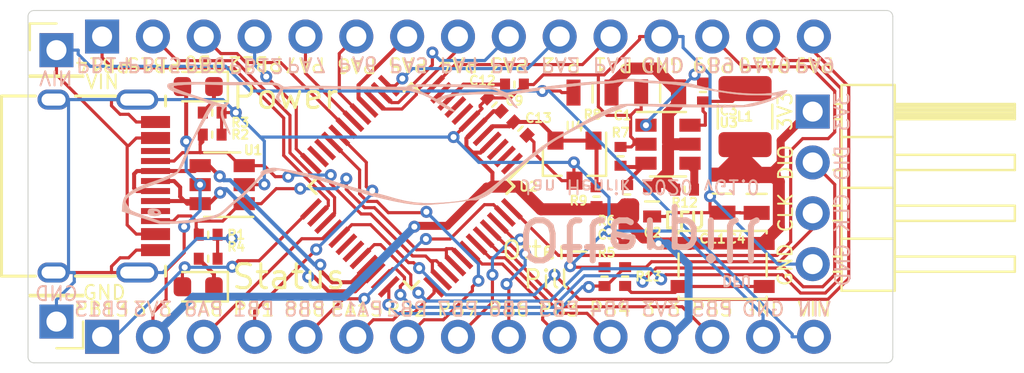
<source format=kicad_pcb>
(kicad_pcb (version 20171130) (host pcbnew "(5.1.12)-1")

  (general
    (thickness 1.6)
    (drawings 87)
    (tracks 669)
    (zones 0)
    (modules 35)
    (nets 57)
  )

  (page A4)
  (layers
    (0 F.Cu signal)
    (31 B.Cu signal)
    (32 B.Adhes user hide)
    (33 F.Adhes user hide)
    (34 B.Paste user hide)
    (35 F.Paste user hide)
    (36 B.SilkS user hide)
    (37 F.SilkS user hide)
    (38 B.Mask user hide)
    (39 F.Mask user hide)
    (40 Dwgs.User user hide)
    (41 Cmts.User user hide)
    (42 Eco1.User user hide)
    (43 Eco2.User user hide)
    (44 Edge.Cuts user)
    (45 Margin user hide)
    (46 B.CrtYd user hide)
    (47 F.CrtYd user hide)
    (48 B.Fab user hide)
    (49 F.Fab user hide)
  )

  (setup
    (last_trace_width 0.157)
    (user_trace_width 0.157)
    (user_trace_width 0.2)
    (user_trace_width 0.4)
    (user_trace_width 0.6)
    (user_trace_width 0.8)
    (trace_clearance 0.157)
    (zone_clearance 0.157)
    (zone_45_only no)
    (trace_min 0.157)
    (via_size 0.6)
    (via_drill 0.3)
    (via_min_size 0.4)
    (via_min_drill 0.3)
    (user_via 0.6 0.3)
    (uvia_size 0.3)
    (uvia_drill 0.1)
    (uvias_allowed no)
    (uvia_min_size 0.2)
    (uvia_min_drill 0.1)
    (edge_width 0.05)
    (segment_width 0.1)
    (pcb_text_width 0.3)
    (pcb_text_size 1.5 1.5)
    (mod_edge_width 0.1)
    (mod_text_size 0.45 0.45)
    (mod_text_width 0.1125)
    (pad_size 5 5)
    (pad_drill 0)
    (pad_to_mask_clearance 0.01)
    (solder_mask_min_width 0.01)
    (aux_axis_origin 0 0)
    (grid_origin 40.2 33.5)
    (visible_elements 7FFFFFFF)
    (pcbplotparams
      (layerselection 0x010fc_ffffffff)
      (usegerberextensions true)
      (usegerberattributes false)
      (usegerberadvancedattributes false)
      (creategerberjobfile false)
      (excludeedgelayer false)
      (linewidth 0.100000)
      (plotframeref false)
      (viasonmask false)
      (mode 1)
      (useauxorigin false)
      (hpglpennumber 1)
      (hpglpenspeed 20)
      (hpglpendiameter 15.000000)
      (psnegative false)
      (psa4output false)
      (plotreference true)
      (plotvalue true)
      (plotinvisibletext false)
      (padsonsilk false)
      (subtractmaskfromsilk false)
      (outputformat 1)
      (mirror false)
      (drillshape 0)
      (scaleselection 1)
      (outputdirectory "gerber/"))
  )

  (net 0 "")
  (net 1 GND)
  (net 2 "Net-(C3-Pad2)")
  (net 3 "Net-(C3-Pad1)")
  (net 4 +3V3)
  (net 5 "Net-(D1-Pad1)")
  (net 6 "Net-(D2-Pad1)")
  (net 7 "Net-(J1-PadA8)")
  (net 8 "Net-(J1-PadB8)")
  (net 9 "Net-(R6-Pad2)")
  (net 10 "Net-(U2-Pad3)")
  (net 11 SWCLK)
  (net 12 SWDIO)
  (net 13 CC2)
  (net 14 CC1)
  (net 15 USB_P)
  (net 16 USB_N)
  (net 17 VIN)
  (net 18 "Net-(R12-Pad2)")
  (net 19 "Net-(R13-Pad1)")
  (net 20 PB13)
  (net 21 PA9)
  (net 22 PA10)
  (net 23 PB9)
  (net 24 PA1)
  (net 25 PA2)
  (net 26 PA3)
  (net 27 PA4)
  (net 28 PA5)
  (net 29 PA6)
  (net 30 PA7)
  (net 31 PB0)
  (net 32 PB15)
  (net 33 PB14)
  (net 34 PB5)
  (net 35 PB4)
  (net 36 PB3)
  (net 37 PB6)
  (net 38 PB7)
  (net 39 PB2)
  (net 40 PA15)
  (net 41 PB8)
  (net 42 PB1)
  (net 43 PA8)
  (net 44 PA0)
  (net 45 "Net-(C1-Pad1)")
  (net 46 "Net-(C12-Pad1)")
  (net 47 VREF+)
  (net 48 PB12)
  (net 49 "Net-(U2-Pad31)")
  (net 50 "Net-(U2-Pad30)")
  (net 51 PB11)
  (net 52 PB10)
  (net 53 "Net-(U2-Pad9)")
  (net 54 "Net-(U2-Pad8)")
  (net 55 "Net-(U2-Pad2)")
  (net 56 "Net-(U2-Pad1)")

  (net_class Default "This is the default net class."
    (clearance 0.157)
    (trace_width 0.157)
    (via_dia 0.6)
    (via_drill 0.3)
    (uvia_dia 0.3)
    (uvia_drill 0.1)
    (add_net +3V3)
    (add_net CC1)
    (add_net CC2)
    (add_net GND)
    (add_net "Net-(C1-Pad1)")
    (add_net "Net-(C12-Pad1)")
    (add_net "Net-(C3-Pad1)")
    (add_net "Net-(C3-Pad2)")
    (add_net "Net-(D1-Pad1)")
    (add_net "Net-(D2-Pad1)")
    (add_net "Net-(J1-PadA8)")
    (add_net "Net-(J1-PadB8)")
    (add_net "Net-(R12-Pad2)")
    (add_net "Net-(R13-Pad1)")
    (add_net "Net-(R6-Pad2)")
    (add_net "Net-(U2-Pad1)")
    (add_net "Net-(U2-Pad2)")
    (add_net "Net-(U2-Pad3)")
    (add_net "Net-(U2-Pad30)")
    (add_net "Net-(U2-Pad31)")
    (add_net "Net-(U2-Pad8)")
    (add_net "Net-(U2-Pad9)")
    (add_net PA0)
    (add_net PA1)
    (add_net PA10)
    (add_net PA15)
    (add_net PA2)
    (add_net PA3)
    (add_net PA4)
    (add_net PA5)
    (add_net PA6)
    (add_net PA7)
    (add_net PA8)
    (add_net PA9)
    (add_net PB0)
    (add_net PB1)
    (add_net PB10)
    (add_net PB11)
    (add_net PB12)
    (add_net PB13)
    (add_net PB14)
    (add_net PB15)
    (add_net PB2)
    (add_net PB3)
    (add_net PB4)
    (add_net PB5)
    (add_net PB6)
    (add_net PB7)
    (add_net PB8)
    (add_net PB9)
    (add_net SWCLK)
    (add_net SWDIO)
    (add_net USB_N)
    (add_net USB_P)
    (add_net VIN)
    (add_net VREF+)
  )

  (net_class signal ""
    (clearance 0.157)
    (trace_width 0.157)
    (via_dia 0.6)
    (via_drill 0.3)
    (uvia_dia 0.3)
    (uvia_drill 0.1)
  )

  (module otter:R_0402 (layer F.Cu) (tedit 5E580E9C) (tstamp 5DBF22F5)
    (at 49.83 33.09 90)
    (descr "Resistor 0402")
    (tags "R Resistor 0805")
    (path /5DB13626)
    (attr smd)
    (fp_text reference R13 (at 0 1.17 180) (layer F.SilkS)
      (effects (font (size 0.45 0.45) (thickness 0.1)))
    )
    (fp_text value 100 (at 0 -1.325 90) (layer F.Fab) hide
      (effects (font (size 1 1) (thickness 0.15)))
    )
    (fp_line (start 0 0.15) (end 0 -0.15) (layer F.SilkS) (width 0.12))
    (pad 2 smd rect (at 0.47 0 90) (size 0.5 0.6) (layers F.Cu F.Paste F.Mask)
      (net 11 SWCLK))
    (pad 1 smd rect (at -0.47 0 90) (size 0.5 0.6) (layers F.Cu F.Paste F.Mask)
      (net 19 "Net-(R13-Pad1)"))
    (model ${KISYS3DMOD}/Resistor_SMD.3dshapes/R_0402_1005Metric.step
      (at (xyz 0 0 0))
      (scale (xyz 1 1 1))
      (rotate (xyz 0 0 0))
    )
  )

  (module otter:R_0402 (layer F.Cu) (tedit 5E580E9C) (tstamp 5DC73D54)
    (at 52.8 28.75)
    (descr "Resistor 0402")
    (tags "R Resistor 0805")
    (path /5DAD7369)
    (attr smd)
    (fp_text reference R12 (at 0 0.65) (layer F.SilkS)
      (effects (font (size 0.45 0.45) (thickness 0.1)))
    )
    (fp_text value 100k (at 0 -1.325) (layer F.Fab) hide
      (effects (font (size 1 1) (thickness 0.15)))
    )
    (fp_line (start 0 0.15) (end 0 -0.15) (layer F.SilkS) (width 0.12))
    (pad 2 smd rect (at 0.47 0) (size 0.5 0.6) (layers F.Cu F.Paste F.Mask)
      (net 18 "Net-(R12-Pad2)"))
    (pad 1 smd rect (at -0.47 0) (size 0.5 0.6) (layers F.Cu F.Paste F.Mask)
      (net 45 "Net-(C1-Pad1)"))
    (model ${KISYS3DMOD}/Resistor_SMD.3dshapes/R_0402_1005Metric.step
      (at (xyz 0 0 0))
      (scale (xyz 1 1 1))
      (rotate (xyz 0 0 0))
    )
  )

  (module otter:R_0402 (layer F.Cu) (tedit 5E580E9C) (tstamp 5F5FCFF1)
    (at 48.4 29.1 90)
    (descr "Resistor 0402")
    (tags "R Resistor 0805")
    (path /5F639407)
    (attr smd)
    (fp_text reference R9 (at -0.2 -0.9 180) (layer F.SilkS)
      (effects (font (size 0.45 0.45) (thickness 0.1)))
    )
    (fp_text value 100 (at 0 -1.325 90) (layer F.Fab) hide
      (effects (font (size 1 1) (thickness 0.15)))
    )
    (fp_line (start 0 0.15) (end 0 -0.15) (layer F.SilkS) (width 0.12))
    (pad 2 smd rect (at 0.47 0 90) (size 0.5 0.6) (layers F.Cu F.Paste F.Mask)
      (net 47 VREF+))
    (pad 1 smd rect (at -0.47 0 90) (size 0.5 0.6) (layers F.Cu F.Paste F.Mask)
      (net 4 +3V3))
    (model ${KISYS3DMOD}/Resistor_SMD.3dshapes/R_0402_1005Metric.step
      (at (xyz 0 0 0))
      (scale (xyz 1 1 1))
      (rotate (xyz 0 0 0))
    )
  )

  (module otter:R_0805 (layer F.Cu) (tedit 5E580E89) (tstamp 5F5FCFEA)
    (at 48.2 23.9)
    (descr "Resistor 0805")
    (tags "R Resistor 0805")
    (path /5F620778)
    (attr smd)
    (fp_text reference R8 (at 0 1.1) (layer F.SilkS)
      (effects (font (size 0.45 0.45) (thickness 0.1)))
    )
    (fp_text value 1 (at 0 -2.55) (layer F.Fab) hide
      (effects (font (size 1 1) (thickness 0.15)))
    )
    (fp_line (start 0 0.5) (end 0 -0.5) (layer F.SilkS) (width 0.12))
    (pad 2 smd rect (at 0.95 0) (size 0.7 1.3) (layers F.Cu F.Paste F.Mask)
      (net 45 "Net-(C1-Pad1)"))
    (pad 1 smd rect (at -0.95 0) (size 0.7 1.3) (layers F.Cu F.Paste F.Mask)
      (net 17 VIN))
    (model ${KISYS3DMOD}/Resistor_SMD.3dshapes/R_0805_2012Metric.step
      (at (xyz 0 0 0))
      (scale (xyz 1 1 1))
      (rotate (xyz 0 0 0))
    )
  )

  (module otter:R_0402 (layer F.Cu) (tedit 5E580E9C) (tstamp 5CC7AA99)
    (at 49.6 27.085 90)
    (descr "Resistor 0402")
    (tags "R Resistor 0805")
    (path /5CC7EDDA)
    (attr smd)
    (fp_text reference R7 (at 1.185 0 180) (layer F.SilkS)
      (effects (font (size 0.45 0.45) (thickness 0.1)))
    )
    (fp_text value 22k (at 0 -1.325 90) (layer F.Fab) hide
      (effects (font (size 1 1) (thickness 0.15)))
    )
    (fp_line (start 0 0.15) (end 0 -0.15) (layer F.SilkS) (width 0.12))
    (pad 2 smd rect (at 0.47 0 90) (size 0.5 0.6) (layers F.Cu F.Paste F.Mask)
      (net 1 GND))
    (pad 1 smd rect (at -0.47 0 90) (size 0.5 0.6) (layers F.Cu F.Paste F.Mask)
      (net 9 "Net-(R6-Pad2)"))
    (model ${KISYS3DMOD}/Resistor_SMD.3dshapes/R_0402_1005Metric.step
      (at (xyz 0 0 0))
      (scale (xyz 1 1 1))
      (rotate (xyz 0 0 0))
    )
  )

  (module otter:R_0402 (layer F.Cu) (tedit 5E580E9C) (tstamp 5CC7A92B)
    (at 49.93 28.99 90)
    (descr "Resistor 0402")
    (tags "R Resistor 0805")
    (path /5CC7E81D)
    (attr smd)
    (fp_text reference R6 (at -1.31 -1.03 180) (layer F.SilkS)
      (effects (font (size 0.45 0.45) (thickness 0.1)))
    )
    (fp_text value 100k (at 0 -1.325 90) (layer F.Fab) hide
      (effects (font (size 1 1) (thickness 0.15)))
    )
    (fp_line (start 0 0.15) (end 0 -0.15) (layer F.SilkS) (width 0.12))
    (pad 2 smd rect (at 0.47 0 90) (size 0.5 0.6) (layers F.Cu F.Paste F.Mask)
      (net 9 "Net-(R6-Pad2)"))
    (pad 1 smd rect (at -0.47 0 90) (size 0.5 0.6) (layers F.Cu F.Paste F.Mask)
      (net 4 +3V3))
    (model ${KISYS3DMOD}/Resistor_SMD.3dshapes/R_0402_1005Metric.step
      (at (xyz 0 0 0))
      (scale (xyz 1 1 1))
      (rotate (xyz 0 0 0))
    )
  )

  (module otter:R_0402 (layer F.Cu) (tedit 5E580E9C) (tstamp 5CC7AA6F)
    (at 48.8 33.095 90)
    (descr "Resistor 0402")
    (tags "R Resistor 0805")
    (path /5CC6B319)
    (attr smd)
    (fp_text reference R5 (at 1.195 0.1 180) (layer F.SilkS)
      (effects (font (size 0.45 0.45) (thickness 0.1)))
    )
    (fp_text value 3k3 (at 0 -1.325 90) (layer F.Fab) hide
      (effects (font (size 1 1) (thickness 0.15)))
    )
    (fp_line (start 0 0.15) (end 0 -0.15) (layer F.SilkS) (width 0.12))
    (pad 2 smd rect (at 0.47 0 90) (size 0.5 0.6) (layers F.Cu F.Paste F.Mask)
      (net 1 GND))
    (pad 1 smd rect (at -0.47 0 90) (size 0.5 0.6) (layers F.Cu F.Paste F.Mask)
      (net 11 SWCLK))
    (model ${KISYS3DMOD}/Resistor_SMD.3dshapes/R_0402_1005Metric.step
      (at (xyz 0 0 0))
      (scale (xyz 1 1 1))
      (rotate (xyz 0 0 0))
    )
  )

  (module otter:R_0402 (layer F.Cu) (tedit 5E580E9C) (tstamp 5CC72B00)
    (at 29 32.2)
    (descr "Resistor 0402")
    (tags "R Resistor 0805")
    (path /5CC77C43)
    (attr smd)
    (fp_text reference R4 (at 1.4 -0.6) (layer F.SilkS)
      (effects (font (size 0.45 0.45) (thickness 0.1)))
    )
    (fp_text value 3k3 (at 0 -1.325) (layer F.Fab) hide
      (effects (font (size 1 1) (thickness 0.15)))
    )
    (fp_line (start 0 0.15) (end 0 -0.15) (layer F.SilkS) (width 0.12))
    (pad 2 smd rect (at 0.47 0) (size 0.5 0.6) (layers F.Cu F.Paste F.Mask)
      (net 1 GND))
    (pad 1 smd rect (at -0.47 0) (size 0.5 0.6) (layers F.Cu F.Paste F.Mask)
      (net 6 "Net-(D2-Pad1)"))
    (model ${KISYS3DMOD}/Resistor_SMD.3dshapes/R_0402_1005Metric.step
      (at (xyz 0 0 0))
      (scale (xyz 1 1 1))
      (rotate (xyz 0 0 0))
    )
  )

  (module otter:R_0402 (layer F.Cu) (tedit 5E580E9C) (tstamp 5CC72AEF)
    (at 29.2 24.9)
    (descr "Resistor 0402")
    (tags "R Resistor 0805")
    (path /5CC777A1)
    (attr smd)
    (fp_text reference R3 (at 1.4 0.5) (layer F.SilkS)
      (effects (font (size 0.45 0.45) (thickness 0.1)))
    )
    (fp_text value 3k3 (at 0 -1.325) (layer F.Fab) hide
      (effects (font (size 1 1) (thickness 0.15)))
    )
    (fp_line (start 0 0.15) (end 0 -0.15) (layer F.SilkS) (width 0.12))
    (pad 2 smd rect (at 0.47 0) (size 0.5 0.6) (layers F.Cu F.Paste F.Mask)
      (net 1 GND))
    (pad 1 smd rect (at -0.47 0) (size 0.5 0.6) (layers F.Cu F.Paste F.Mask)
      (net 5 "Net-(D1-Pad1)"))
    (model ${KISYS3DMOD}/Resistor_SMD.3dshapes/R_0402_1005Metric.step
      (at (xyz 0 0 0))
      (scale (xyz 1 1 1))
      (rotate (xyz 0 0 0))
    )
  )

  (module otter:R_0402 (layer F.Cu) (tedit 5E580E9C) (tstamp 5F606FF9)
    (at 29.2 26 180)
    (descr "Resistor 0402")
    (tags "R Resistor 0805")
    (path /5CC6E27F)
    (attr smd)
    (fp_text reference R2 (at -1.4 0) (layer F.SilkS)
      (effects (font (size 0.45 0.45) (thickness 0.1)))
    )
    (fp_text value DNP (at 0 -1.325) (layer F.Fab) hide
      (effects (font (size 1 1) (thickness 0.15)))
    )
    (fp_line (start 0 0.15) (end 0 -0.15) (layer F.SilkS) (width 0.12))
    (pad 2 smd rect (at 0.47 0 180) (size 0.5 0.6) (layers F.Cu F.Paste F.Mask)
      (net 14 CC1))
    (pad 1 smd rect (at -0.47 0 180) (size 0.5 0.6) (layers F.Cu F.Paste F.Mask)
      (net 1 GND))
    (model ${KISYS3DMOD}/Resistor_SMD.3dshapes/R_0402_1005Metric.step
      (at (xyz 0 0 0))
      (scale (xyz 1 1 1))
      (rotate (xyz 0 0 0))
    )
  )

  (module otter:R_0402 (layer F.Cu) (tedit 5E580E9C) (tstamp 5CC72ACD)
    (at 29 31 180)
    (descr "Resistor 0402")
    (tags "R Resistor 0805")
    (path /5CC6DFF9)
    (attr smd)
    (fp_text reference R1 (at -1.4 0) (layer F.SilkS)
      (effects (font (size 0.45 0.45) (thickness 0.1)))
    )
    (fp_text value DNP (at 0 -1.325) (layer F.Fab) hide
      (effects (font (size 1 1) (thickness 0.15)))
    )
    (fp_line (start 0 0.15) (end 0 -0.15) (layer F.SilkS) (width 0.12))
    (pad 2 smd rect (at 0.47 0 180) (size 0.5 0.6) (layers F.Cu F.Paste F.Mask)
      (net 13 CC2))
    (pad 1 smd rect (at -0.47 0 180) (size 0.5 0.6) (layers F.Cu F.Paste F.Mask)
      (net 1 GND))
    (model ${KISYS3DMOD}/Resistor_SMD.3dshapes/R_0402_1005Metric.step
      (at (xyz 0 0 0))
      (scale (xyz 1 1 1))
      (rotate (xyz 0 0 0))
    )
  )

  (module Package_TO_SOT_SMD:SOT-23 (layer F.Cu) (tedit 5A02FF57) (tstamp 5F5FD0E5)
    (at 47.3 27.3 270)
    (descr "SOT-23, Standard")
    (tags SOT-23)
    (path /5F62F675)
    (attr smd)
    (fp_text reference U4 (at -1.7 0 180) (layer F.SilkS)
      (effects (font (size 0.45 0.45) (thickness 0.1)))
    )
    (fp_text value CJ431 (at 0 2.5 90) (layer F.Fab)
      (effects (font (size 1 1) (thickness 0.15)))
    )
    (fp_line (start 0.76 1.58) (end -0.7 1.58) (layer F.SilkS) (width 0.12))
    (fp_line (start 0.76 -1.58) (end -1.4 -1.58) (layer F.SilkS) (width 0.12))
    (fp_line (start -1.7 1.75) (end -1.7 -1.75) (layer F.CrtYd) (width 0.05))
    (fp_line (start 1.7 1.75) (end -1.7 1.75) (layer F.CrtYd) (width 0.05))
    (fp_line (start 1.7 -1.75) (end 1.7 1.75) (layer F.CrtYd) (width 0.05))
    (fp_line (start -1.7 -1.75) (end 1.7 -1.75) (layer F.CrtYd) (width 0.05))
    (fp_line (start 0.76 -1.58) (end 0.76 -0.65) (layer F.SilkS) (width 0.12))
    (fp_line (start 0.76 1.58) (end 0.76 0.65) (layer F.SilkS) (width 0.12))
    (fp_line (start -0.7 1.52) (end 0.7 1.52) (layer F.Fab) (width 0.1))
    (fp_line (start 0.7 -1.52) (end 0.7 1.52) (layer F.Fab) (width 0.1))
    (fp_line (start -0.7 -0.95) (end -0.15 -1.52) (layer F.Fab) (width 0.1))
    (fp_line (start -0.15 -1.52) (end 0.7 -1.52) (layer F.Fab) (width 0.1))
    (fp_line (start -0.7 -0.95) (end -0.7 1.5) (layer F.Fab) (width 0.1))
    (fp_text user %R (at 0 0) (layer F.Fab)
      (effects (font (size 0.5 0.5) (thickness 0.075)))
    )
    (pad 3 smd rect (at 1 0 270) (size 0.9 0.8) (layers F.Cu F.Paste F.Mask)
      (net 1 GND))
    (pad 2 smd rect (at -1 0.95 270) (size 0.9 0.8) (layers F.Cu F.Paste F.Mask)
      (net 47 VREF+))
    (pad 1 smd rect (at -1 -0.95 270) (size 0.9 0.8) (layers F.Cu F.Paste F.Mask)
      (net 47 VREF+))
    (model ${KISYS3DMOD}/Package_TO_SOT_SMD.3dshapes/SOT-23.wrl
      (at (xyz 0 0 0))
      (scale (xyz 1 1 1))
      (rotate (xyz 0 0 0))
    )
  )

  (module Package_QFP:TQFP-48_7x7mm_P0.5mm (layer F.Cu) (tedit 5A02F146) (tstamp 5F5FD0A6)
    (at 39.1544 28.58 225)
    (descr "48 LEAD TQFP 7x7mm (see MICREL TQFP7x7-48LD-PL-1.pdf)")
    (tags "QFP 0.5")
    (path /5F601365)
    (attr smd)
    (fp_text reference U2 (at -4.11931 -4.147594) (layer F.SilkS)
      (effects (font (size 0.45 0.45) (thickness 0.1)))
    )
    (fp_text value STM32G071C8Tx (at 0 6 45) (layer F.Fab)
      (effects (font (size 1 1) (thickness 0.15)))
    )
    (fp_line (start -3.625 -3.2) (end -5 -3.2) (layer F.SilkS) (width 0.15))
    (fp_line (start 3.625 -3.625) (end 3.1 -3.625) (layer F.SilkS) (width 0.15))
    (fp_line (start 3.625 3.625) (end 3.1 3.625) (layer F.SilkS) (width 0.15))
    (fp_line (start -3.625 3.625) (end -3.1 3.625) (layer F.SilkS) (width 0.15))
    (fp_line (start -3.625 -3.625) (end -3.1 -3.625) (layer F.SilkS) (width 0.15))
    (fp_line (start -3.625 3.625) (end -3.625 3.1) (layer F.SilkS) (width 0.15))
    (fp_line (start 3.625 3.625) (end 3.625 3.1) (layer F.SilkS) (width 0.15))
    (fp_line (start 3.625 -3.625) (end 3.625 -3.1) (layer F.SilkS) (width 0.15))
    (fp_line (start -3.625 -3.625) (end -3.625 -3.2) (layer F.SilkS) (width 0.15))
    (fp_line (start -5.25 5.25) (end 5.25 5.25) (layer F.CrtYd) (width 0.05))
    (fp_line (start -5.25 -5.25) (end 5.25 -5.25) (layer F.CrtYd) (width 0.05))
    (fp_line (start 5.25 -5.25) (end 5.25 5.25) (layer F.CrtYd) (width 0.05))
    (fp_line (start -5.25 -5.25) (end -5.25 5.25) (layer F.CrtYd) (width 0.05))
    (fp_line (start -3.5 -2.5) (end -2.5 -3.5) (layer F.Fab) (width 0.15))
    (fp_line (start -3.5 3.5) (end -3.5 -2.5) (layer F.Fab) (width 0.15))
    (fp_line (start 3.5 3.5) (end -3.5 3.5) (layer F.Fab) (width 0.15))
    (fp_line (start 3.5 -3.5) (end 3.5 3.5) (layer F.Fab) (width 0.15))
    (fp_line (start -2.5 -3.5) (end 3.5 -3.5) (layer F.Fab) (width 0.15))
    (fp_text user %R (at 0 0 45) (layer F.Fab)
      (effects (font (size 1 1) (thickness 0.15)))
    )
    (pad 48 smd rect (at -2.75 -4.35 315) (size 1.3 0.25) (layers F.Cu F.Paste F.Mask)
      (net 23 PB9))
    (pad 47 smd rect (at -2.25 -4.35 315) (size 1.3 0.25) (layers F.Cu F.Paste F.Mask)
      (net 41 PB8))
    (pad 46 smd rect (at -1.75 -4.35 315) (size 1.3 0.25) (layers F.Cu F.Paste F.Mask)
      (net 38 PB7))
    (pad 45 smd rect (at -1.25 -4.35 315) (size 1.3 0.25) (layers F.Cu F.Paste F.Mask)
      (net 37 PB6))
    (pad 44 smd rect (at -0.75 -4.35 315) (size 1.3 0.25) (layers F.Cu F.Paste F.Mask)
      (net 34 PB5))
    (pad 43 smd rect (at -0.25 -4.35 315) (size 1.3 0.25) (layers F.Cu F.Paste F.Mask)
      (net 35 PB4))
    (pad 42 smd rect (at 0.25 -4.35 315) (size 1.3 0.25) (layers F.Cu F.Paste F.Mask)
      (net 36 PB3))
    (pad 41 smd rect (at 0.75 -4.35 315) (size 1.3 0.25) (layers F.Cu F.Paste F.Mask)
      (net 13 CC2))
    (pad 40 smd rect (at 1.25 -4.35 315) (size 1.3 0.25) (layers F.Cu F.Paste F.Mask)
      (net 13 CC2))
    (pad 39 smd rect (at 1.75 -4.35 315) (size 1.3 0.25) (layers F.Cu F.Paste F.Mask)
      (net 14 CC1))
    (pad 38 smd rect (at 2.25 -4.35 315) (size 1.3 0.25) (layers F.Cu F.Paste F.Mask)
      (net 14 CC1))
    (pad 37 smd rect (at 2.75 -4.35 315) (size 1.3 0.25) (layers F.Cu F.Paste F.Mask)
      (net 40 PA15))
    (pad 36 smd rect (at 4.35 -2.75 225) (size 1.3 0.25) (layers F.Cu F.Paste F.Mask)
      (net 11 SWCLK))
    (pad 35 smd rect (at 4.35 -2.25 225) (size 1.3 0.25) (layers F.Cu F.Paste F.Mask)
      (net 12 SWDIO))
    (pad 34 smd rect (at 4.35 -1.75 225) (size 1.3 0.25) (layers F.Cu F.Paste F.Mask)
      (net 15 USB_P))
    (pad 33 smd rect (at 4.35 -1.25 225) (size 1.3 0.25) (layers F.Cu F.Paste F.Mask)
      (net 16 USB_N))
    (pad 32 smd rect (at 4.35 -0.75 225) (size 1.3 0.25) (layers F.Cu F.Paste F.Mask)
      (net 22 PA10))
    (pad 31 smd rect (at 4.35 -0.25 225) (size 1.3 0.25) (layers F.Cu F.Paste F.Mask)
      (net 49 "Net-(U2-Pad31)"))
    (pad 30 smd rect (at 4.35 0.25 225) (size 1.3 0.25) (layers F.Cu F.Paste F.Mask)
      (net 50 "Net-(U2-Pad30)"))
    (pad 29 smd rect (at 4.35 0.75 225) (size 1.3 0.25) (layers F.Cu F.Paste F.Mask)
      (net 21 PA9))
    (pad 28 smd rect (at 4.35 1.25 225) (size 1.3 0.25) (layers F.Cu F.Paste F.Mask)
      (net 43 PA8))
    (pad 27 smd rect (at 4.35 1.75 225) (size 1.3 0.25) (layers F.Cu F.Paste F.Mask)
      (net 32 PB15))
    (pad 26 smd rect (at 4.35 2.25 225) (size 1.3 0.25) (layers F.Cu F.Paste F.Mask)
      (net 33 PB14))
    (pad 25 smd rect (at 4.35 2.75 225) (size 1.3 0.25) (layers F.Cu F.Paste F.Mask)
      (net 20 PB13))
    (pad 24 smd rect (at 2.75 4.35 315) (size 1.3 0.25) (layers F.Cu F.Paste F.Mask)
      (net 48 PB12))
    (pad 23 smd rect (at 2.25 4.35 315) (size 1.3 0.25) (layers F.Cu F.Paste F.Mask)
      (net 51 PB11))
    (pad 22 smd rect (at 1.75 4.35 315) (size 1.3 0.25) (layers F.Cu F.Paste F.Mask)
      (net 52 PB10))
    (pad 21 smd rect (at 1.25 4.35 315) (size 1.3 0.25) (layers F.Cu F.Paste F.Mask)
      (net 39 PB2))
    (pad 20 smd rect (at 0.75 4.35 315) (size 1.3 0.25) (layers F.Cu F.Paste F.Mask)
      (net 42 PB1))
    (pad 19 smd rect (at 0.25 4.35 315) (size 1.3 0.25) (layers F.Cu F.Paste F.Mask)
      (net 31 PB0))
    (pad 18 smd rect (at -0.25 4.35 315) (size 1.3 0.25) (layers F.Cu F.Paste F.Mask)
      (net 30 PA7))
    (pad 17 smd rect (at -0.75 4.35 315) (size 1.3 0.25) (layers F.Cu F.Paste F.Mask)
      (net 29 PA6))
    (pad 16 smd rect (at -1.25 4.35 315) (size 1.3 0.25) (layers F.Cu F.Paste F.Mask)
      (net 28 PA5))
    (pad 15 smd rect (at -1.75 4.35 315) (size 1.3 0.25) (layers F.Cu F.Paste F.Mask)
      (net 27 PA4))
    (pad 14 smd rect (at -2.25 4.35 315) (size 1.3 0.25) (layers F.Cu F.Paste F.Mask)
      (net 26 PA3))
    (pad 13 smd rect (at -2.75 4.35 315) (size 1.3 0.25) (layers F.Cu F.Paste F.Mask)
      (net 25 PA2))
    (pad 12 smd rect (at -4.35 2.75 225) (size 1.3 0.25) (layers F.Cu F.Paste F.Mask)
      (net 24 PA1))
    (pad 11 smd rect (at -4.35 2.25 225) (size 1.3 0.25) (layers F.Cu F.Paste F.Mask)
      (net 44 PA0))
    (pad 10 smd rect (at -4.35 1.75 225) (size 1.3 0.25) (layers F.Cu F.Paste F.Mask)
      (net 46 "Net-(C12-Pad1)"))
    (pad 9 smd rect (at -4.35 1.25 225) (size 1.3 0.25) (layers F.Cu F.Paste F.Mask)
      (net 53 "Net-(U2-Pad9)"))
    (pad 8 smd rect (at -4.35 0.75 225) (size 1.3 0.25) (layers F.Cu F.Paste F.Mask)
      (net 54 "Net-(U2-Pad8)"))
    (pad 7 smd rect (at -4.35 0.25 225) (size 1.3 0.25) (layers F.Cu F.Paste F.Mask)
      (net 1 GND))
    (pad 6 smd rect (at -4.35 -0.25 225) (size 1.3 0.25) (layers F.Cu F.Paste F.Mask)
      (net 4 +3V3))
    (pad 5 smd rect (at -4.35 -0.75 225) (size 1.3 0.25) (layers F.Cu F.Paste F.Mask)
      (net 47 VREF+))
    (pad 4 smd rect (at -4.35 -1.25 225) (size 1.3 0.25) (layers F.Cu F.Paste F.Mask)
      (net 4 +3V3))
    (pad 3 smd rect (at -4.35 -1.75 225) (size 1.3 0.25) (layers F.Cu F.Paste F.Mask)
      (net 10 "Net-(U2-Pad3)"))
    (pad 2 smd rect (at -4.35 -2.25 225) (size 1.3 0.25) (layers F.Cu F.Paste F.Mask)
      (net 55 "Net-(U2-Pad2)"))
    (pad 1 smd rect (at -4.35 -2.75 225) (size 1.3 0.25) (layers F.Cu F.Paste F.Mask)
      (net 56 "Net-(U2-Pad1)"))
    (model ${KISYS3DMOD}/Package_QFP.3dshapes/TQFP-48_7x7mm_P0.5mm.wrl
      (at (xyz 0 0 0))
      (scale (xyz 1 1 1))
      (rotate (xyz 0 0 0))
    )
  )

  (module otter:C_0402 (layer F.Cu) (tedit 5E580EF6) (tstamp 5F5FCDC5)
    (at 44.6 25.7 315)
    (descr "Capacitor 0402")
    (tags "C Capacitor 0402")
    (path /5F631E6E)
    (attr smd)
    (fp_text reference C13 (at 0.261396 -1.011396 180) (layer F.SilkS)
      (effects (font (size 0.45 0.45) (thickness 0.1)))
    )
    (fp_text value "100n 50V" (at 0 -1.325 135) (layer F.Fab) hide
      (effects (font (size 1 1) (thickness 0.15)))
    )
    (fp_line (start 0 0.15) (end 0 -0.15) (layer F.SilkS) (width 0.12))
    (pad 2 smd rect (at 0.47 0 315) (size 0.5 0.6) (layers F.Cu F.Paste F.Mask)
      (net 1 GND))
    (pad 1 smd rect (at -0.47 0 315) (size 0.5 0.6) (layers F.Cu F.Paste F.Mask)
      (net 47 VREF+))
    (model ${KISYS3DMOD}/Capacitor_SMD.3dshapes/C_0402_1005Metric.step
      (at (xyz 0 0 0))
      (scale (xyz 1 1 1))
      (rotate (xyz 0 0 0))
    )
  )

  (module otter:C_0402 (layer F.Cu) (tedit 5E580EF6) (tstamp 5F5FCDBE)
    (at 44.3 23.5)
    (descr "Capacitor 0402")
    (tags "C Capacitor 0402")
    (path /5F61D779)
    (attr smd)
    (fp_text reference C12 (at -1.6 -0.2) (layer F.SilkS)
      (effects (font (size 0.45 0.45) (thickness 0.1)))
    )
    (fp_text value "100n 50V" (at 0 -1.325) (layer F.Fab) hide
      (effects (font (size 1 1) (thickness 0.15)))
    )
    (fp_line (start 0 0.15) (end 0 -0.15) (layer F.SilkS) (width 0.12))
    (pad 2 smd rect (at 0.47 0) (size 0.5 0.6) (layers F.Cu F.Paste F.Mask)
      (net 1 GND))
    (pad 1 smd rect (at -0.47 0) (size 0.5 0.6) (layers F.Cu F.Paste F.Mask)
      (net 46 "Net-(C12-Pad1)"))
    (model ${KISYS3DMOD}/Capacitor_SMD.3dshapes/C_0402_1005Metric.step
      (at (xyz 0 0 0))
      (scale (xyz 1 1 1))
      (rotate (xyz 0 0 0))
    )
  )

  (module otter:C_0805 (layer F.Cu) (tedit 5E580ED0) (tstamp 5DC7416A)
    (at 54.69 28.95 270)
    (descr "Capacitor 0805")
    (tags "C Capacitor 0805")
    (path /5DAE2987)
    (attr smd)
    (fp_text reference C11 (at 2.25 0.49 180) (layer F.SilkS)
      (effects (font (size 0.45 0.45) (thickness 0.1)))
    )
    (fp_text value "10u 25V" (at 0 -2.55 90) (layer F.Fab) hide
      (effects (font (size 1 1) (thickness 0.15)))
    )
    (fp_line (start 0 0.5) (end 0 -0.5) (layer F.SilkS) (width 0.12))
    (pad 2 smd rect (at 0.95 0 270) (size 0.7 1.3) (layers F.Cu F.Paste F.Mask)
      (net 1 GND))
    (pad 1 smd rect (at -0.95 0 270) (size 0.7 1.3) (layers F.Cu F.Paste F.Mask)
      (net 4 +3V3))
    (model ${KISYS3DMOD}/Capacitor_SMD.3dshapes/C_0805_2012Metric.step
      (at (xyz 0 0 0))
      (scale (xyz 1 1 1))
      (rotate (xyz 0 0 0))
    )
  )

  (module otter:C_0402 (layer F.Cu) (tedit 5E580EF6) (tstamp 5DBE6399)
    (at 43.3 24.5 135)
    (descr "Capacitor 0402")
    (tags "C Capacitor 0402")
    (path /5CC9BB08)
    (attr smd)
    (fp_text reference C9 (at -0.565685 0.848528 180) (layer F.SilkS)
      (effects (font (size 0.45 0.45) (thickness 0.1)))
    )
    (fp_text value "100n 50V" (at 0 -1.325 135) (layer F.Fab) hide
      (effects (font (size 1 1) (thickness 0.15)))
    )
    (fp_line (start 0 0.15) (end 0 -0.15) (layer F.SilkS) (width 0.12))
    (pad 2 smd rect (at 0.47 0 135) (size 0.5 0.6) (layers F.Cu F.Paste F.Mask)
      (net 1 GND))
    (pad 1 smd rect (at -0.47 0 135) (size 0.5 0.6) (layers F.Cu F.Paste F.Mask)
      (net 4 +3V3))
    (model ${KISYS3DMOD}/Capacitor_SMD.3dshapes/C_0402_1005Metric.step
      (at (xyz 0 0 0))
      (scale (xyz 1 1 1))
      (rotate (xyz 0 0 0))
    )
  )

  (module otter:C_0402 (layer F.Cu) (tedit 5E580EF6) (tstamp 5DBFB2DF)
    (at 49.8 31 270)
    (descr "Capacitor 0402")
    (tags "C Capacitor 0402")
    (path /5CC7C738)
    (attr smd)
    (fp_text reference C5 (at 0 0.9 180) (layer F.SilkS)
      (effects (font (size 0.45 0.45) (thickness 0.1)))
    )
    (fp_text value "100n 50V" (at 0 -1.325 90) (layer F.Fab) hide
      (effects (font (size 1 1) (thickness 0.15)))
    )
    (fp_line (start 0 0.15) (end 0 -0.15) (layer F.SilkS) (width 0.12))
    (pad 2 smd rect (at 0.47 0 270) (size 0.5 0.6) (layers F.Cu F.Paste F.Mask)
      (net 1 GND))
    (pad 1 smd rect (at -0.47 0 270) (size 0.5 0.6) (layers F.Cu F.Paste F.Mask)
      (net 4 +3V3))
    (model ${KISYS3DMOD}/Capacitor_SMD.3dshapes/C_0402_1005Metric.step
      (at (xyz 0 0 0))
      (scale (xyz 1 1 1))
      (rotate (xyz 0 0 0))
    )
  )

  (module otter:C_0805 (layer F.Cu) (tedit 5E580ED0) (tstamp 5CC7AACB)
    (at 56.4 28.96 270)
    (descr "Capacitor 0805")
    (tags "C Capacitor 0805")
    (path /5CC7C363)
    (attr smd)
    (fp_text reference C4 (at 2.24 1 180) (layer F.SilkS)
      (effects (font (size 0.45 0.45) (thickness 0.1)))
    )
    (fp_text value "10u 25V" (at 0 -2.55 90) (layer F.Fab) hide
      (effects (font (size 1 1) (thickness 0.15)))
    )
    (fp_line (start 0 0.5) (end 0 -0.5) (layer F.SilkS) (width 0.12))
    (pad 2 smd rect (at 0.95 0 270) (size 0.7 1.3) (layers F.Cu F.Paste F.Mask)
      (net 1 GND))
    (pad 1 smd rect (at -0.95 0 270) (size 0.7 1.3) (layers F.Cu F.Paste F.Mask)
      (net 4 +3V3))
    (model ${KISYS3DMOD}/Capacitor_SMD.3dshapes/C_0805_2012Metric.step
      (at (xyz 0 0 0))
      (scale (xyz 1 1 1))
      (rotate (xyz 0 0 0))
    )
  )

  (module otter:C_0402 (layer F.Cu) (tedit 5E580EF6) (tstamp 5CC7A9A9)
    (at 53.72 23.87 270)
    (descr "Capacitor 0402")
    (tags "C Capacitor 0402")
    (path /5CC7BFF7)
    (attr smd)
    (fp_text reference C3 (at 0.93 -1.28 180) (layer F.SilkS)
      (effects (font (size 0.45 0.45) (thickness 0.1)))
    )
    (fp_text value "100n 50V" (at 0 -1.325 90) (layer F.Fab) hide
      (effects (font (size 1 1) (thickness 0.15)))
    )
    (fp_line (start 0 0.15) (end 0 -0.15) (layer F.SilkS) (width 0.12))
    (pad 2 smd rect (at 0.47 0 270) (size 0.5 0.6) (layers F.Cu F.Paste F.Mask)
      (net 2 "Net-(C3-Pad2)"))
    (pad 1 smd rect (at -0.47 0 270) (size 0.5 0.6) (layers F.Cu F.Paste F.Mask)
      (net 3 "Net-(C3-Pad1)"))
    (model ${KISYS3DMOD}/Capacitor_SMD.3dshapes/C_0402_1005Metric.step
      (at (xyz 0 0 0))
      (scale (xyz 1 1 1))
      (rotate (xyz 0 0 0))
    )
  )

  (module otter:C_0603 (layer F.Cu) (tedit 5E580EE3) (tstamp 5DCBA123)
    (at 51.18 29.34 270)
    (descr "Capacitor 0603")
    (tags "C Capacitor 0603")
    (path /5CC7B488)
    (attr smd)
    (fp_text reference C2 (at 1.56 -0.02 180) (layer F.SilkS)
      (effects (font (size 0.45 0.45) (thickness 0.1)))
    )
    (fp_text value "100n 50V" (at 0 -3.475 90) (layer F.Fab) hide
      (effects (font (size 1 1) (thickness 0.15)))
    )
    (fp_line (start 0 0.35) (end 0 -0.35) (layer F.SilkS) (width 0.12))
    (pad 2 smd rect (at 0.75 0 270) (size 0.6 0.9) (layers F.Cu F.Paste F.Mask)
      (net 1 GND))
    (pad 1 smd rect (at -0.75 0 270) (size 0.6 0.9) (layers F.Cu F.Paste F.Mask)
      (net 45 "Net-(C1-Pad1)"))
    (model ${KISYS3DMOD}/Capacitor_SMD.3dshapes/C_0603_1608Metric.step
      (at (xyz 0 0 0))
      (scale (xyz 1 1 1))
      (rotate (xyz 0 0 0))
    )
  )

  (module otter:C_0805 (layer F.Cu) (tedit 5E580ED0) (tstamp 5CC7AC63)
    (at 51.58 23.89 180)
    (descr "Capacitor 0805")
    (tags "C Capacitor 0805")
    (path /5CC7B876)
    (attr smd)
    (fp_text reference C1 (at 1.88 -1.15) (layer F.SilkS)
      (effects (font (size 0.45 0.45) (thickness 0.1)))
    )
    (fp_text value "10u 25V" (at 0 -2.55) (layer F.Fab) hide
      (effects (font (size 1 1) (thickness 0.15)))
    )
    (fp_line (start 0 0.5) (end 0 -0.5) (layer F.SilkS) (width 0.12))
    (pad 2 smd rect (at 0.95 0 180) (size 0.7 1.3) (layers F.Cu F.Paste F.Mask)
      (net 1 GND))
    (pad 1 smd rect (at -0.95 0 180) (size 0.7 1.3) (layers F.Cu F.Paste F.Mask)
      (net 45 "Net-(C1-Pad1)"))
    (model ${KISYS3DMOD}/Capacitor_SMD.3dshapes/C_0805_2012Metric.step
      (at (xyz 0 0 0))
      (scale (xyz 1 1 1))
      (rotate (xyz 0 0 0))
    )
  )

  (module otter:PinHeader_1x04_P2.54mm_Horizontal (layer F.Cu) (tedit 5DB0E1FD) (tstamp 5DCB66E8)
    (at 59.2 24.85)
    (descr "Through hole angled pin header, 1x04, 2.54mm pitch, 6mm pin length, single row")
    (tags "Through hole angled pin header THT 1x04 2.54mm single row")
    (path /5CC91817)
    (fp_text reference J5 (at 4.385 -2.27) (layer F.SilkS) hide
      (effects (font (size 0.45 0.45) (thickness 0.1125)))
    )
    (fp_text value SWD (at 4.385 9.89) (layer F.Fab)
      (effects (font (size 1 1) (thickness 0.15)))
    )
    (fp_line (start 10.55 -1.8) (end -1.8 -1.8) (layer F.CrtYd) (width 0.05))
    (fp_line (start 10.55 9.4) (end 10.55 -1.8) (layer F.CrtYd) (width 0.05))
    (fp_line (start -1.8 9.4) (end 10.55 9.4) (layer F.CrtYd) (width 0.05))
    (fp_line (start -1.8 -1.8) (end -1.8 9.4) (layer F.CrtYd) (width 0.05))
    (fp_line (start 1.042929 8) (end 1.44 8) (layer F.SilkS) (width 0.12))
    (fp_line (start 1.042929 7.24) (end 1.44 7.24) (layer F.SilkS) (width 0.12))
    (fp_line (start 10.1 8) (end 4.1 8) (layer F.SilkS) (width 0.12))
    (fp_line (start 10.1 7.24) (end 10.1 8) (layer F.SilkS) (width 0.12))
    (fp_line (start 4.1 7.24) (end 10.1 7.24) (layer F.SilkS) (width 0.12))
    (fp_line (start 1.44 6.35) (end 4.1 6.35) (layer F.SilkS) (width 0.12))
    (fp_line (start 1.042929 5.46) (end 1.44 5.46) (layer F.SilkS) (width 0.12))
    (fp_line (start 1.042929 4.7) (end 1.44 4.7) (layer F.SilkS) (width 0.12))
    (fp_line (start 10.1 5.46) (end 4.1 5.46) (layer F.SilkS) (width 0.12))
    (fp_line (start 10.1 4.7) (end 10.1 5.46) (layer F.SilkS) (width 0.12))
    (fp_line (start 4.1 4.7) (end 10.1 4.7) (layer F.SilkS) (width 0.12))
    (fp_line (start 1.44 3.81) (end 4.1 3.81) (layer F.SilkS) (width 0.12))
    (fp_line (start 1.042929 2.92) (end 1.44 2.92) (layer F.SilkS) (width 0.12))
    (fp_line (start 1.042929 2.16) (end 1.44 2.16) (layer F.SilkS) (width 0.12))
    (fp_line (start 10.1 2.92) (end 4.1 2.92) (layer F.SilkS) (width 0.12))
    (fp_line (start 10.1 2.16) (end 10.1 2.92) (layer F.SilkS) (width 0.12))
    (fp_line (start 4.1 2.16) (end 10.1 2.16) (layer F.SilkS) (width 0.12))
    (fp_line (start 1.44 1.27) (end 4.1 1.27) (layer F.SilkS) (width 0.12))
    (fp_line (start 1.11 0.38) (end 1.44 0.38) (layer F.SilkS) (width 0.12))
    (fp_line (start 1.11 -0.38) (end 1.44 -0.38) (layer F.SilkS) (width 0.12))
    (fp_line (start 4.1 0.28) (end 10.1 0.28) (layer F.SilkS) (width 0.12))
    (fp_line (start 4.1 0.16) (end 10.1 0.16) (layer F.SilkS) (width 0.12))
    (fp_line (start 4.1 0.04) (end 10.1 0.04) (layer F.SilkS) (width 0.12))
    (fp_line (start 4.1 -0.08) (end 10.1 -0.08) (layer F.SilkS) (width 0.12))
    (fp_line (start 4.1 -0.2) (end 10.1 -0.2) (layer F.SilkS) (width 0.12))
    (fp_line (start 4.1 -0.32) (end 10.1 -0.32) (layer F.SilkS) (width 0.12))
    (fp_line (start 10.1 0.38) (end 4.1 0.38) (layer F.SilkS) (width 0.12))
    (fp_line (start 10.1 -0.38) (end 10.1 0.38) (layer F.SilkS) (width 0.12))
    (fp_line (start 4.1 -0.38) (end 10.1 -0.38) (layer F.SilkS) (width 0.12))
    (fp_line (start 4.1 -1.33) (end 1.44 -1.33) (layer F.SilkS) (width 0.12))
    (fp_line (start 4.1 8.95) (end 4.1 -1.33) (layer F.SilkS) (width 0.12))
    (fp_line (start 1.44 8.95) (end 4.1 8.95) (layer F.SilkS) (width 0.12))
    (fp_line (start 1.44 -1.33) (end 1.44 8.95) (layer F.SilkS) (width 0.12))
    (fp_line (start 4.04 7.94) (end 10.04 7.94) (layer F.Fab) (width 0.1))
    (fp_line (start 10.04 7.3) (end 10.04 7.94) (layer F.Fab) (width 0.1))
    (fp_line (start 4.04 7.3) (end 10.04 7.3) (layer F.Fab) (width 0.1))
    (fp_line (start -0.32 7.94) (end 1.5 7.94) (layer F.Fab) (width 0.1))
    (fp_line (start -0.32 7.3) (end -0.32 7.94) (layer F.Fab) (width 0.1))
    (fp_line (start -0.32 7.3) (end 1.5 7.3) (layer F.Fab) (width 0.1))
    (fp_line (start 4.04 5.4) (end 10.04 5.4) (layer F.Fab) (width 0.1))
    (fp_line (start 10.04 4.76) (end 10.04 5.4) (layer F.Fab) (width 0.1))
    (fp_line (start 4.04 4.76) (end 10.04 4.76) (layer F.Fab) (width 0.1))
    (fp_line (start -0.32 5.4) (end 1.5 5.4) (layer F.Fab) (width 0.1))
    (fp_line (start -0.32 4.76) (end -0.32 5.4) (layer F.Fab) (width 0.1))
    (fp_line (start -0.32 4.76) (end 1.5 4.76) (layer F.Fab) (width 0.1))
    (fp_line (start 4.04 2.86) (end 10.04 2.86) (layer F.Fab) (width 0.1))
    (fp_line (start 10.04 2.22) (end 10.04 2.86) (layer F.Fab) (width 0.1))
    (fp_line (start 4.04 2.22) (end 10.04 2.22) (layer F.Fab) (width 0.1))
    (fp_line (start -0.32 2.86) (end 1.5 2.86) (layer F.Fab) (width 0.1))
    (fp_line (start -0.32 2.22) (end -0.32 2.86) (layer F.Fab) (width 0.1))
    (fp_line (start -0.32 2.22) (end 1.5 2.22) (layer F.Fab) (width 0.1))
    (fp_line (start 4.04 0.32) (end 10.04 0.32) (layer F.Fab) (width 0.1))
    (fp_line (start 10.04 -0.32) (end 10.04 0.32) (layer F.Fab) (width 0.1))
    (fp_line (start 4.04 -0.32) (end 10.04 -0.32) (layer F.Fab) (width 0.1))
    (fp_line (start -0.32 0.32) (end 1.5 0.32) (layer F.Fab) (width 0.1))
    (fp_line (start -0.32 -0.32) (end -0.32 0.32) (layer F.Fab) (width 0.1))
    (fp_line (start -0.32 -0.32) (end 1.5 -0.32) (layer F.Fab) (width 0.1))
    (fp_line (start 1.5 -0.635) (end 2.135 -1.27) (layer F.Fab) (width 0.1))
    (fp_line (start 1.5 8.89) (end 1.5 -0.635) (layer F.Fab) (width 0.1))
    (fp_line (start 4.04 8.89) (end 1.5 8.89) (layer F.Fab) (width 0.1))
    (fp_line (start 4.04 -1.27) (end 4.04 8.89) (layer F.Fab) (width 0.1))
    (fp_line (start 2.135 -1.27) (end 4.04 -1.27) (layer F.Fab) (width 0.1))
    (fp_text user %R (at 2.77 3.81 90) (layer F.Fab)
      (effects (font (size 0.5 0.5) (thickness 0.1)))
    )
    (pad 4 thru_hole oval (at 0 7.62) (size 1.7 1.7) (drill 1) (layers *.Cu *.Mask)
      (net 1 GND))
    (pad 3 thru_hole oval (at 0 5.08) (size 1.7 1.7) (drill 1) (layers *.Cu *.Mask)
      (net 11 SWCLK))
    (pad 2 thru_hole oval (at 0 2.54) (size 1.7 1.7) (drill 1) (layers *.Cu *.Mask)
      (net 12 SWDIO))
    (pad 1 thru_hole rect (at 0 0) (size 1.7 1.7) (drill 1) (layers *.Cu *.Mask)
      (net 4 +3V3))
    (model ${KISYS3DMOD}/Connector_PinHeader_2.54mm.3dshapes/PinHeader_1x04_P2.54mm_Horizontal.wrl
      (at (xyz 0 0 0))
      (scale (xyz 1 1 1))
      (rotate (xyz 0 0 0))
    )
  )

  (module Inductor_SMD:L_1210_3225Metric (layer F.Cu) (tedit 5B301BBE) (tstamp 5DBA4AC2)
    (at 55.82 25.1 270)
    (descr "Inductor SMD 1210 (3225 Metric), square (rectangular) end terminal, IPC_7351 nominal, (Body size source: http://www.tortai-tech.com/upload/download/2011102023233369053.pdf), generated with kicad-footprint-generator")
    (tags inductor)
    (path /5CC7CFF2)
    (attr smd)
    (fp_text reference L1 (at 0 0) (layer F.SilkS)
      (effects (font (size 0.45 0.45) (thickness 0.1125)))
    )
    (fp_text value 4u7 (at 0 2.28 270) (layer F.Fab)
      (effects (font (size 1 1) (thickness 0.15)))
    )
    (fp_line (start -1.6 1.25) (end -1.6 -1.25) (layer F.Fab) (width 0.1))
    (fp_line (start -1.6 -1.25) (end 1.6 -1.25) (layer F.Fab) (width 0.1))
    (fp_line (start 1.6 -1.25) (end 1.6 1.25) (layer F.Fab) (width 0.1))
    (fp_line (start 1.6 1.25) (end -1.6 1.25) (layer F.Fab) (width 0.1))
    (fp_line (start -0.602064 -1.36) (end 0.602064 -1.36) (layer F.SilkS) (width 0.12))
    (fp_line (start -0.602064 1.36) (end 0.602064 1.36) (layer F.SilkS) (width 0.12))
    (fp_line (start -2.28 1.58) (end -2.28 -1.58) (layer F.CrtYd) (width 0.05))
    (fp_line (start -2.28 -1.58) (end 2.28 -1.58) (layer F.CrtYd) (width 0.05))
    (fp_line (start 2.28 -1.58) (end 2.28 1.58) (layer F.CrtYd) (width 0.05))
    (fp_line (start 2.28 1.58) (end -2.28 1.58) (layer F.CrtYd) (width 0.05))
    (fp_text user %R (at 0 0 270) (layer F.Fab)
      (effects (font (size 0.8 0.8) (thickness 0.12)))
    )
    (pad 1 smd roundrect (at -1.4 0 270) (size 1.25 2.65) (layers F.Cu F.Paste F.Mask) (roundrect_rratio 0.2)
      (net 2 "Net-(C3-Pad2)"))
    (pad 2 smd roundrect (at 1.4 0 270) (size 1.25 2.65) (layers F.Cu F.Paste F.Mask) (roundrect_rratio 0.2)
      (net 4 +3V3))
    (model ${KISYS3DMOD}/Inductor_SMD.3dshapes/L_1210_3225Metric.wrl
      (at (xyz 0 0 0))
      (scale (xyz 1 1 1))
      (rotate (xyz 0 0 0))
    )
  )

  (module Connector_PinHeader_2.54mm:PinHeader_1x01_P2.54mm_Vertical (layer F.Cu) (tedit 5DB0E1C1) (tstamp 5DBB4BB7)
    (at 21.42 21.78)
    (descr "Through hole straight pin header, 1x01, 2.54mm pitch, single row")
    (tags "Through hole pin header THT 1x01 2.54mm single row")
    (path /5DABAE9C)
    (fp_text reference J2 (at 0 -2.33) (layer F.SilkS) hide
      (effects (font (size 0.45 0.45) (thickness 0.1125)))
    )
    (fp_text value VBUS (at 0 2.33) (layer F.Fab)
      (effects (font (size 1 1) (thickness 0.15)))
    )
    (fp_line (start 1.8 -1.8) (end -1.8 -1.8) (layer F.CrtYd) (width 0.05))
    (fp_line (start 1.8 1.8) (end 1.8 -1.8) (layer F.CrtYd) (width 0.05))
    (fp_line (start -1.8 1.8) (end 1.8 1.8) (layer F.CrtYd) (width 0.05))
    (fp_line (start -1.8 -1.8) (end -1.8 1.8) (layer F.CrtYd) (width 0.05))
    (fp_line (start -1.33 -1.33) (end 0 -1.33) (layer F.SilkS) (width 0.12))
    (fp_line (start -1.33 0) (end -1.33 -1.33) (layer F.SilkS) (width 0.12))
    (fp_line (start -1.33 1.27) (end 1.33 1.27) (layer F.SilkS) (width 0.12))
    (fp_line (start 1.33 1.27) (end 1.33 1.33) (layer F.SilkS) (width 0.12))
    (fp_line (start -1.33 1.27) (end -1.33 1.33) (layer F.SilkS) (width 0.12))
    (fp_line (start -1.33 1.33) (end 1.33 1.33) (layer F.SilkS) (width 0.12))
    (fp_line (start -1.27 -0.635) (end -0.635 -1.27) (layer F.Fab) (width 0.1))
    (fp_line (start -1.27 1.27) (end -1.27 -0.635) (layer F.Fab) (width 0.1))
    (fp_line (start 1.27 1.27) (end -1.27 1.27) (layer F.Fab) (width 0.1))
    (fp_line (start 1.27 -1.27) (end 1.27 1.27) (layer F.Fab) (width 0.1))
    (fp_line (start -0.635 -1.27) (end 1.27 -1.27) (layer F.Fab) (width 0.1))
    (fp_text user %R (at 0 0 90) (layer F.Fab)
      (effects (font (size 1 1) (thickness 0.15)))
    )
    (pad 1 thru_hole rect (at 0 0) (size 1.7 1.7) (drill 1) (layers *.Cu *.Mask)
      (net 17 VIN))
    (model ${KISYS3DMOD}/Connector_PinHeader_2.54mm.3dshapes/PinHeader_1x01_P2.54mm_Vertical.wrl
      (at (xyz 0 0 0))
      (scale (xyz 1 1 1))
      (rotate (xyz 0 0 0))
    )
  )

  (module Connector_PinHeader_2.54mm:PinHeader_1x01_P2.54mm_Vertical (layer F.Cu) (tedit 5DB0E1BD) (tstamp 5DBB4BA3)
    (at 21.42 35.34 180)
    (descr "Through hole straight pin header, 1x01, 2.54mm pitch, single row")
    (tags "Through hole pin header THT 1x01 2.54mm single row")
    (path /5DABB007)
    (fp_text reference J6 (at 0 -2.33 180) (layer F.SilkS) hide
      (effects (font (size 0.45 0.45) (thickness 0.1125)))
    )
    (fp_text value GND (at 0 2.33 180) (layer F.Fab)
      (effects (font (size 1 1) (thickness 0.15)))
    )
    (fp_line (start -0.635 -1.27) (end 1.27 -1.27) (layer F.Fab) (width 0.1))
    (fp_line (start 1.27 -1.27) (end 1.27 1.27) (layer F.Fab) (width 0.1))
    (fp_line (start 1.27 1.27) (end -1.27 1.27) (layer F.Fab) (width 0.1))
    (fp_line (start -1.27 1.27) (end -1.27 -0.635) (layer F.Fab) (width 0.1))
    (fp_line (start -1.27 -0.635) (end -0.635 -1.27) (layer F.Fab) (width 0.1))
    (fp_line (start -1.33 1.33) (end 1.33 1.33) (layer F.SilkS) (width 0.12))
    (fp_line (start -1.33 1.27) (end -1.33 1.33) (layer F.SilkS) (width 0.12))
    (fp_line (start 1.33 1.27) (end 1.33 1.33) (layer F.SilkS) (width 0.12))
    (fp_line (start -1.33 1.27) (end 1.33 1.27) (layer F.SilkS) (width 0.12))
    (fp_line (start -1.33 0) (end -1.33 -1.33) (layer F.SilkS) (width 0.12))
    (fp_line (start -1.33 -1.33) (end 0 -1.33) (layer F.SilkS) (width 0.12))
    (fp_line (start -1.8 -1.8) (end -1.8 1.8) (layer F.CrtYd) (width 0.05))
    (fp_line (start -1.8 1.8) (end 1.8 1.8) (layer F.CrtYd) (width 0.05))
    (fp_line (start 1.8 1.8) (end 1.8 -1.8) (layer F.CrtYd) (width 0.05))
    (fp_line (start 1.8 -1.8) (end -1.8 -1.8) (layer F.CrtYd) (width 0.05))
    (fp_text user %R (at 0 0 270) (layer F.Fab)
      (effects (font (size 1 1) (thickness 0.15)))
    )
    (pad 1 thru_hole rect (at 0 0 180) (size 1.7 1.7) (drill 1) (layers *.Cu *.Mask)
      (net 1 GND))
    (model ${KISYS3DMOD}/Connector_PinHeader_2.54mm.3dshapes/PinHeader_1x01_P2.54mm_Vertical.wrl
      (at (xyz 0 0 0))
      (scale (xyz 1 1 1))
      (rotate (xyz 0 0 0))
    )
  )

  (module Connector_PinHeader_2.54mm:PinHeader_1x15_P2.54mm_Vertical (layer F.Cu) (tedit 5CC991F0) (tstamp 5CC72A88)
    (at 23.7 21.1 90)
    (descr "Through hole straight pin header, 1x15, 2.54mm pitch, single row")
    (tags "Through hole pin header THT 1x15 2.54mm single row")
    (path /5CC7BD12)
    (fp_text reference J3 (at 0 -2.33 90) (layer F.SilkS) hide
      (effects (font (size 0.45 0.45) (thickness 0.1125)))
    )
    (fp_text value 1 (at 0 37.89 90) (layer F.Fab)
      (effects (font (size 1 1) (thickness 0.15)))
    )
    (fp_line (start 1.8 -1.8) (end -1.8 -1.8) (layer F.CrtYd) (width 0.05))
    (fp_line (start 1.8 37.35) (end 1.8 -1.8) (layer F.CrtYd) (width 0.05))
    (fp_line (start -1.8 37.35) (end 1.8 37.35) (layer F.CrtYd) (width 0.05))
    (fp_line (start -1.8 -1.8) (end -1.8 37.35) (layer F.CrtYd) (width 0.05))
    (fp_line (start -1.27 -0.635) (end -0.635 -1.27) (layer F.Fab) (width 0.1))
    (fp_line (start -1.27 36.83) (end -1.27 -0.635) (layer F.Fab) (width 0.1))
    (fp_line (start 1.27 36.83) (end -1.27 36.83) (layer F.Fab) (width 0.1))
    (fp_line (start 1.27 -1.27) (end 1.27 36.83) (layer F.Fab) (width 0.1))
    (fp_line (start -0.635 -1.27) (end 1.27 -1.27) (layer F.Fab) (width 0.1))
    (fp_text user %R (at 0 17.78 180) (layer F.Fab)
      (effects (font (size 0.5 0.5) (thickness 0.1)))
    )
    (pad 15 thru_hole oval (at 0 35.56 90) (size 1.7 1.7) (drill 1) (layers *.Cu *.Mask)
      (net 21 PA9))
    (pad 14 thru_hole oval (at 0 33.02 90) (size 1.7 1.7) (drill 1) (layers *.Cu *.Mask)
      (net 22 PA10))
    (pad 13 thru_hole oval (at 0 30.48 90) (size 1.7 1.7) (drill 1) (layers *.Cu *.Mask)
      (net 23 PB9))
    (pad 12 thru_hole oval (at 0 27.94 90) (size 1.7 1.7) (drill 1) (layers *.Cu *.Mask)
      (net 1 GND))
    (pad 11 thru_hole oval (at 0 25.4 90) (size 1.7 1.7) (drill 1) (layers *.Cu *.Mask)
      (net 24 PA1))
    (pad 10 thru_hole oval (at 0 22.86 90) (size 1.7 1.7) (drill 1) (layers *.Cu *.Mask)
      (net 25 PA2))
    (pad 9 thru_hole oval (at 0 20.32 90) (size 1.7 1.7) (drill 1) (layers *.Cu *.Mask)
      (net 26 PA3))
    (pad 8 thru_hole oval (at 0 17.78 90) (size 1.7 1.7) (drill 1) (layers *.Cu *.Mask)
      (net 27 PA4))
    (pad 7 thru_hole oval (at 0 15.24 90) (size 1.7 1.7) (drill 1) (layers *.Cu *.Mask)
      (net 28 PA5))
    (pad 6 thru_hole oval (at 0 12.7 90) (size 1.7 1.7) (drill 1) (layers *.Cu *.Mask)
      (net 29 PA6))
    (pad 5 thru_hole oval (at 0 10.16 90) (size 1.7 1.7) (drill 1) (layers *.Cu *.Mask)
      (net 30 PA7))
    (pad 4 thru_hole oval (at 0 7.62 90) (size 1.7 1.7) (drill 1) (layers *.Cu *.Mask)
      (net 48 PB12))
    (pad 3 thru_hole oval (at 0 5.08 90) (size 1.7 1.7) (drill 1) (layers *.Cu *.Mask)
      (net 31 PB0))
    (pad 2 thru_hole oval (at 0 2.54 90) (size 1.7 1.7) (drill 1) (layers *.Cu *.Mask)
      (net 32 PB15))
    (pad 1 thru_hole rect (at 0 0 90) (size 1.7 1.7) (drill 1) (layers *.Cu *.Mask)
      (net 33 PB14))
    (model ${KISYS3DMOD}/Connector_PinHeader_2.54mm.3dshapes/PinHeader_1x15_P2.54mm_Vertical.wrl
      (at (xyz 0 0 0))
      (scale (xyz 1 1 1))
      (rotate (xyz 0 0 0))
    )
  )

  (module Connector_PinHeader_2.54mm:PinHeader_1x15_P2.54mm_Vertical (layer F.Cu) (tedit 5CC991CF) (tstamp 5CC9D810)
    (at 23.7 36.1 90)
    (descr "Through hole straight pin header, 1x15, 2.54mm pitch, single row")
    (tags "Through hole pin header THT 1x15 2.54mm single row")
    (path /5CC7E7E9)
    (fp_text reference J4 (at 0 -2.33 90) (layer F.SilkS) hide
      (effects (font (size 0.45 0.45) (thickness 0.1125)))
    )
    (fp_text value 2 (at 0 37.89 90) (layer F.Fab)
      (effects (font (size 1 1) (thickness 0.15)))
    )
    (fp_line (start 1.8 -1.8) (end -1.8 -1.8) (layer F.CrtYd) (width 0.05))
    (fp_line (start 1.8 37.35) (end 1.8 -1.8) (layer F.CrtYd) (width 0.05))
    (fp_line (start -1.8 37.35) (end 1.8 37.35) (layer F.CrtYd) (width 0.05))
    (fp_line (start -1.8 -1.8) (end -1.8 37.35) (layer F.CrtYd) (width 0.05))
    (fp_line (start -1.27 -0.635) (end -0.635 -1.27) (layer F.Fab) (width 0.1))
    (fp_line (start -1.27 36.83) (end -1.27 -0.635) (layer F.Fab) (width 0.1))
    (fp_line (start 1.27 36.83) (end -1.27 36.83) (layer F.Fab) (width 0.1))
    (fp_line (start 1.27 -1.27) (end 1.27 36.83) (layer F.Fab) (width 0.1))
    (fp_line (start -0.635 -1.27) (end 1.27 -1.27) (layer F.Fab) (width 0.1))
    (fp_text user %R (at 0 17.78 180) (layer F.Fab)
      (effects (font (size 0.5 0.5) (thickness 0.1)))
    )
    (pad 15 thru_hole oval (at 0 35.56 90) (size 1.7 1.7) (drill 1) (layers *.Cu *.Mask)
      (net 17 VIN))
    (pad 14 thru_hole oval (at 0 33.02 90) (size 1.7 1.7) (drill 1) (layers *.Cu *.Mask)
      (net 1 GND))
    (pad 13 thru_hole oval (at 0 30.48 90) (size 1.7 1.7) (drill 1) (layers *.Cu *.Mask)
      (net 34 PB5))
    (pad 12 thru_hole oval (at 0 27.94 90) (size 1.7 1.7) (drill 1) (layers *.Cu *.Mask)
      (net 4 +3V3))
    (pad 11 thru_hole oval (at 0 25.4 90) (size 1.7 1.7) (drill 1) (layers *.Cu *.Mask)
      (net 35 PB4))
    (pad 10 thru_hole oval (at 0 22.86 90) (size 1.7 1.7) (drill 1) (layers *.Cu *.Mask)
      (net 36 PB3))
    (pad 9 thru_hole oval (at 0 20.32 90) (size 1.7 1.7) (drill 1) (layers *.Cu *.Mask)
      (net 37 PB6))
    (pad 8 thru_hole oval (at 0 17.78 90) (size 1.7 1.7) (drill 1) (layers *.Cu *.Mask)
      (net 38 PB7))
    (pad 7 thru_hole oval (at 0 15.24 90) (size 1.7 1.7) (drill 1) (layers *.Cu *.Mask)
      (net 39 PB2))
    (pad 6 thru_hole oval (at 0 12.7 90) (size 1.7 1.7) (drill 1) (layers *.Cu *.Mask)
      (net 40 PA15))
    (pad 5 thru_hole oval (at 0 10.16 90) (size 1.7 1.7) (drill 1) (layers *.Cu *.Mask)
      (net 41 PB8))
    (pad 4 thru_hole oval (at 0 7.62 90) (size 1.7 1.7) (drill 1) (layers *.Cu *.Mask)
      (net 42 PB1))
    (pad 3 thru_hole oval (at 0 5.08 90) (size 1.7 1.7) (drill 1) (layers *.Cu *.Mask)
      (net 43 PA8))
    (pad 2 thru_hole oval (at 0 2.54 90) (size 1.7 1.7) (drill 1) (layers *.Cu *.Mask)
      (net 4 +3V3))
    (pad 1 thru_hole rect (at 0 0 90) (size 1.7 1.7) (drill 1) (layers *.Cu *.Mask)
      (net 20 PB13))
    (model ${KISYS3DMOD}/Connector_PinHeader_2.54mm.3dshapes/PinHeader_1x15_P2.54mm_Vertical.wrl
      (at (xyz 0 0 0))
      (scale (xyz 1 1 1))
      (rotate (xyz 0 0 0))
    )
  )

  (module Button_Switch_SMD:SW_SPST_PTS810 (layer F.Cu) (tedit 5B0610A8) (tstamp 5CC7AC0F)
    (at 54.7 32.512 180)
    (descr "C&K Components, PTS 810 Series, Microminiature SMT Top Actuated, http://www.ckswitches.com/media/1476/pts810.pdf")
    (tags "SPST Button Switch")
    (path /5CC6C487)
    (attr smd)
    (fp_text reference SW1 (at -0.625 -1.288 180) (layer F.SilkS) hide
      (effects (font (size 0.45 0.45) (thickness 0.1125)))
    )
    (fp_text value DFU (at 0 2.6 180) (layer F.Fab)
      (effects (font (size 1 1) (thickness 0.15)))
    )
    (fp_line (start 2.1 1.6) (end 2.1 -1.6) (layer F.Fab) (width 0.1))
    (fp_line (start 2.1 -1.6) (end -2.1 -1.6) (layer F.Fab) (width 0.1))
    (fp_line (start -2.1 -1.6) (end -2.1 1.6) (layer F.Fab) (width 0.1))
    (fp_line (start -2.1 1.6) (end 2.1 1.6) (layer F.Fab) (width 0.1))
    (fp_line (start -0.4 -1.1) (end 0.4 -1.1) (layer F.Fab) (width 0.1))
    (fp_line (start 0.4 1.1) (end -0.4 1.1) (layer F.Fab) (width 0.1))
    (fp_line (start 2.2 -1.7) (end -2.2 -1.7) (layer F.SilkS) (width 0.12))
    (fp_line (start -2.2 -1.7) (end -2.2 -1.58) (layer F.SilkS) (width 0.12))
    (fp_line (start -2.2 -0.57) (end -2.2 0.57) (layer F.SilkS) (width 0.12))
    (fp_line (start -2.2 1.58) (end -2.2 1.7) (layer F.SilkS) (width 0.12))
    (fp_line (start -2.2 1.7) (end 2.2 1.7) (layer F.SilkS) (width 0.12))
    (fp_line (start 2.2 1.7) (end 2.2 1.58) (layer F.SilkS) (width 0.12))
    (fp_line (start 2.2 0.57) (end 2.2 -0.57) (layer F.SilkS) (width 0.12))
    (fp_line (start 2.2 -1.58) (end 2.2 -1.7) (layer F.SilkS) (width 0.12))
    (fp_line (start 2.85 -1.85) (end 2.85 1.85) (layer F.CrtYd) (width 0.05))
    (fp_line (start 2.85 1.85) (end -2.85 1.85) (layer F.CrtYd) (width 0.05))
    (fp_line (start -2.85 1.85) (end -2.85 -1.85) (layer F.CrtYd) (width 0.05))
    (fp_line (start -2.85 -1.85) (end 2.85 -1.85) (layer F.CrtYd) (width 0.05))
    (fp_text user %R (at 0 0 180) (layer F.Fab)
      (effects (font (size 0.5 0.5) (thickness 0.1)))
    )
    (fp_arc (start 0.4 0) (end 0.4 -1.1) (angle 180) (layer F.Fab) (width 0.1))
    (fp_arc (start -0.4 0) (end -0.4 1.1) (angle 180) (layer F.Fab) (width 0.1))
    (pad 2 smd rect (at 2.075 1.075 180) (size 1.05 0.65) (layers F.Cu F.Paste F.Mask)
      (net 4 +3V3))
    (pad 2 smd rect (at -2.075 1.075 180) (size 1.05 0.65) (layers F.Cu F.Paste F.Mask)
      (net 4 +3V3))
    (pad 1 smd rect (at 2.075 -1.075 180) (size 1.05 0.65) (layers F.Cu F.Paste F.Mask)
      (net 19 "Net-(R13-Pad1)"))
    (pad 1 smd rect (at -2.075 -1.075 180) (size 1.05 0.65) (layers F.Cu F.Paste F.Mask)
      (net 19 "Net-(R13-Pad1)"))
    (model ${KISYS3DMOD}/Button_Switch_SMD.3dshapes/SW_SPST_PTS810.wrl
      (at (xyz 0 0 0))
      (scale (xyz 1 1 1))
      (rotate (xyz 0 0 0))
    )
  )

  (module Package_TO_SOT_SMD:SOT-23-6 (layer F.Cu) (tedit 5A02FF57) (tstamp 5CC7AA37)
    (at 51.97 26.48)
    (descr "6-pin SOT-23 package")
    (tags SOT-23-6)
    (path /5DAC78AF)
    (attr smd)
    (fp_text reference U3 (at 3.03 -1.08 -180) (layer F.SilkS)
      (effects (font (size 0.45 0.45) (thickness 0.1125)))
    )
    (fp_text value SY8201 (at 0 2.9) (layer F.Fab)
      (effects (font (size 1 1) (thickness 0.15)))
    )
    (fp_line (start 0.9 -1.55) (end 0.9 1.55) (layer F.Fab) (width 0.1))
    (fp_line (start 0.9 1.55) (end -0.9 1.55) (layer F.Fab) (width 0.1))
    (fp_line (start -0.9 -0.9) (end -0.9 1.55) (layer F.Fab) (width 0.1))
    (fp_line (start 0.9 -1.55) (end -0.25 -1.55) (layer F.Fab) (width 0.1))
    (fp_line (start -0.9 -0.9) (end -0.25 -1.55) (layer F.Fab) (width 0.1))
    (fp_line (start -1.9 -1.8) (end -1.9 1.8) (layer F.CrtYd) (width 0.05))
    (fp_line (start -1.9 1.8) (end 1.9 1.8) (layer F.CrtYd) (width 0.05))
    (fp_line (start 1.9 1.8) (end 1.9 -1.8) (layer F.CrtYd) (width 0.05))
    (fp_line (start 1.9 -1.8) (end -1.9 -1.8) (layer F.CrtYd) (width 0.05))
    (fp_line (start 0.9 -1.61) (end -1.55 -1.61) (layer F.SilkS) (width 0.12))
    (fp_line (start -0.9 1.61) (end 0.9 1.61) (layer F.SilkS) (width 0.12))
    (fp_text user %R (at 0 0 -270) (layer F.Fab)
      (effects (font (size 0.5 0.5) (thickness 0.1)))
    )
    (pad 5 smd rect (at 1.1 0) (size 1.06 0.65) (layers F.Cu F.Paste F.Mask)
      (net 45 "Net-(C1-Pad1)"))
    (pad 6 smd rect (at 1.1 -0.95) (size 1.06 0.65) (layers F.Cu F.Paste F.Mask)
      (net 2 "Net-(C3-Pad2)"))
    (pad 4 smd rect (at 1.1 0.95) (size 1.06 0.65) (layers F.Cu F.Paste F.Mask)
      (net 18 "Net-(R12-Pad2)"))
    (pad 3 smd rect (at -1.1 0.95) (size 1.06 0.65) (layers F.Cu F.Paste F.Mask)
      (net 9 "Net-(R6-Pad2)"))
    (pad 2 smd rect (at -1.1 0) (size 1.06 0.65) (layers F.Cu F.Paste F.Mask)
      (net 1 GND))
    (pad 1 smd rect (at -1.1 -0.95) (size 1.06 0.65) (layers F.Cu F.Paste F.Mask)
      (net 3 "Net-(C3-Pad1)"))
    (model ${KISYS3DMOD}/Package_TO_SOT_SMD.3dshapes/SOT-23-6.wrl
      (at (xyz 0 0 0))
      (scale (xyz 1 1 1))
      (rotate (xyz 0 0 0))
    )
  )

  (module Package_TO_SOT_SMD:SOT-23-6 (layer F.Cu) (tedit 5A02FF57) (tstamp 5CC72B68)
    (at 29.7 28.5 180)
    (descr "6-pin SOT-23 package")
    (tags SOT-23-6)
    (path /5CC734BE)
    (attr smd)
    (fp_text reference U1 (at -1.55 1.725 180) (layer F.SilkS)
      (effects (font (size 0.45 0.45) (thickness 0.1125)))
    )
    (fp_text value USBLC6-4 (at 0 2.9 180) (layer F.Fab)
      (effects (font (size 1 1) (thickness 0.15)))
    )
    (fp_line (start 0.9 -1.55) (end 0.9 1.55) (layer F.Fab) (width 0.1))
    (fp_line (start 0.9 1.55) (end -0.9 1.55) (layer F.Fab) (width 0.1))
    (fp_line (start -0.9 -0.9) (end -0.9 1.55) (layer F.Fab) (width 0.1))
    (fp_line (start 0.9 -1.55) (end -0.25 -1.55) (layer F.Fab) (width 0.1))
    (fp_line (start -0.9 -0.9) (end -0.25 -1.55) (layer F.Fab) (width 0.1))
    (fp_line (start -1.9 -1.8) (end -1.9 1.8) (layer F.CrtYd) (width 0.05))
    (fp_line (start -1.9 1.8) (end 1.9 1.8) (layer F.CrtYd) (width 0.05))
    (fp_line (start 1.9 1.8) (end 1.9 -1.8) (layer F.CrtYd) (width 0.05))
    (fp_line (start 1.9 -1.8) (end -1.9 -1.8) (layer F.CrtYd) (width 0.05))
    (fp_line (start 0.9 -1.61) (end -1.55 -1.61) (layer F.SilkS) (width 0.12))
    (fp_line (start -0.9 1.61) (end 0.9 1.61) (layer F.SilkS) (width 0.12))
    (fp_text user %R (at 0 0 270) (layer F.Fab)
      (effects (font (size 0.5 0.5) (thickness 0.1)))
    )
    (pad 5 smd rect (at 1.1 0 180) (size 1.06 0.65) (layers F.Cu F.Paste F.Mask)
      (net 4 +3V3))
    (pad 6 smd rect (at 1.1 -0.95 180) (size 1.06 0.65) (layers F.Cu F.Paste F.Mask)
      (net 15 USB_P))
    (pad 4 smd rect (at 1.1 0.95 180) (size 1.06 0.65) (layers F.Cu F.Paste F.Mask)
      (net 16 USB_N))
    (pad 3 smd rect (at -1.1 0.95 180) (size 1.06 0.65) (layers F.Cu F.Paste F.Mask)
      (net 14 CC1))
    (pad 2 smd rect (at -1.1 0 180) (size 1.06 0.65) (layers F.Cu F.Paste F.Mask)
      (net 1 GND))
    (pad 1 smd rect (at -1.1 -0.95 180) (size 1.06 0.65) (layers F.Cu F.Paste F.Mask)
      (net 13 CC2))
    (model ${KISYS3DMOD}/Package_TO_SOT_SMD.3dshapes/SOT-23-6.wrl
      (at (xyz 0 0 0))
      (scale (xyz 1 1 1))
      (rotate (xyz 0 0 0))
    )
  )

  (module "otter:USB-C 16Pin" (layer F.Cu) (tedit 5C7932A0) (tstamp 5CC72A3C)
    (at 26.37 28.57 270)
    (path /5CC6CE04)
    (fp_text reference J1 (at 0 1.5 270) (layer F.SilkS) hide
      (effects (font (size 0.45 0.45) (thickness 0.1125)))
    )
    (fp_text value USB-c (at 0 8.5 270) (layer F.Fab)
      (effects (font (size 1 1) (thickness 0.15)))
    )
    (fp_line (start 4 -0.5) (end 4.5 -0.5) (layer F.SilkS) (width 0.15))
    (fp_line (start -4.5 -0.5) (end -4 -0.5) (layer F.SilkS) (width 0.15))
    (fp_line (start -4.5 2) (end -4.5 4) (layer F.SilkS) (width 0.15))
    (fp_line (start 4.5 4) (end 4.5 2) (layer F.SilkS) (width 0.15))
    (fp_line (start 4.5 6) (end 4.5 7.695) (layer F.SilkS) (width 0.15))
    (fp_line (start -4.5 7.695) (end -4.5 6) (layer F.SilkS) (width 0.15))
    (fp_line (start 4.5 7.695) (end -4.5 7.695) (layer F.SilkS) (width 0.15))
    (pad S1 thru_hole oval (at -4.32 0.915 270) (size 1 2.1) (drill oval 0.6 1.7) (layers *.Cu *.Mask)
      (net 1 GND))
    (pad S1 thru_hole oval (at 4.32 0.915 270) (size 1 2.1) (drill oval 0.6 1.7) (layers *.Cu *.Mask)
      (net 1 GND))
    (pad S1 thru_hole oval (at -4.32 5.095 270) (size 1 1.6) (drill oval 0.6 1.2) (layers *.Cu *.Mask)
      (net 1 GND))
    (pad S1 thru_hole oval (at 4.32 5.095 270) (size 1 1.6) (drill oval 0.6 1.2) (layers *.Cu *.Mask)
      (net 1 GND))
    (pad "" np_thru_hole circle (at 2.89 1.445 270) (size 0.65 0.65) (drill 0.65) (layers *.Cu *.Mask))
    (pad "" np_thru_hole circle (at -2.89 1.445 270) (size 0.65 0.65) (drill 0.65) (layers *.Cu *.Mask))
    (pad B1 smd rect (at 3.2 0 270) (size 0.6 1.45) (layers F.Cu F.Paste F.Mask)
      (net 1 GND))
    (pad B4 smd rect (at 2.4 0 270) (size 0.6 1.45) (layers F.Cu F.Paste F.Mask)
      (net 17 VIN))
    (pad B5 smd rect (at 1.75 0 270) (size 0.3 1.45) (layers F.Cu F.Paste F.Mask)
      (net 13 CC2))
    (pad A8 smd rect (at 1.25 0 270) (size 0.3 1.45) (layers F.Cu F.Paste F.Mask)
      (net 7 "Net-(J1-PadA8)"))
    (pad B6 smd rect (at 0.75 0 270) (size 0.3 1.45) (layers F.Cu F.Paste F.Mask)
      (net 15 USB_P))
    (pad A7 smd rect (at 0.25 0 270) (size 0.3 1.45) (layers F.Cu F.Paste F.Mask)
      (net 16 USB_N))
    (pad A6 smd rect (at -0.25 0 270) (size 0.3 1.45) (layers F.Cu F.Paste F.Mask)
      (net 15 USB_P))
    (pad B7 smd rect (at -0.75 0 270) (size 0.3 1.45) (layers F.Cu F.Paste F.Mask)
      (net 16 USB_N))
    (pad A5 smd rect (at -1.25 0 270) (size 0.3 1.45) (layers F.Cu F.Paste F.Mask)
      (net 14 CC1))
    (pad B8 smd rect (at -1.75 0 270) (size 0.3 1.45) (layers F.Cu F.Paste F.Mask)
      (net 8 "Net-(J1-PadB8)"))
    (pad A4 smd rect (at -2.4 0 270) (size 0.6 1.45) (layers F.Cu F.Paste F.Mask)
      (net 17 VIN))
    (pad A1 smd rect (at -3.2 0 270) (size 0.6 1.45) (layers F.Cu F.Paste F.Mask)
      (net 1 GND))
  )

  (module LED_SMD:LED_0603_1608Metric (layer F.Cu) (tedit 5B301BBE) (tstamp 5CC72A07)
    (at 28.5 33.6 180)
    (descr "LED SMD 0603 (1608 Metric), square (rectangular) end terminal, IPC_7351 nominal, (Body size source: http://www.tortai-tech.com/upload/download/2011102023233369053.pdf), generated with kicad-footprint-generator")
    (tags diode)
    (path /5CC77263)
    (attr smd)
    (fp_text reference D2 (at 0 -1.43 180) (layer F.SilkS) hide
      (effects (font (size 0.45 0.45) (thickness 0.1125)))
    )
    (fp_text value "LED GREEN" (at 0 1.43 180) (layer F.Fab)
      (effects (font (size 1 1) (thickness 0.15)))
    )
    (fp_line (start 1.48 0.73) (end -1.48 0.73) (layer F.CrtYd) (width 0.05))
    (fp_line (start 1.48 -0.73) (end 1.48 0.73) (layer F.CrtYd) (width 0.05))
    (fp_line (start -1.48 -0.73) (end 1.48 -0.73) (layer F.CrtYd) (width 0.05))
    (fp_line (start -1.48 0.73) (end -1.48 -0.73) (layer F.CrtYd) (width 0.05))
    (fp_line (start -1.485 0.735) (end 0.8 0.735) (layer F.SilkS) (width 0.12))
    (fp_line (start -1.485 -0.735) (end -1.485 0.735) (layer F.SilkS) (width 0.12))
    (fp_line (start 0.8 -0.735) (end -1.485 -0.735) (layer F.SilkS) (width 0.12))
    (fp_line (start 0.8 0.4) (end 0.8 -0.4) (layer F.Fab) (width 0.1))
    (fp_line (start -0.8 0.4) (end 0.8 0.4) (layer F.Fab) (width 0.1))
    (fp_line (start -0.8 -0.1) (end -0.8 0.4) (layer F.Fab) (width 0.1))
    (fp_line (start -0.5 -0.4) (end -0.8 -0.1) (layer F.Fab) (width 0.1))
    (fp_line (start 0.8 -0.4) (end -0.5 -0.4) (layer F.Fab) (width 0.1))
    (fp_text user %R (at 0 0 180) (layer F.Fab)
      (effects (font (size 0.5 0.5) (thickness 0.1)))
    )
    (pad 2 smd roundrect (at 0.7875 0 180) (size 0.875 0.95) (layers F.Cu F.Paste F.Mask) (roundrect_rratio 0.25)
      (net 20 PB13))
    (pad 1 smd roundrect (at -0.7875 0 180) (size 0.875 0.95) (layers F.Cu F.Paste F.Mask) (roundrect_rratio 0.25)
      (net 6 "Net-(D2-Pad1)"))
    (model ${KISYS3DMOD}/LED_SMD.3dshapes/LED_0603_1608Metric.wrl
      (at (xyz 0 0 0))
      (scale (xyz 1 1 1))
      (rotate (xyz 0 0 0))
    )
  )

  (module LED_SMD:LED_0603_1608Metric (layer F.Cu) (tedit 5B301BBE) (tstamp 5CC729F4)
    (at 28.5 23.6 180)
    (descr "LED SMD 0603 (1608 Metric), square (rectangular) end terminal, IPC_7351 nominal, (Body size source: http://www.tortai-tech.com/upload/download/2011102023233369053.pdf), generated with kicad-footprint-generator")
    (tags diode)
    (path /5CC766AA)
    (attr smd)
    (fp_text reference D1 (at 0 -1.43 180) (layer F.SilkS) hide
      (effects (font (size 0.45 0.45) (thickness 0.1125)))
    )
    (fp_text value "LED RED" (at 0 1.43 180) (layer F.Fab)
      (effects (font (size 1 1) (thickness 0.15)))
    )
    (fp_line (start 1.48 0.73) (end -1.48 0.73) (layer F.CrtYd) (width 0.05))
    (fp_line (start 1.48 -0.73) (end 1.48 0.73) (layer F.CrtYd) (width 0.05))
    (fp_line (start -1.48 -0.73) (end 1.48 -0.73) (layer F.CrtYd) (width 0.05))
    (fp_line (start -1.48 0.73) (end -1.48 -0.73) (layer F.CrtYd) (width 0.05))
    (fp_line (start -1.485 0.735) (end 0.8 0.735) (layer F.SilkS) (width 0.12))
    (fp_line (start -1.485 -0.735) (end -1.485 0.735) (layer F.SilkS) (width 0.12))
    (fp_line (start 0.8 -0.735) (end -1.485 -0.735) (layer F.SilkS) (width 0.12))
    (fp_line (start 0.8 0.4) (end 0.8 -0.4) (layer F.Fab) (width 0.1))
    (fp_line (start -0.8 0.4) (end 0.8 0.4) (layer F.Fab) (width 0.1))
    (fp_line (start -0.8 -0.1) (end -0.8 0.4) (layer F.Fab) (width 0.1))
    (fp_line (start -0.5 -0.4) (end -0.8 -0.1) (layer F.Fab) (width 0.1))
    (fp_line (start 0.8 -0.4) (end -0.5 -0.4) (layer F.Fab) (width 0.1))
    (fp_text user %R (at 0 0 180) (layer F.Fab)
      (effects (font (size 0.5 0.5) (thickness 0.1)))
    )
    (pad 2 smd roundrect (at 0.7875 0 180) (size 0.875 0.95) (layers F.Cu F.Paste F.Mask) (roundrect_rratio 0.25)
      (net 4 +3V3))
    (pad 1 smd roundrect (at -0.7875 0 180) (size 0.875 0.95) (layers F.Cu F.Paste F.Mask) (roundrect_rratio 0.25)
      (net 5 "Net-(D1-Pad1)"))
    (model ${KISYS3DMOD}/LED_SMD.3dshapes/LED_0603_1608Metric.wrl
      (at (xyz 0 0 0))
      (scale (xyz 1 1 1))
      (rotate (xyz 0 0 0))
    )
  )

  (module otter:otter_laying_3411 locked (layer B.Cu) (tedit 0) (tstamp 5DBFB674)
    (at 41 26.81)
    (fp_text reference G*** (at 0 0) (layer B.SilkS) hide
      (effects (font (size 1.524 1.524) (thickness 0.3)) (justify mirror))
    )
    (fp_text value LOGO (at 0.75 0) (layer B.SilkS) hide
      (effects (font (size 1.524 1.524) (thickness 0.3)) (justify mirror))
    )
    (fp_poly (pts (xy -14.486021 3.240858) (xy -14.382203 3.188308) (xy -14.351506 3.107835) (xy -14.398304 3.005256)
      (xy -14.435667 2.963334) (xy -14.531612 2.910589) (xy -14.669211 2.881475) (xy -14.814687 2.878104)
      (xy -14.934261 2.902588) (xy -14.977534 2.929467) (xy -15.02397 3.024777) (xy -15.019973 3.069167)
      (xy -14.704976 3.069167) (xy -14.697838 3.016904) (xy -14.62909 3.007912) (xy -14.545206 3.03127)
      (xy -14.499599 3.07108) (xy -14.501909 3.09477) (xy -14.565103 3.130578) (xy -14.648303 3.120348)
      (xy -14.704655 3.069987) (xy -14.704976 3.069167) (xy -15.019973 3.069167) (xy -15.014287 3.13229)
      (xy -14.952809 3.212192) (xy -14.94645 3.215844) (xy -14.855861 3.242135) (xy -14.721888 3.257775)
      (xy -14.658584 3.259667) (xy -14.486021 3.240858)) (layer B.SilkS) (width 0.01))
    (fp_poly (pts (xy -13.794312 3.639892) (xy -13.082463 3.612771) (xy -12.42775 3.532456) (xy -11.932295 3.427544)
      (xy -11.681296 3.356716) (xy -11.485975 3.281079) (xy -11.318025 3.185099) (xy -11.14914 3.05324)
      (xy -10.99752 2.914508) (xy -10.82766 2.760412) (xy -10.637208 2.598923) (xy -10.463147 2.461241)
      (xy -10.438352 2.442817) (xy -10.313791 2.339998) (xy -10.151129 2.189161) (xy -9.967161 2.006748)
      (xy -9.778681 1.809201) (xy -9.675999 1.696501) (xy -9.497147 1.497761) (xy -9.362884 1.353481)
      (xy -9.262175 1.254292) (xy -9.183988 1.190821) (xy -9.117286 1.153698) (xy -9.051037 1.133551)
      (xy -9.003268 1.125161) (xy -8.845484 1.088512) (xy -8.693405 1.033619) (xy -8.667332 1.021183)
      (xy -8.607093 0.992386) (xy -8.550603 0.975488) (xy -8.482368 0.971825) (xy -8.386895 0.982732)
      (xy -8.24869 1.009545) (xy -8.052259 1.053601) (xy -7.910442 1.086443) (xy -7.512585 1.181719)
      (xy -7.120205 1.282014) (xy -6.716606 1.392028) (xy -6.285091 1.516461) (xy -5.808965 1.66001)
      (xy -5.271532 1.827377) (xy -5.21764 1.844384) (xy -4.507784 2.060939) (xy -3.842629 2.248362)
      (xy -3.227319 2.405514) (xy -2.666998 2.531259) (xy -2.16681 2.624458) (xy -1.731898 2.683975)
      (xy -1.367407 2.708672) (xy -1.306062 2.709334) (xy -1.129434 2.704161) (xy -0.888289 2.689868)
      (xy -0.602064 2.668295) (xy -0.290194 2.641281) (xy 0.027881 2.610663) (xy 0.332726 2.578282)
      (xy 0.604903 2.545977) (xy 0.824976 2.515586) (xy 0.931333 2.497643) (xy 1.082767 2.476758)
      (xy 1.21657 2.471549) (xy 1.27278 2.477175) (xy 1.376226 2.472112) (xy 1.53722 2.422057)
      (xy 1.738447 2.336059) (xy 1.913221 2.249307) (xy 2.061538 2.15852) (xy 2.20651 2.04674)
      (xy 2.371249 1.897005) (xy 2.4765 1.794458) (xy 2.664011 1.614667) (xy 2.871646 1.424515)
      (xy 3.070635 1.249947) (xy 3.196166 1.145442) (xy 3.39129 0.987761) (xy 3.612127 0.80811)
      (xy 3.819242 0.638595) (xy 3.8735 0.593945) (xy 4.029748 0.468931) (xy 4.17533 0.35911)
      (xy 4.289661 0.279696) (xy 4.335358 0.252636) (xy 4.416661 0.199703) (xy 4.542129 0.10411)
      (xy 4.693419 -0.019694) (xy 4.825054 -0.133163) (xy 5.040427 -0.309778) (xy 5.265154 -0.47102)
      (xy 5.469105 -0.595577) (xy 5.506196 -0.614939) (xy 5.703891 -0.717005) (xy 5.928425 -0.836996)
      (xy 6.133518 -0.950152) (xy 6.146767 -0.957639) (xy 6.825093 -1.317785) (xy 7.584095 -1.675458)
      (xy 8.185698 -1.933673) (xy 8.950751 -2.250154) (xy 10.793625 -2.200265) (xy 11.241004 -2.189441)
      (xy 11.713229 -2.180325) (xy 12.192321 -2.173109) (xy 12.660302 -2.167986) (xy 13.099193 -2.165151)
      (xy 13.491016 -2.164797) (xy 13.817792 -2.167116) (xy 13.843 -2.167457) (xy 14.195204 -2.172654)
      (xy 14.475791 -2.177901) (xy 14.697804 -2.184346) (xy 14.874283 -2.193139) (xy 15.018272 -2.205429)
      (xy 15.142812 -2.222363) (xy 15.260946 -2.245092) (xy 15.385716 -2.274763) (xy 15.530164 -2.312526)
      (xy 15.550066 -2.317823) (xy 15.783037 -2.386073) (xy 16.021519 -2.466384) (xy 16.233637 -2.547508)
      (xy 16.357774 -2.602869) (xy 16.542338 -2.7017) (xy 16.704712 -2.802674) (xy 16.831954 -2.896151)
      (xy 16.911122 -2.972489) (xy 16.929273 -3.022047) (xy 16.926201 -3.026308) (xy 16.875438 -3.028883)
      (xy 16.763116 -3.011597) (xy 16.609071 -2.9779) (xy 16.524034 -2.956354) (xy 16.21162 -2.896844)
      (xy 15.832867 -2.862853) (xy 15.401849 -2.85341) (xy 14.932641 -2.86754) (xy 14.439319 -2.904271)
      (xy 13.935959 -2.962629) (xy 13.436635 -3.041642) (xy 12.955422 -3.140337) (xy 12.615333 -3.226559)
      (xy 12.378221 -3.290393) (xy 12.170912 -3.34031) (xy 11.975821 -3.378637) (xy 11.775367 -3.407699)
      (xy 11.551966 -3.429824) (xy 11.288035 -3.447337) (xy 10.96599 -3.462564) (xy 10.773833 -3.470195)
      (xy 10.480173 -3.483005) (xy 10.207133 -3.497922) (xy 9.968625 -3.513948) (xy 9.778565 -3.530085)
      (xy 9.650865 -3.545336) (xy 9.609946 -3.553652) (xy 9.472984 -3.578071) (xy 9.277928 -3.591613)
      (xy 9.050589 -3.59472) (xy 8.81678 -3.587833) (xy 8.602311 -3.571394) (xy 8.432996 -3.545845)
      (xy 8.382 -3.532644) (xy 8.224526 -3.501112) (xy 7.991917 -3.480698) (xy 7.693063 -3.472131)
      (xy 7.641166 -3.47191) (xy 7.440224 -3.465907) (xy 7.173489 -3.449245) (xy 6.852525 -3.423307)
      (xy 6.488897 -3.38948) (xy 6.094169 -3.349146) (xy 5.679905 -3.303692) (xy 5.257671 -3.254502)
      (xy 4.83903 -3.20296) (xy 4.435547 -3.150452) (xy 4.058786 -3.098361) (xy 3.720312 -3.048074)
      (xy 3.431689 -3.000973) (xy 3.204482 -2.958445) (xy 3.052184 -2.922432) (xy 2.973646 -2.90645)
      (xy 2.894947 -2.911618) (xy 2.794637 -2.94354) (xy 2.651265 -3.007819) (xy 2.565351 -3.049596)
      (xy 2.373389 -3.134876) (xy 2.172606 -3.209356) (xy 2.000202 -3.259537) (xy 1.9685 -3.266217)
      (xy 1.852119 -3.279487) (xy 1.655206 -3.291022) (xy 1.381879 -3.300718) (xy 1.036257 -3.308471)
      (xy 0.622458 -3.314176) (xy 0.144601 -3.317731) (xy -0.111803 -3.318657) (xy -0.556649 -3.319503)
      (xy -0.924488 -3.319468) (xy -1.222974 -3.318288) (xy -1.459763 -3.315698) (xy -1.642512 -3.311436)
      (xy -1.778877 -3.305238) (xy -1.876513 -3.296841) (xy -1.943076 -3.28598) (xy -1.986223 -3.272393)
      (xy -2.01361 -3.255816) (xy -2.016803 -3.25308) (xy -2.028528 -3.240914) (xy -2.038185 -3.230206)
      (xy -2.050961 -3.220934) (xy -2.072039 -3.213079) (xy -2.106605 -3.206622) (xy -2.159843 -3.201541)
      (xy -2.236939 -3.197816) (xy -2.343076 -3.195429) (xy -2.483441 -3.194357) (xy -2.663218 -3.194582)
      (xy -2.887592 -3.196084) (xy -3.161748 -3.198841) (xy -3.490871 -3.202834) (xy -3.880145 -3.208043)
      (xy -4.334756 -3.214447) (xy -4.859888 -3.222028) (xy -5.460726 -3.230763) (xy -5.947834 -3.237825)
      (xy -6.330579 -3.242175) (xy -6.698148 -3.244116) (xy -7.038833 -3.243745) (xy -7.340927 -3.241161)
      (xy -7.592723 -3.236458) (xy -7.782513 -3.229736) (xy -7.893429 -3.221718) (xy -8.06368 -3.203603)
      (xy -8.173615 -3.199947) (xy -8.246814 -3.213798) (xy -8.306855 -3.248203) (xy -8.346751 -3.280298)
      (xy -8.476966 -3.354115) (xy -8.643777 -3.401576) (xy -8.66599 -3.404883) (xy -8.752746 -3.410821)
      (xy -8.913719 -3.416404) (xy -9.138461 -3.421472) (xy -9.416521 -3.425868) (xy -9.737451 -3.429433)
      (xy -10.090802 -3.432009) (xy -10.466124 -3.433437) (xy -10.562167 -3.433596) (xy -10.954848 -3.434161)
      (xy -11.339728 -3.434874) (xy -11.70425 -3.4357) (xy -12.035854 -3.436605) (xy -12.321981 -3.437553)
      (xy -12.550071 -3.438511) (xy -12.707566 -3.439443) (xy -12.721167 -3.439552) (xy -12.970851 -3.437909)
      (xy -13.245472 -3.430229) (xy -13.500413 -3.417952) (xy -13.597946 -3.411225) (xy -13.793916 -3.393361)
      (xy -13.920615 -3.37419) (xy -13.993402 -3.34993) (xy -14.027637 -3.316799) (xy -14.032823 -3.304135)
      (xy -14.042016 -3.209568) (xy -14.001586 -3.12395) (xy -13.905025 -3.043486) (xy -13.745825 -2.96438)
      (xy -13.517481 -2.882836) (xy -13.213484 -2.795057) (xy -13.116256 -2.769449) (xy -12.870823 -2.700652)
      (xy -12.614389 -2.620126) (xy -12.37962 -2.538575) (xy -12.219484 -2.475582) (xy -11.858957 -2.320701)
      (xy -12.000264 -2.123434) (xy -12.076736 -2.002087) (xy -12.1842 -1.809544) (xy -12.319505 -1.552087)
      (xy -12.479499 -1.235996) (xy -12.661028 -0.867551) (xy -12.860942 -0.453034) (xy -13.076087 0.001275)
      (xy -13.204128 0.275202) (xy -13.558703 1.037237) (xy -13.986602 1.235316) (xy -14.214145 1.333608)
      (xy -14.483319 1.439245) (xy -14.754163 1.536956) (xy -14.912289 1.589021) (xy -15.221059 1.699165)
      (xy -15.511623 1.82837) (xy -15.769843 1.968508) (xy -15.981581 2.11145) (xy -16.132696 2.249067)
      (xy -16.185803 2.321176) (xy -16.240887 2.462421) (xy -16.25221 2.519574) (xy -16.121424 2.519574)
      (xy -16.085914 2.433022) (xy -16.027117 2.350917) (xy -15.921112 2.24501) (xy -15.758965 2.13512)
      (xy -15.534093 2.017831) (xy -15.239915 1.889726) (xy -14.869846 1.747388) (xy -14.851049 1.7405)
      (xy -14.483088 1.603195) (xy -14.186732 1.485695) (xy -13.95258 1.383181) (xy -13.771231 1.290837)
      (xy -13.633281 1.203846) (xy -13.529329 1.11739) (xy -13.449973 1.026651) (xy -13.445229 1.020198)
      (xy -13.357066 0.894457) (xy -13.284115 0.776483) (xy -13.217229 0.647541) (xy -13.14726 0.488899)
      (xy -13.065058 0.281822) (xy -12.996839 0.10201) (xy -12.942122 -0.04235) (xy -12.892642 -0.167358)
      (xy -12.842682 -0.284062) (xy -12.786521 -0.403511) (xy -12.71844 -0.536756) (xy -12.63272 -0.694845)
      (xy -12.523641 -0.888828) (xy -12.385484 -1.129755) (xy -12.212531 -1.428675) (xy -12.138298 -1.556661)
      (xy -11.981277 -1.823509) (xy -11.859167 -2.021765) (xy -11.767555 -2.157817) (xy -11.702025 -2.238054)
      (xy -11.658164 -2.268863) (xy -11.646136 -2.268905) (xy -11.55788 -2.247453) (xy -11.439731 -2.222071)
      (xy -11.437597 -2.22164) (xy -11.34072 -2.189479) (xy -11.317648 -2.142782) (xy -11.321361 -2.12988)
      (xy -11.370678 -1.947542) (xy -11.364234 -1.772854) (xy -11.345403 -1.688434) (xy -11.299419 -1.546039)
      (xy -11.232501 -1.379313) (xy -11.153595 -1.206132) (xy -11.071647 -1.044372) (xy -10.995605 -0.911908)
      (xy -10.934414 -0.826616) (xy -10.902911 -0.804333) (xy -10.887271 -0.831882) (xy -10.907398 -0.918229)
      (xy -10.965029 -1.068927) (xy -11.038252 -1.237208) (xy -11.120499 -1.43419) (xy -11.189144 -1.624318)
      (xy -11.235544 -1.782149) (xy -11.250338 -1.861625) (xy -11.254909 -1.984212) (xy -11.230117 -2.069426)
      (xy -11.16096 -2.155008) (xy -11.116207 -2.199054) (xy -11.028426 -2.289678) (xy -10.973575 -2.358432)
      (xy -10.964334 -2.378971) (xy -10.996347 -2.409941) (xy -11.06837 -2.408111) (xy -11.144374 -2.377922)
      (xy -11.172879 -2.35326) (xy -11.206352 -2.329899) (xy -11.26323 -2.326136) (xy -11.358637 -2.344525)
      (xy -11.507702 -2.387622) (xy -11.654313 -2.434592) (xy -11.871515 -2.505305) (xy -12.134593 -2.590595)
      (xy -12.408792 -2.679211) (xy -12.6365 -2.752555) (xy -12.947313 -2.855605) (xy -13.220662 -2.952423)
      (xy -13.448324 -3.039644) (xy -13.622078 -3.1139) (xy -13.733702 -3.171827) (xy -13.774972 -3.210058)
      (xy -13.772106 -3.217465) (xy -13.704948 -3.241409) (xy -13.567275 -3.263139) (xy -13.373224 -3.281994)
      (xy -13.13693 -3.297315) (xy -12.872532 -3.30844) (xy -12.594165 -3.314711) (xy -12.315968 -3.315466)
      (xy -12.052076 -3.310045) (xy -11.916834 -3.304121) (xy -11.683454 -3.294948) (xy -11.386066 -3.288515)
      (xy -11.04529 -3.284965) (xy -10.681746 -3.284442) (xy -10.316053 -3.287088) (xy -10.054167 -3.291211)
      (xy -9.616938 -3.298857) (xy -9.258155 -3.301619) (xy -8.971663 -3.297864) (xy -8.751304 -3.285956)
      (xy -8.59092 -3.264263) (xy -8.484355 -3.231149) (xy -8.425452 -3.184981) (xy -8.416237 -3.152745)
      (xy -1.825549 -3.152745) (xy -1.802752 -3.170205) (xy -1.756834 -3.183037) (xy -1.668309 -3.193175)
      (xy -1.506687 -3.200287) (xy -1.283476 -3.204576) (xy -1.010184 -3.206247) (xy -0.698319 -3.205504)
      (xy -0.359389 -3.20255) (xy -0.004902 -3.19759) (xy 0.353635 -3.190826) (xy 0.704713 -3.182465)
      (xy 1.036824 -3.172708) (xy 1.338461 -3.16176) (xy 1.598115 -3.149826) (xy 1.804278 -3.137108)
      (xy 1.945442 -3.123811) (xy 1.989739 -3.116649) (xy 2.159917 -3.074474) (xy 2.319619 -3.026323)
      (xy 2.413073 -2.99137) (xy 2.482099 -2.959495) (xy 2.503698 -2.941672) (xy 2.468285 -2.935882)
      (xy 2.366275 -2.940107) (xy 2.217722 -2.950229) (xy 2.022199 -2.956295) (xy 1.763239 -2.953149)
      (xy 1.461415 -2.942104) (xy 1.137299 -2.924474) (xy 0.811465 -2.90157) (xy 0.504486 -2.874704)
      (xy 0.236934 -2.84519) (xy 0.029383 -2.814339) (xy 0 -2.808749) (xy -0.176177 -2.766625)
      (xy -0.337942 -2.715961) (xy -0.451435 -2.667422) (xy -0.454796 -2.665499) (xy -0.592091 -2.585528)
      (xy -0.899296 -2.749567) (xy -1.100218 -2.848432) (xy -1.332015 -2.95012) (xy -1.544602 -3.032665)
      (xy -1.545167 -3.032864) (xy -1.706242 -3.090805) (xy -1.796541 -3.128522) (xy -1.825549 -3.152745)
      (xy -8.416237 -3.152745) (xy -8.408054 -3.124124) (xy -8.426003 -3.046944) (xy -8.473142 -2.951808)
      (xy -8.514627 -2.882608) (xy -8.587217 -2.761584) (xy -8.618925 -2.685765) (xy -8.614669 -2.629146)
      (xy -8.579371 -2.565725) (xy -8.575651 -2.560034) (xy -8.492225 -2.463494) (xy -8.409691 -2.416675)
      (xy -8.352212 -2.428677) (xy -8.356852 -2.475389) (xy -8.396371 -2.53249) (xy -8.448122 -2.601933)
      (xy -8.459586 -2.669378) (xy -8.427726 -2.758475) (xy -8.35025 -2.891674) (xy -8.233834 -3.079248)
      (xy -7.747 -3.10596) (xy -7.614232 -3.11021) (xy -7.406232 -3.112892) (xy -7.13242 -3.114045)
      (xy -6.802217 -3.113711) (xy -6.42504 -3.111928) (xy -6.010312 -3.108737) (xy -5.567451 -3.10418)
      (xy -5.105877 -3.098295) (xy -4.7625 -3.093184) (xy -4.210316 -3.084072) (xy -3.736173 -3.07533)
      (xy -3.33345 -3.066709) (xy -2.995523 -3.057955) (xy -2.71577 -3.04882) (xy -2.487569 -3.039051)
      (xy -2.304298 -3.028397) (xy -2.159332 -3.016607) (xy -2.046051 -3.003431) (xy -1.957831 -2.988617)
      (xy -1.947334 -2.986447) (xy -1.59072 -2.901452) (xy -1.291539 -2.805693) (xy -1.022563 -2.687388)
      (xy -0.756566 -2.534753) (xy -0.499243 -2.359749) (xy -0.287598 -2.218393) (xy -0.082047 -2.099974)
      (xy 0.10171 -2.012124) (xy 0.247974 -1.962477) (xy 0.331178 -1.95603) (xy 0.330942 -1.982611)
      (xy 0.262191 -2.0454) (xy 0.130582 -2.139775) (xy 0.010583 -2.218039) (xy -0.147363 -2.319456)
      (xy -0.274814 -2.403699) (xy -0.357224 -2.460997) (xy -0.381 -2.481141) (xy -0.346974 -2.507285)
      (xy -0.260775 -2.556566) (xy -0.207732 -2.58434) (xy -0.033303 -2.656273) (xy 0.184421 -2.713951)
      (xy 0.454731 -2.758771) (xy 0.786921 -2.792126) (xy 1.19028 -2.815411) (xy 1.378668 -2.822379)
      (xy 1.814681 -2.829172) (xy 2.175527 -2.817648) (xy 2.469121 -2.785798) (xy 2.703375 -2.731613)
      (xy 2.886205 -2.653085) (xy 3.025525 -2.548204) (xy 3.129248 -2.414961) (xy 3.15319 -2.37191)
      (xy 3.217367 -2.282513) (xy 3.304285 -2.200344) (xy 3.390503 -2.143405) (xy 3.452582 -2.1297)
      (xy 3.461529 -2.135084) (xy 3.450072 -2.177231) (xy 3.392247 -2.255237) (xy 3.352023 -2.299232)
      (xy 3.270702 -2.394014) (xy 3.222771 -2.470912) (xy 3.217333 -2.491485) (xy 3.188264 -2.55082)
      (xy 3.115299 -2.636239) (xy 3.080898 -2.669386) (xy 3.003347 -2.744107) (xy 2.965403 -2.788588)
      (xy 2.965639 -2.794) (xy 3.012923 -2.799598) (xy 3.128556 -2.81499) (xy 3.297056 -2.838068)
      (xy 3.502945 -2.866726) (xy 3.590913 -2.879085) (xy 4.239966 -2.969071) (xy 4.852188 -3.051109)
      (xy 5.42175 -3.12452) (xy 5.942821 -3.188631) (xy 6.40957 -3.242764) (xy 6.816165 -3.286245)
      (xy 7.156777 -3.318397) (xy 7.425574 -3.338545) (xy 7.616725 -3.346012) (xy 7.62 -3.346029)
      (xy 7.846031 -3.352103) (xy 8.070156 -3.366912) (xy 8.261793 -3.388009) (xy 8.360833 -3.405342)
      (xy 8.606183 -3.44354) (xy 8.899342 -3.462992) (xy 9.205404 -3.463021) (xy 9.489462 -3.442947)
      (xy 9.5885 -3.429235) (xy 9.719826 -3.413202) (xy 9.91421 -3.396468) (xy 10.150075 -3.380568)
      (xy 10.405842 -3.36704) (xy 10.541 -3.361398) (xy 10.792027 -3.349439) (xy 11.032006 -3.33184)
      (xy 11.278279 -3.306465) (xy 11.548187 -3.271177) (xy 11.859074 -3.223841) (xy 12.228283 -3.16232)
      (xy 12.403666 -3.131955) (xy 12.890084 -3.047657) (xy 13.304619 -2.977585) (xy 13.658617 -2.920442)
      (xy 13.963428 -2.874934) (xy 14.2304 -2.839767) (xy 14.470881 -2.813644) (xy 14.696219 -2.795272)
      (xy 14.917763 -2.783356) (xy 15.14686 -2.7766) (xy 15.394858 -2.77371) (xy 15.546879 -2.773297)
      (xy 15.809242 -2.772564) (xy 16.040351 -2.770782) (xy 16.227762 -2.76814) (xy 16.359033 -2.76483)
      (xy 16.421721 -2.761041) (xy 16.425296 -2.759869) (xy 16.385918 -2.726346) (xy 16.275375 -2.678711)
      (xy 16.105271 -2.620681) (xy 15.887211 -2.555971) (xy 15.632797 -2.488299) (xy 15.405678 -2.433317)
      (xy 14.753166 -2.282134) (xy 12.170833 -2.314649) (xy 11.547235 -2.322518) (xy 11.002547 -2.329336)
      (xy 10.531016 -2.335037) (xy 10.12689 -2.339556) (xy 9.784418 -2.342827) (xy 9.497848 -2.344785)
      (xy 9.261428 -2.345365) (xy 9.069406 -2.3445) (xy 8.916031 -2.342127) (xy 8.79555 -2.338179)
      (xy 8.702212 -2.332591) (xy 8.630264 -2.325297) (xy 8.573956 -2.316232) (xy 8.527536 -2.305331)
      (xy 8.485251 -2.292529) (xy 8.441349 -2.277759) (xy 8.424333 -2.272045) (xy 8.163897 -2.172756)
      (xy 7.845669 -2.030122) (xy 7.480982 -1.849687) (xy 7.081171 -1.636995) (xy 6.773333 -1.464371)
      (xy 6.515099 -1.316823) (xy 6.232199 -1.155665) (xy 5.954425 -0.997841) (xy 5.71157 -0.860295)
      (xy 5.6515 -0.826377) (xy 5.349913 -0.65297) (xy 5.080326 -0.489587) (xy 4.829082 -0.326332)
      (xy 4.582528 -0.153305) (xy 4.327009 0.039392) (xy 4.048871 0.261657) (xy 3.734458 0.523388)
      (xy 3.422552 0.789381) (xy 3.242985 0.941547) (xy 3.020124 1.127171) (xy 2.777074 1.327183)
      (xy 2.536942 1.522513) (xy 2.427719 1.610437) (xy 2.123918 1.846736) (xy 1.852107 2.038451)
      (xy 1.597009 2.191143) (xy 1.343341 2.310374) (xy 1.075824 2.401708) (xy 0.779177 2.470705)
      (xy 0.438121 2.522929) (xy 0.037376 2.563941) (xy -0.254 2.586625) (xy -0.781756 2.61288)
      (xy -1.254765 2.609144) (xy -1.698441 2.572684) (xy -2.138196 2.500771) (xy -2.599442 2.390672)
      (xy -2.910461 2.301093) (xy -3.122485 2.239881) (xy -3.391046 2.167057) (xy -3.690041 2.089439)
      (xy -3.993371 2.013846) (xy -4.191 1.966561) (xy -4.495329 1.890828) (xy -4.825401 1.801314)
      (xy -5.150982 1.706687) (xy -5.441839 1.61561) (xy -5.585455 1.566859) (xy -5.853444 1.475838)
      (xy -6.146273 1.382496) (xy -6.43064 1.297107) (xy -6.673245 1.229943) (xy -6.699133 1.223301)
      (xy -6.928511 1.168361) (xy -7.194463 1.109906) (xy -7.481158 1.050878) (xy -7.772768 0.994216)
      (xy -8.053461 0.94286) (xy -8.307408 0.89975) (xy -8.518778 0.867825) (xy -8.671743 0.850026)
      (xy -8.723567 0.847325) (xy -8.879517 0.859996) (xy -9.037852 0.894662) (xy -9.183181 0.944346)
      (xy -9.300112 1.002073) (xy -9.373254 1.060867) (xy -9.387216 1.113752) (xy -9.364238 1.137704)
      (xy -9.377287 1.175037) (xy -9.442554 1.26039) (xy -9.550418 1.38395) (xy -9.691259 1.535904)
      (xy -9.855455 1.706442) (xy -10.033386 1.885749) (xy -10.215432 2.064015) (xy -10.391973 2.231426)
      (xy -10.553387 2.378171) (xy -10.690054 2.494437) (xy -10.710334 2.510623) (xy -10.87318 2.645109)
      (xy -11.047985 2.798666) (xy -11.154834 2.897986) (xy -11.28733 3.017414) (xy -11.412247 3.106115)
      (xy -11.551815 3.17481) (xy -11.728266 3.234222) (xy -11.963831 3.295071) (xy -11.992169 3.301807)
      (xy -12.783515 3.447639) (xy -13.577973 3.510665) (xy -13.796172 3.513667) (xy -14.384902 3.513667)
      (xy -15.119368 3.262472) (xy -15.382489 3.169375) (xy -15.602056 3.085466) (xy -15.767798 3.015012)
      (xy -15.869444 2.96228) (xy -15.896167 2.939717) (xy -15.946678 2.858251) (xy -16.017794 2.747717)
      (xy -16.033751 2.723366) (xy -16.103835 2.605021) (xy -16.121424 2.519574) (xy -16.25221 2.519574)
      (xy -16.27887 2.654124) (xy -16.287978 2.744509) (xy -16.308161 3.026834) (xy -15.376143 3.33375)
      (xy -14.444124 3.640667) (xy -13.794312 3.639892)) (layer B.SilkS) (width 0.01))
  )

  (gr_text "Otter-\nPill" (at 45.9 32.5) (layer F.SilkS)
    (effects (font (size 0.9 0.9) (thickness 0.12)))
  )
  (gr_text 3V3 (at 57.82 24.84 90) (layer F.SilkS) (tstamp 5DBED474)
    (effects (font (size 0.7 0.7) (thickness 0.1)))
  )
  (gr_text GND (at 21.42 33.95) (layer B.SilkS) (tstamp 5DBEC81B)
    (effects (font (size 0.7 0.7) (thickness 0.1)) (justify mirror))
  )
  (gr_text VIN (at 21.39 23.16 180) (layer B.SilkS) (tstamp 5DBEC24E)
    (effects (font (size 0.7 0.7) (thickness 0.1)) (justify mirror))
  )
  (gr_text VIN (at 23.71 23.37) (layer F.SilkS) (tstamp 5DBEBA99)
    (effects (font (size 0.7 0.7) (thickness 0.1)))
  )
  (gr_text GND (at 23.81 33.89) (layer F.SilkS)
    (effects (font (size 0.7 0.7) (thickness 0.1)))
  )
  (gr_text DFU (at 55.4 33.3 180) (layer B.SilkS)
    (effects (font (size 0.5 0.5) (thickness 0.1)) (justify mirror))
  )
  (gr_text "Otterpill\n" (at 50.59 31.19 180) (layer B.SilkS)
    (effects (font (size 2 2) (thickness 0.3)) (justify mirror))
  )
  (gr_text "Jan Henrik 2020 vG1.0" (at 50.59 28.6 180) (layer B.SilkS)
    (effects (font (size 0.7 0.68) (thickness 0.1)) (justify mirror))
  )
  (gr_text 3V3 (at 60.67 24.87 90) (layer B.SilkS) (tstamp 5CCA3111)
    (effects (font (size 0.7 0.7) (thickness 0.1)) (justify mirror))
  )
  (gr_text DIO (at 60.67 27.42 90) (layer B.SilkS) (tstamp 5CCA3110)
    (effects (font (size 0.7 0.7) (thickness 0.1)) (justify mirror))
  )
  (gr_text CLK (at 60.67 29.92 90) (layer B.SilkS) (tstamp 5CCA310F)
    (effects (font (size 0.7 0.7) (thickness 0.1)) (justify mirror))
  )
  (gr_text GND (at 60.695 32.52 90) (layer B.SilkS) (tstamp 5CCA310E)
    (effects (font (size 0.7 0.7) (thickness 0.1)) (justify mirror))
  )
  (gr_text GND (at 51.725 22.5 180) (layer B.SilkS) (tstamp 5CCA2DB8)
    (effects (font (size 0.7 0.7) (thickness 0.1)) (justify mirror))
  )
  (gr_text PB0 (at 28.875 22.5 180) (layer B.SilkS) (tstamp 5CCA2DB7)
    (effects (font (size 0.7 0.7) (thickness 0.1)) (justify mirror))
  )
  (gr_text PB9 (at 54.275 22.5 180) (layer B.SilkS) (tstamp 5CCA2DB6)
    (effects (font (size 0.7 0.7) (thickness 0.1)) (justify mirror))
  )
  (gr_text PB12 (at 31.4 22.55 180) (layer B.SilkS) (tstamp 5CCA2DB5)
    (effects (font (size 0.7 0.7) (thickness 0.1)) (justify mirror))
  )
  (gr_text PA6 (at 36.475 22.45 180) (layer B.SilkS) (tstamp 5CCA2DB4)
    (effects (font (size 0.7 0.7) (thickness 0.1)) (justify mirror))
  )
  (gr_text PA10 (at 56.825 22.5 180) (layer B.SilkS) (tstamp 5CCA2DB3)
    (effects (font (size 0.7 0.7) (thickness 0.1)) (justify mirror))
  )
  (gr_text PA1 (at 49.2 22.5 180) (layer B.SilkS) (tstamp 5CCA2DB2)
    (effects (font (size 0.7 0.7) (thickness 0.1)) (justify mirror))
  )
  (gr_text PA5 (at 39.025 22.5 180) (layer B.SilkS) (tstamp 5CCA2DB1)
    (effects (font (size 0.7 0.7) (thickness 0.1)) (justify mirror))
  )
  (gr_text PB14 (at 23.775 22.5 180) (layer B.SilkS) (tstamp 5CCA2DB0)
    (effects (font (size 0.7 0.7) (thickness 0.1)) (justify mirror))
  )
  (gr_text PA3 (at 44.075 22.5 180) (layer B.SilkS) (tstamp 5CCA2DAF)
    (effects (font (size 0.7 0.7) (thickness 0.1)) (justify mirror))
  )
  (gr_text PA9 (at 59.325 22.5 180) (layer B.SilkS) (tstamp 5CCA2DAE)
    (effects (font (size 0.7 0.7) (thickness 0.1)) (justify mirror))
  )
  (gr_text PB15 (at 26.325 22.5 180) (layer B.SilkS) (tstamp 5CCA2DAD)
    (effects (font (size 0.7 0.7) (thickness 0.1)) (justify mirror))
  )
  (gr_text PA4 (at 41.55 22.5 180) (layer B.SilkS) (tstamp 5CCA2DAC)
    (effects (font (size 0.7 0.7) (thickness 0.1)) (justify mirror))
  )
  (gr_text PA7 (at 33.9 22.5 180) (layer B.SilkS) (tstamp 5CCA2DAB)
    (effects (font (size 0.7 0.7) (thickness 0.1)) (justify mirror))
  )
  (gr_text PA2 (at 46.6 22.5 180) (layer B.SilkS) (tstamp 5CCA2DAA)
    (effects (font (size 0.7 0.7) (thickness 0.1)) (justify mirror))
  )
  (gr_text PB7 (at 41.475 34.725) (layer B.SilkS) (tstamp 5CCA2B86)
    (effects (font (size 0.7 0.7) (thickness 0.1)) (justify mirror))
  )
  (gr_text GND (at 56.725 34.725) (layer B.SilkS) (tstamp 5CCA2B85)
    (effects (font (size 0.7 0.7) (thickness 0.1)) (justify mirror))
  )
  (gr_text PB1 (at 31.275 34.725) (layer B.SilkS) (tstamp 5CCA2B84)
    (effects (font (size 0.7 0.7) (thickness 0.1)) (justify mirror))
  )
  (gr_text PA8 (at 28.775 34.725) (layer B.SilkS) (tstamp 5CCA2B83)
    (effects (font (size 0.7 0.7) (thickness 0.1)) (justify mirror))
  )
  (gr_text PB3 (at 46.525 34.725) (layer B.SilkS) (tstamp 5CCA2B82)
    (effects (font (size 0.7 0.7) (thickness 0.1)) (justify mirror))
  )
  (gr_text 3V3 (at 51.625 34.725) (layer B.SilkS) (tstamp 5CCA2B81)
    (effects (font (size 0.7 0.7) (thickness 0.1)) (justify mirror))
  )
  (gr_text PB5 (at 54.175 34.725) (layer B.SilkS) (tstamp 5CCA2B80)
    (effects (font (size 0.7 0.7) (thickness 0.1)) (justify mirror))
  )
  (gr_text PB4 (at 49.075 34.725) (layer B.SilkS) (tstamp 5CCA2B7F)
    (effects (font (size 0.7 0.7) (thickness 0.1)) (justify mirror))
  )
  (gr_text PA15 (at 36.425 34.725) (layer B.SilkS) (tstamp 5CCA2B7E)
    (effects (font (size 0.7 0.7) (thickness 0.1)) (justify mirror))
  )
  (gr_text PB2 (at 38.925 34.725) (layer B.SilkS) (tstamp 5CCA2B7D)
    (effects (font (size 0.7 0.7) (thickness 0.1)) (justify mirror))
  )
  (gr_text VIN (at 59.275 34.725) (layer B.SilkS) (tstamp 5CCA2B7C)
    (effects (font (size 0.7 0.7) (thickness 0.1)) (justify mirror))
  )
  (gr_text PB8 (at 33.825 34.725) (layer B.SilkS) (tstamp 5CCA2B7B)
    (effects (font (size 0.7 0.7) (thickness 0.1)) (justify mirror))
  )
  (gr_text PB6 (at 44.025 34.725) (layer B.SilkS) (tstamp 5CCA2B7A)
    (effects (font (size 0.7 0.7) (thickness 0.1)) (justify mirror))
  )
  (gr_text PB13 (at 23.675 34.725) (layer B.SilkS) (tstamp 5CCA27EC)
    (effects (font (size 0.7 0.7) (thickness 0.1)) (justify mirror))
  )
  (gr_text 3V3 (at 26.225 34.725) (layer B.SilkS) (tstamp 5CCA27EB)
    (effects (font (size 0.7 0.7) (thickness 0.1)) (justify mirror))
  )
  (gr_text PB0 (at 28.83 22.41 180) (layer F.SilkS) (tstamp 5CCA1553)
    (effects (font (size 0.7 0.7) (thickness 0.1)))
  )
  (gr_text PB14 (at 23.725 22.5 180) (layer F.SilkS) (tstamp 5CCA1553)
    (effects (font (size 0.7 0.7) (thickness 0.1)))
  )
  (gr_text PB15 (at 26.275 22.5 180) (layer F.SilkS) (tstamp 5CCA1553)
    (effects (font (size 0.7 0.7) (thickness 0.1)))
  )
  (gr_text PB12 (at 31.35 22.45 180) (layer F.SilkS) (tstamp 5CCA1553)
    (effects (font (size 0.7 0.7) (thickness 0.1)))
  )
  (gr_text PA7 (at 33.85 22.5 180) (layer F.SilkS) (tstamp 5CCA1553)
    (effects (font (size 0.7 0.7) (thickness 0.1)))
  )
  (gr_text PA6 (at 36.425 22.55 180) (layer F.SilkS) (tstamp 5CCA1553)
    (effects (font (size 0.7 0.7) (thickness 0.1)))
  )
  (gr_text PA5 (at 38.975 22.5 180) (layer F.SilkS) (tstamp 5CCA1553)
    (effects (font (size 0.7 0.7) (thickness 0.1)))
  )
  (gr_text PA4 (at 41.5 22.5 180) (layer F.SilkS) (tstamp 5CCA1553)
    (effects (font (size 0.7 0.7) (thickness 0.1)))
  )
  (gr_text PA3 (at 44.025 22.5 180) (layer F.SilkS) (tstamp 5CCA1553)
    (effects (font (size 0.7 0.7) (thickness 0.1)))
  )
  (gr_text PA2 (at 46.63 22.5 180) (layer F.SilkS) (tstamp 5CCA1553)
    (effects (font (size 0.7 0.7) (thickness 0.1)))
  )
  (gr_text PA1 (at 49.23 22.5 180) (layer F.SilkS) (tstamp 5CCA1553)
    (effects (font (size 0.7 0.7) (thickness 0.1)))
  )
  (gr_text GND (at 51.675 22.5 180) (layer F.SilkS) (tstamp 5CCA1553)
    (effects (font (size 0.7 0.7) (thickness 0.1)))
  )
  (gr_text PB9 (at 54.225 22.5 180) (layer F.SilkS) (tstamp 5CCA1553)
    (effects (font (size 0.7 0.7) (thickness 0.1)))
  )
  (gr_text PA10 (at 56.775 22.5 180) (layer F.SilkS) (tstamp 5CCA1553)
    (effects (font (size 0.7 0.7) (thickness 0.1)))
  )
  (gr_text PA9 (at 59.275 22.5 180) (layer F.SilkS) (tstamp 5CCA25D3)
    (effects (font (size 0.7 0.7) (thickness 0.1)))
  )
  (gr_text VIN (at 59.275 34.725) (layer F.SilkS) (tstamp 5CCA12FC)
    (effects (font (size 0.7 0.7) (thickness 0.1)))
  )
  (gr_text GND (at 56.725 34.725) (layer F.SilkS) (tstamp 5CCA12FC)
    (effects (font (size 0.7 0.7) (thickness 0.1)))
  )
  (gr_text PB5 (at 54.175 34.725) (layer F.SilkS) (tstamp 5CCA12FC)
    (effects (font (size 0.7 0.7) (thickness 0.1)))
  )
  (gr_text 3V3 (at 51.625 34.725) (layer F.SilkS) (tstamp 5CCA12FC)
    (effects (font (size 0.7 0.7) (thickness 0.1)))
  )
  (gr_text PB4 (at 49.075 34.725) (layer F.SilkS) (tstamp 5CCA12FC)
    (effects (font (size 0.7 0.7) (thickness 0.1)))
  )
  (gr_text PB3 (at 46.525 34.725) (layer F.SilkS) (tstamp 5CCA12FC)
    (effects (font (size 0.7 0.7) (thickness 0.1)))
  )
  (gr_text PB6 (at 44.025 34.725) (layer F.SilkS) (tstamp 5CCA12FC)
    (effects (font (size 0.7 0.7) (thickness 0.1)))
  )
  (gr_text PB7 (at 41.475 34.725) (layer F.SilkS) (tstamp 5CCA12FC)
    (effects (font (size 0.7 0.7) (thickness 0.1)))
  )
  (gr_text PB2 (at 38.925 34.725) (layer F.SilkS) (tstamp 5CCA12FC)
    (effects (font (size 0.7 0.7) (thickness 0.1)))
  )
  (gr_text PA15 (at 36.425 34.725) (layer F.SilkS) (tstamp 5CCA12FC)
    (effects (font (size 0.7 0.7) (thickness 0.1)))
  )
  (gr_text PB8 (at 33.825 34.725) (layer F.SilkS) (tstamp 5CCA12FC)
    (effects (font (size 0.7 0.7) (thickness 0.1)))
  )
  (gr_text PB1 (at 31.275 34.725) (layer F.SilkS) (tstamp 5CCA12FC)
    (effects (font (size 0.7 0.7) (thickness 0.1)))
  )
  (gr_text PA8 (at 28.775 34.725) (layer F.SilkS) (tstamp 5CCA12FC)
    (effects (font (size 0.7 0.7) (thickness 0.1)))
  )
  (gr_text PB13 (at 23.675 34.725) (layer F.SilkS) (tstamp 5CCA12FC)
    (effects (font (size 0.7 0.7) (thickness 0.1)))
  )
  (gr_text 3V3 (at 26.225 34.725) (layer F.SilkS)
    (effects (font (size 0.7 0.7) (thickness 0.1)))
  )
  (gr_text DIO (at 57.85 27.4 90) (layer F.SilkS) (tstamp 5CC9DBCB)
    (effects (font (size 0.7 0.7) (thickness 0.1)))
  )
  (gr_text CLK (at 57.85 29.9 90) (layer F.SilkS) (tstamp 5CC9DBCA)
    (effects (font (size 0.7 0.7) (thickness 0.1)))
  )
  (gr_text GND (at 57.825 32.5 90) (layer F.SilkS) (tstamp 5CC9DBC9)
    (effects (font (size 0.7 0.7) (thickness 0.1)))
  )
  (gr_text DFU (at 52.8 30.3) (layer F.SilkS)
    (effects (font (size 0.8 0.7) (thickness 0.15)))
  )
  (gr_text Status (at 30.1 33.1) (layer F.SilkS) (tstamp 5CC81E6B)
    (effects (font (size 1.2 1.2) (thickness 0.15)) (justify left))
  )
  (gr_text Power (at 30.1 24.1) (layer F.SilkS)
    (effects (font (size 1.2 1.2) (thickness 0.15)) (justify left))
  )
  (gr_arc (start 62.9 37.1) (end 62.9 37.4) (angle -90) (layer Edge.Cuts) (width 0.05))
  (gr_arc (start 62.9 20.1) (end 63.2 20.1) (angle -90) (layer Edge.Cuts) (width 0.05))
  (gr_arc (start 20.3 20.1) (end 20.3 19.8) (angle -90) (layer Edge.Cuts) (width 0.05))
  (gr_arc (start 20.3 37.1) (end 20 37.1) (angle -90) (layer Edge.Cuts) (width 0.05))
  (gr_line (start 20 37.1) (end 20 20.1) (layer Edge.Cuts) (width 0.05) (tstamp 5CC732C7))
  (gr_line (start 62.9 37.4) (end 20.3 37.4) (layer Edge.Cuts) (width 0.05))
  (gr_line (start 63.2 20.1) (end 63.2 37.1) (layer Edge.Cuts) (width 0.05))
  (gr_line (start 20.3 19.8) (end 62.9 19.8) (layer Edge.Cuts) (width 0.05))

  (via (at 47.0834 32.5729) (size 0.6) (drill 0.3) (layers F.Cu B.Cu) (net 1))
  (via (at 31.8053 28.4835) (size 0.6) (drill 0.3) (layers F.Cu B.Cu) (net 1))
  (segment (start 31.6043 26.1233) (end 30.381 24.9) (width 0.157) (layer B.Cu) (net 1))
  (segment (start 47.2707 27.3891) (end 42.5233 27.3891) (width 0.157) (layer B.Cu) (net 1))
  (segment (start 42.5233 27.3891) (end 41.2575 26.1233) (width 0.157) (layer B.Cu) (net 1))
  (segment (start 41.2575 26.1233) (end 42.0535 25.3273) (width 0.157) (layer F.Cu) (net 1))
  (segment (start 49.0233 30.8183) (end 49.0233 29.1417) (width 0.157) (layer B.Cu) (net 1))
  (segment (start 49.0233 29.1417) (end 47.2707 27.3891) (width 0.157) (layer B.Cu) (net 1))
  (segment (start 46.9822 28.3) (end 47.2707 28.0115) (width 0.157) (layer F.Cu) (net 1))
  (segment (start 47.2707 28.0115) (end 47.2707 27.3891) (width 0.157) (layer F.Cu) (net 1))
  (segment (start 49.0233 30.8183) (end 52.5239 30.8183) (width 0.157) (layer B.Cu) (net 1))
  (segment (start 52.5239 30.8183) (end 56.72 35.0144) (width 0.157) (layer B.Cu) (net 1))
  (segment (start 51.64 21.1) (end 52.7256 21.1) (width 0.157) (layer B.Cu) (net 1))
  (segment (start 25.455 32.89) (end 26.7406 32.89) (width 0.157) (layer B.Cu) (net 1))
  (segment (start 29.47 31.1892) (end 30.1796 31.1892) (width 0.157) (layer F.Cu) (net 1))
  (segment (start 30.1796 31.1892) (end 28.4414 31.1892) (width 0.157) (layer B.Cu) (net 1))
  (segment (start 28.4414 31.1892) (end 26.7406 32.89) (width 0.157) (layer B.Cu) (net 1))
  (segment (start 29.47 31.1892) (end 29.47 32.2) (width 0.157) (layer F.Cu) (net 1))
  (segment (start 29.47 31) (end 29.47 31.1892) (width 0.157) (layer F.Cu) (net 1))
  (segment (start 25.455 24.25) (end 29.731 24.25) (width 0.157) (layer B.Cu) (net 1))
  (segment (start 29.731 24.25) (end 30.381 24.9) (width 0.157) (layer B.Cu) (net 1))
  (segment (start 29.67 26) (end 29.67 24.9) (width 0.157) (layer F.Cu) (net 1))
  (segment (start 46.9822 28.3) (end 46.6644 28.3) (width 0.157) (layer F.Cu) (net 1))
  (segment (start 47.3 28.3) (end 46.9822 28.3) (width 0.157) (layer F.Cu) (net 1))
  (segment (start 48.492 23.0144) (end 45.7412 23.0144) (width 0.157) (layer F.Cu) (net 1))
  (segment (start 45.7412 23.0144) (end 45.2556 23.5) (width 0.157) (layer F.Cu) (net 1))
  (segment (start 50.5544 21.1) (end 50.5544 21.244) (width 0.157) (layer F.Cu) (net 1))
  (segment (start 50.5544 21.244) (end 48.784 23.0144) (width 0.157) (layer F.Cu) (net 1))
  (segment (start 48.784 23.0144) (end 48.492 23.0144) (width 0.157) (layer F.Cu) (net 1))
  (segment (start 48.492 23.0144) (end 48.492 24.6095) (width 0.157) (layer F.Cu) (net 1))
  (segment (start 48.492 24.6095) (end 48.9209 25.0384) (width 0.157) (layer F.Cu) (net 1))
  (segment (start 48.9209 25.0384) (end 50.1043 25.0384) (width 0.157) (layer F.Cu) (net 1))
  (segment (start 50.1043 25.0384) (end 50.1043 26.0907) (width 0.157) (layer F.Cu) (net 1))
  (segment (start 50.1043 26.0907) (end 50.2706 26.257) (width 0.157) (layer F.Cu) (net 1))
  (segment (start 50.2706 26.257) (end 50.2706 26.48) (width 0.157) (layer F.Cu) (net 1))
  (segment (start 50.63 24.7756) (end 50.3671 24.7756) (width 0.157) (layer F.Cu) (net 1))
  (segment (start 50.3671 24.7756) (end 50.1043 25.0384) (width 0.157) (layer F.Cu) (net 1))
  (segment (start 42.9677 24.1677) (end 44.1023 24.1677) (width 0.157) (layer F.Cu) (net 1))
  (segment (start 44.1023 24.1677) (end 44.77 23.5) (width 0.157) (layer F.Cu) (net 1))
  (segment (start 42.8691 24.2663) (end 42.9677 24.1677) (width 0.157) (layer F.Cu) (net 1))
  (segment (start 42.8691 24.2663) (end 42.589 24.5464) (width 0.157) (layer F.Cu) (net 1))
  (segment (start 56.72 36.1) (end 56.72 35.0144) (width 0.157) (layer B.Cu) (net 1))
  (segment (start 49.8 31.47) (end 49.1483 30.8183) (width 0.157) (layer F.Cu) (net 1))
  (segment (start 49.1483 30.8183) (end 49.0233 30.8183) (width 0.157) (layer F.Cu) (net 1))
  (segment (start 59.2 32.47) (end 57.463 32.47) (width 0.157) (layer B.Cu) (net 1))
  (segment (start 57.463 32.47) (end 54.0704 29.0774) (width 0.157) (layer B.Cu) (net 1))
  (segment (start 54.0704 29.0774) (end 54.0704 22.9991) (width 0.157) (layer B.Cu) (net 1))
  (segment (start 54.0704 22.9991) (end 52.7256 21.6543) (width 0.157) (layer B.Cu) (net 1))
  (segment (start 52.7256 21.6543) (end 52.7256 21.1) (width 0.157) (layer B.Cu) (net 1))
  (segment (start 54.0704 29.9) (end 54.69 29.9) (width 0.157) (layer F.Cu) (net 1))
  (segment (start 51.8656 30.09) (end 52.0556 29.9) (width 0.157) (layer F.Cu) (net 1))
  (segment (start 52.0556 29.9) (end 54.0704 29.9) (width 0.157) (layer F.Cu) (net 1))
  (segment (start 54.0704 29.9) (end 54.0704 29.0774) (width 0.157) (layer F.Cu) (net 1))
  (segment (start 54.69 29.9) (end 55.5756 29.9) (width 0.157) (layer F.Cu) (net 1))
  (segment (start 56.4 29.91) (end 55.5856 29.91) (width 0.157) (layer F.Cu) (net 1))
  (segment (start 55.5856 29.91) (end 55.5756 29.9) (width 0.157) (layer F.Cu) (net 1))
  (segment (start 50.63 23.89) (end 50.63 24.7756) (width 0.157) (layer F.Cu) (net 1))
  (segment (start 50.2706 26.48) (end 50.1356 26.615) (width 0.157) (layer F.Cu) (net 1))
  (segment (start 50.87 26.48) (end 50.2706 26.48) (width 0.157) (layer F.Cu) (net 1))
  (segment (start 44.9323 26.0323) (end 45.2757 26.3757) (width 0.157) (layer F.Cu) (net 1))
  (segment (start 46.6644 28.3) (end 45.2757 26.9113) (width 0.157) (layer F.Cu) (net 1))
  (segment (start 45.2757 26.9113) (end 45.2757 26.3757) (width 0.157) (layer F.Cu) (net 1))
  (segment (start 42.0535 25.3273) (end 42.6798 24.701) (width 0.157) (layer F.Cu) (net 1))
  (segment (start 42.6798 24.701) (end 42.589 24.6102) (width 0.157) (layer F.Cu) (net 1))
  (segment (start 42.589 24.6102) (end 42.589 24.5465) (width 0.157) (layer F.Cu) (net 1))
  (segment (start 42.589 24.5465) (end 42.589 24.5464) (width 0.157) (layer F.Cu) (net 1))
  (segment (start 51.18 30.09) (end 51.8656 30.09) (width 0.157) (layer F.Cu) (net 1))
  (segment (start 30.1556 24.9) (end 30.381 24.9) (width 0.157) (layer F.Cu) (net 1))
  (segment (start 29.67 24.9) (end 30.1556 24.9) (width 0.157) (layer F.Cu) (net 1))
  (segment (start 22.0233 24.25) (end 25.455 24.25) (width 0.157) (layer B.Cu) (net 1))
  (segment (start 44.77 23.5) (end 45.2556 23.5) (width 0.157) (layer F.Cu) (net 1))
  (segment (start 51.64 21.1) (end 50.5544 21.1) (width 0.157) (layer F.Cu) (net 1))
  (segment (start 49.6 26.615) (end 50.1356 26.615) (width 0.157) (layer F.Cu) (net 1))
  (segment (start 21.275 24.25) (end 22.0233 24.25) (width 0.157) (layer B.Cu) (net 1))
  (segment (start 22.0233 32.89) (end 22.3106 32.89) (width 0.157) (layer B.Cu) (net 1))
  (segment (start 21.275 32.89) (end 22.0233 32.89) (width 0.157) (layer B.Cu) (net 1))
  (segment (start 22.0233 24.25) (end 22.0233 32.89) (width 0.157) (layer B.Cu) (net 1))
  (segment (start 21.42 35.34) (end 21.42 34.2544) (width 0.157) (layer B.Cu) (net 1))
  (segment (start 22.3106 32.89) (end 22.3106 33.3638) (width 0.157) (layer B.Cu) (net 1))
  (segment (start 22.3106 33.3638) (end 21.42 34.2544) (width 0.157) (layer B.Cu) (net 1))
  (segment (start 21.275 32.89) (end 24.1694 32.89) (width 0.157) (layer F.Cu) (net 1))
  (segment (start 25.455 32.89) (end 24.1694 32.89) (width 0.157) (layer F.Cu) (net 1))
  (segment (start 26.37 31.77) (end 25.4094 31.77) (width 0.157) (layer F.Cu) (net 1))
  (segment (start 25.4094 31.77) (end 25.025 32.1544) (width 0.157) (layer F.Cu) (net 1))
  (segment (start 25.025 32.1544) (end 24.6003 32.1544) (width 0.157) (layer F.Cu) (net 1))
  (segment (start 24.6003 32.1544) (end 24.1694 32.5853) (width 0.157) (layer F.Cu) (net 1))
  (segment (start 24.1694 32.5853) (end 24.1694 32.89) (width 0.157) (layer F.Cu) (net 1))
  (segment (start 25.455 24.25) (end 24.1694 24.25) (width 0.157) (layer F.Cu) (net 1))
  (segment (start 26.37 25.37) (end 25.4094 25.37) (width 0.157) (layer F.Cu) (net 1))
  (segment (start 25.4094 25.37) (end 25.025 24.9856) (width 0.157) (layer F.Cu) (net 1))
  (segment (start 25.025 24.9856) (end 24.6003 24.9856) (width 0.157) (layer F.Cu) (net 1))
  (segment (start 24.6003 24.9856) (end 24.1694 24.5547) (width 0.157) (layer F.Cu) (net 1))
  (segment (start 24.1694 24.5547) (end 24.1694 24.25) (width 0.157) (layer F.Cu) (net 1))
  (via (at 41.2575 26.1233) (size 0.6) (layers F.Cu B.Cu) (net 1))
  (via (at 30.1796 31.1892) (size 0.6) (layers F.Cu B.Cu) (net 1))
  (via (at 47.2707 27.3891) (size 0.6) (layers F.Cu B.Cu) (net 1))
  (via (at 49.0233 30.8183) (size 0.6) (layers F.Cu B.Cu) (net 1))
  (via (at 54.0704 29.0774) (size 0.6) (layers F.Cu B.Cu) (net 1))
  (via (at 30.381 24.9) (size 0.6) (layers F.Cu B.Cu) (net 1))
  (segment (start 31.7888 28.5) (end 31.8053 28.4835) (width 0.157) (layer F.Cu) (net 1))
  (segment (start 30.8 28.5) (end 31.7888 28.5) (width 0.157) (layer F.Cu) (net 1))
  (segment (start 41.2575 26.1233) (end 31.6043 26.1233) (width 0.157) (layer B.Cu) (net 1))
  (segment (start 31.8053 26.3243) (end 31.6043 26.1233) (width 0.157) (layer B.Cu) (net 1))
  (segment (start 31.8053 28.4835) (end 31.8053 26.3243) (width 0.157) (layer B.Cu) (net 1))
  (segment (start 47.1355 32.625) (end 47.0834 32.5729) (width 0.157) (layer F.Cu) (net 1))
  (segment (start 48.8 32.625) (end 47.1355 32.625) (width 0.157) (layer F.Cu) (net 1))
  (segment (start 48.838 30.8183) (end 49.0233 30.8183) (width 0.157) (layer B.Cu) (net 1))
  (segment (start 47.0834 32.5729) (end 48.838 30.8183) (width 0.157) (layer B.Cu) (net 1))
  (segment (start 55.82 23.7) (end 55.18 24.34) (width 0.157) (layer F.Cu) (net 2))
  (segment (start 55.18 24.34) (end 53.72 24.34) (width 0.157) (layer F.Cu) (net 2))
  (segment (start 53.72 24.34) (end 53.72 24.8256) (width 0.157) (layer F.Cu) (net 2))
  (segment (start 53.07 25.53) (end 53.8356 25.53) (width 0.157) (layer F.Cu) (net 2))
  (segment (start 53.8356 25.53) (end 53.8356 24.9412) (width 0.157) (layer F.Cu) (net 2))
  (segment (start 53.8356 24.9412) (end 53.72 24.8256) (width 0.157) (layer F.Cu) (net 2))
  (segment (start 53.705 23.385) (end 53.72 23.4) (width 0.157) (layer F.Cu) (net 3))
  (segment (start 53.705 23.385) (end 53.685 23.385) (width 0.157) (layer F.Cu) (net 3))
  (segment (start 53.685 23.385) (end 53.3 23) (width 0.157) (layer F.Cu) (net 3))
  (segment (start 53.72 23.385) (end 53.705 23.385) (width 0.157) (layer F.Cu) (net 3))
  (segment (start 50.87 25.53) (end 50.87 25.43) (width 0.157) (layer B.Cu) (net 3))
  (segment (start 50.87 25.43) (end 53.3 23) (width 0.157) (layer B.Cu) (net 3))
  (via (at 53.3 23) (size 0.6) (layers F.Cu B.Cu) (net 3))
  (via (at 50.87 25.53) (size 0.6) (layers F.Cu B.Cu) (net 3))
  (segment (start 48.4 29.57) (end 48.72 29.57) (width 0.157) (layer F.Cu) (net 4))
  (segment (start 48.72 29.57) (end 48.88 29.73) (width 0.157) (layer F.Cu) (net 4))
  (segment (start 48.88 29.73) (end 45.63 29.73) (width 0.6) (layer F.Cu) (net 4))
  (segment (start 45.63 29.73) (end 44.5 28.6) (width 0.6) (layer F.Cu) (net 4))
  (segment (start 44.5 28.6) (end 43.2 28.6) (width 0.6) (layer F.Cu) (net 4))
  (segment (start 49.81 29.485) (end 49.565 29.73) (width 0.6) (layer F.Cu) (net 4))
  (segment (start 49.565 29.73) (end 48.88 29.73) (width 0.6) (layer F.Cu) (net 4))
  (segment (start 49.93 30.435) (end 49.93 30.515) (width 0.157) (layer F.Cu) (net 4))
  (segment (start 49.93 30.435) (end 49.93 29.605) (width 0.6) (layer F.Cu) (net 4))
  (segment (start 49.93 29.605) (end 49.81 29.485) (width 0.6) (layer F.Cu) (net 4))
  (segment (start 48.92 29.77) (end 49.265 29.77) (width 0.6) (layer F.Cu) (net 4))
  (segment (start 49.265 29.77) (end 49.93 30.435) (width 0.6) (layer F.Cu) (net 4))
  (segment (start 49.8 30.53) (end 49.915 30.53) (width 0.157) (layer F.Cu) (net 4))
  (segment (start 49.915 30.53) (end 49.93 30.515) (width 0.157) (layer F.Cu) (net 4))
  (segment (start 54.69 28.0125) (end 55.6 27.1025) (width 0.8) (layer F.Cu) (net 4))
  (segment (start 56.49 28.0125) (end 54.69 28.0125) (width 0.8) (layer F.Cu) (net 4))
  (segment (start 54.69 28) (end 54.69 28.0125) (width 0.157) (layer F.Cu) (net 4))
  (segment (start 56.5 28.0225) (end 56.49 28.0125) (width 0.8) (layer F.Cu) (net 4))
  (segment (start 56.49 28.0125) (end 56.5 28.0225) (width 0.8) (layer F.Cu) (net 4))
  (segment (start 56.4875 28.01) (end 56.49 28.0125) (width 0.8) (layer F.Cu) (net 4))
  (segment (start 55.6 27.1025) (end 55.6 27.1225) (width 0.8) (layer F.Cu) (net 4))
  (segment (start 55.6 27.1225) (end 56.4875 28.01) (width 0.8) (layer F.Cu) (net 4))
  (segment (start 56.4 28.01) (end 56.4875 28.01) (width 0.157) (layer F.Cu) (net 4))
  (segment (start 57.1775 28.0225) (end 56.5 28.0225) (width 0.8) (layer F.Cu) (net 4))
  (segment (start 55.82 26.5) (end 55.6 26.72) (width 0.157) (layer F.Cu) (net 4))
  (segment (start 55.6 26.72) (end 55.6 27.1025) (width 0.157) (layer F.Cu) (net 4))
  (segment (start 49.955 29.485) (end 49.93 29.46) (width 0.157) (layer F.Cu) (net 4))
  (segment (start 50.23 30.167) (end 50.23 29.485) (width 0.6) (layer F.Cu) (net 4))
  (segment (start 50.23 29.485) (end 49.955 29.485) (width 0.6) (layer F.Cu) (net 4))
  (segment (start 49.955 29.485) (end 49.81 29.485) (width 0.6) (layer F.Cu) (net 4))
  (segment (start 27.7 23.6) (end 27.775 23.675) (width 0.157) (layer F.Cu) (net 4))
  (segment (start 27.7 23.6) (end 27.4 23.6) (width 0.2) (layer F.Cu) (net 4))
  (segment (start 27.7125 23.6) (end 27.7 23.6) (width 0.2) (layer F.Cu) (net 4))
  (segment (start 28.593 28.5) (end 28.6 28.5) (width 0.157) (layer F.Cu) (net 4))
  (segment (start 52.625 31.437) (end 51.9243 31.437) (width 0.157) (layer F.Cu) (net 4))
  (segment (start 53.0905 31.437) (end 52.625 31.437) (width 0.157) (layer F.Cu) (net 4))
  (segment (start 57.1775 28.0225) (end 57.507 28.352) (width 0.6) (layer F.Cu) (net 4))
  (segment (start 57.507 28.352) (end 57.507 30.6256) (width 0.6) (layer F.Cu) (net 4))
  (segment (start 57.507 30.6256) (end 56.775 31.3576) (width 0.6) (layer F.Cu) (net 4))
  (segment (start 56.775 31.3576) (end 56.775 31.437) (width 0.6) (layer F.Cu) (net 4))
  (segment (start 57.165 28.01) (end 57.1775 28.0225) (width 0.6) (layer F.Cu) (net 4))
  (segment (start 42.2294 25.8586) (end 42.4071 25.6809) (width 0.2) (layer F.Cu) (net 4))
  (segment (start 41.9 26.188) (end 42.2294 25.8586) (width 0.2) (layer F.Cu) (net 4))
  (segment (start 28.593 29.793) (end 28.593 29.807) (width 0.157) (layer B.Cu) (net 4))
  (segment (start 28.593 29.807) (end 27.8 30.6) (width 0.157) (layer B.Cu) (net 4))
  (segment (start 28.593 28.5) (end 28.593 29.793) (width 0.157) (layer B.Cu) (net 4))
  (segment (start 42.2 26.9) (end 41.9 26.6) (width 0.2) (layer F.Cu) (net 4))
  (segment (start 43.2 28.6) (end 43.2 27.9) (width 0.2) (layer F.Cu) (net 4))
  (segment (start 43.2 27.9) (end 42.2 26.9) (width 0.2) (layer F.Cu) (net 4))
  (segment (start 42.2 26.9) (end 41.9 26.6) (width 0.2) (layer F.Cu) (net 4))
  (segment (start 52.625 31.437) (end 51.9243 31.437) (width 0.6) (layer F.Cu) (net 4))
  (segment (start 53.0905 31.437) (end 52.625 31.437) (width 0.6) (layer F.Cu) (net 4))
  (segment (start 56.775 31.437) (end 53.0905 31.437) (width 0.6) (layer F.Cu) (net 4))
  (segment (start 51.9243 31.437) (end 51.5 31.437) (width 0.6) (layer F.Cu) (net 4))
  (segment (start 43.2 28.6) (end 42.9 28.6) (width 0.4) (layer F.Cu) (net 4))
  (segment (start 42.9 28.6) (end 40.942 30.558) (width 0.4) (layer F.Cu) (net 4))
  (segment (start 40.942 30.558) (end 39.342 30.558) (width 0.4) (layer F.Cu) (net 4))
  (segment (start 39.342 30.558) (end 39.3 30.6) (width 0.4) (layer F.Cu) (net 4))
  (segment (start 51.64 36.1) (end 52.12 36.1) (width 0.4) (layer B.Cu) (net 4))
  (segment (start 52.12 36.1) (end 53 35.22) (width 0.4) (layer B.Cu) (net 4))
  (segment (start 53 35.22) (end 53 32.5) (width 0.4) (layer B.Cu) (net 4))
  (segment (start 53 32.5) (end 51.937 31.437) (width 0.4) (layer B.Cu) (net 4))
  (segment (start 51.937 31.437) (end 51.5 31.437) (width 0.4) (layer B.Cu) (net 4))
  (segment (start 26.24 36.1) (end 26.24 34.8979) (width 0.157) (layer F.Cu) (net 4))
  (segment (start 26.24 34.8979) (end 26.9 34.2379) (width 0.157) (layer F.Cu) (net 4))
  (segment (start 26.9 34.2379) (end 26.9 32.8) (width 0.157) (layer F.Cu) (net 4))
  (segment (start 26.9 32.8) (end 27.8 31.9) (width 0.157) (layer F.Cu) (net 4))
  (segment (start 27.8 31.9) (end 27.8 30.6) (width 0.157) (layer F.Cu) (net 4))
  (segment (start 41.9 26.188) (end 42.2294 25.8586) (width 0.2) (layer F.Cu) (net 4))
  (segment (start 42.2294 25.8586) (end 42.4071 25.6809) (width 0.2) (layer F.Cu) (net 4))
  (segment (start 26.24 36.1) (end 28.24 34.1) (width 0.4) (layer B.Cu) (net 4))
  (segment (start 28.24 34.1) (end 35.8 34.1) (width 0.4) (layer B.Cu) (net 4))
  (segment (start 35.8 34.1) (end 39.3 30.6) (width 0.4) (layer B.Cu) (net 4))
  (segment (start 57.165 28.01) (end 57.165 27.835) (width 0.4) (layer F.Cu) (net 4))
  (segment (start 57.165 27.835) (end 57.6 27.4) (width 0.4) (layer F.Cu) (net 4))
  (segment (start 57.6 27.4) (end 57.6 26.2945) (width 0.4) (layer F.Cu) (net 4))
  (segment (start 57.6 26.2945) (end 59.0445 24.85) (width 0.4) (layer F.Cu) (net 4))
  (segment (start 59.0445 24.85) (end 59.2 24.85) (width 0.4) (layer F.Cu) (net 4))
  (segment (start 56.5 28.01) (end 57.165 28.01) (width 0.8) (layer F.Cu) (net 4))
  (segment (start 57.165 28.01) (end 57.1775 28.0225) (width 0.8) (layer F.Cu) (net 4))
  (segment (start 57.1775 28.0225) (end 57.2 28) (width 0.8) (layer F.Cu) (net 4))
  (segment (start 28.593 28.5) (end 28.593 29.793) (width 0.157) (layer B.Cu) (net 4))
  (segment (start 43.1142 26.388) (end 42.6022 26.9) (width 0.2) (layer F.Cu) (net 4))
  (segment (start 42.6022 26.9) (end 42.2 26.9) (width 0.2) (layer F.Cu) (net 4))
  (segment (start 41.9 26.6) (end 41.9 26.188) (width 0.2) (layer F.Cu) (net 4))
  (segment (start 43.6323 24.8323) (end 43.2556 24.8323) (width 0.2) (layer F.Cu) (net 4))
  (segment (start 43.2556 24.8323) (end 42.4071 25.6809) (width 0.2) (layer F.Cu) (net 4))
  (segment (start 27.775 23.675) (end 27.9 23.8) (width 0.2) (layer F.Cu) (net 4))
  (segment (start 27.9 23.8) (end 27.9 26.343) (width 0.2) (layer F.Cu) (net 4))
  (segment (start 28.593 28.5) (end 27.9 27.807) (width 0.157) (layer B.Cu) (net 4))
  (segment (start 27.9 27.807) (end 27.9 26.343) (width 0.157) (layer B.Cu) (net 4))
  (segment (start 51.5 31.437) (end 51.2 31.137) (width 0.6) (layer F.Cu) (net 4))
  (segment (start 51.2 31.137) (end 50.7569 31.137) (width 0.6) (layer F.Cu) (net 4))
  (segment (start 50.7569 31.137) (end 50.1349 30.515) (width 0.6) (layer F.Cu) (net 4))
  (segment (start 50.1349 30.515) (end 49.93 30.515) (width 0.6) (layer F.Cu) (net 4))
  (segment (start 51.9243 31.437) (end 51.5 31.437) (width 0.157) (layer F.Cu) (net 4))
  (via (at 27.8 30.6) (size 0.6) (layers F.Cu B.Cu) (net 4))
  (via (at 39.3 30.6) (size 0.6) (layers F.Cu B.Cu) (net 4))
  (via (at 27.9 26.343) (size 0.6) (layers F.Cu B.Cu) (net 4))
  (via (at 51.5 31.437) (size 0.6) (layers F.Cu B.Cu) (net 4))
  (via (at 28.593 28.5) (size 0.6) (layers F.Cu B.Cu) (net 4))
  (segment (start 28.73 24.885) (end 28.73 24.9) (width 0.157) (layer F.Cu) (net 5))
  (segment (start 29.2875 23.6) (end 29.2875 24.3275) (width 0.2) (layer F.Cu) (net 5))
  (segment (start 29.2875 24.3275) (end 28.73 24.885) (width 0.2) (layer F.Cu) (net 5))
  (segment (start 28.73 24.885) (end 28.715 24.9) (width 0.2) (layer F.Cu) (net 5))
  (segment (start 28.5225 32.2075) (end 28.515 32.2) (width 0.2) (layer F.Cu) (net 6))
  (segment (start 29.2875 33.6) (end 29.2875 32.9725) (width 0.2) (layer F.Cu) (net 6))
  (segment (start 29.2875 32.9725) (end 28.5225 32.2075) (width 0.2) (layer F.Cu) (net 6))
  (segment (start 28.53 32.2) (end 28.5225 32.2075) (width 0.157) (layer F.Cu) (net 6))
  (segment (start 49.56 27.6) (end 49.6 27.56) (width 0.157) (layer F.Cu) (net 9))
  (segment (start 49.6 27.56) (end 49.6 27.555) (width 0.157) (layer F.Cu) (net 9))
  (segment (start 49.56 27.6) (end 49.58 27.62) (width 0.2) (layer F.Cu) (net 9))
  (segment (start 49.58 27.62) (end 50.57 27.62) (width 0.2) (layer F.Cu) (net 9))
  (segment (start 50.57 27.62) (end 50.76 27.43) (width 0.2) (layer F.Cu) (net 9))
  (segment (start 49.54 27.58) (end 49.56 27.6) (width 0.2) (layer F.Cu) (net 9))
  (segment (start 50.76 27.43) (end 50.76 27.54) (width 0.2) (layer F.Cu) (net 9))
  (segment (start 50.76 27.54) (end 49.93 28.37) (width 0.2) (layer F.Cu) (net 9))
  (segment (start 49.93 28.37) (end 49.93 28.505) (width 0.2) (layer F.Cu) (net 9))
  (segment (start 50.87 27.43) (end 50.76 27.43) (width 0.157) (layer F.Cu) (net 9))
  (segment (start 49.93 28.505) (end 49.93 28.52) (width 0.157) (layer F.Cu) (net 9))
  (segment (start 38 34.5) (end 38.442 34.942) (width 0.157) (layer B.Cu) (net 11))
  (segment (start 38.442 34.942) (end 46.358 34.942) (width 0.157) (layer B.Cu) (net 11))
  (segment (start 46.358 34.942) (end 47.7 33.6) (width 0.157) (layer B.Cu) (net 11))
  (segment (start 47.7 33.6) (end 47.712 33.612) (width 0.157) (layer B.Cu) (net 11))
  (segment (start 47.712 33.612) (end 48.0143 33.612) (width 0.157) (layer B.Cu) (net 11))
  (segment (start 59.2 29.93) (end 59.2 30.7) (width 0.157) (layer F.Cu) (net 11))
  (segment (start 59.2 30.7) (end 57.5495 32.3505) (width 0.157) (layer F.Cu) (net 11))
  (segment (start 57.5495 32.3505) (end 51.1495 32.3505) (width 0.157) (layer F.Cu) (net 11))
  (segment (start 51.1495 32.3505) (end 50.88 32.62) (width 0.157) (layer F.Cu) (net 11))
  (segment (start 50.88 32.62) (end 49.83 32.62) (width 0.157) (layer F.Cu) (net 11))
  (segment (start 48.8 33.565) (end 48.0613 33.565) (width 0.157) (layer F.Cu) (net 11))
  (segment (start 48.0613 33.565) (end 48.0143 33.612) (width 0.157) (layer F.Cu) (net 11))
  (segment (start 38.023 33.6005) (end 38.023 34.477) (width 0.157) (layer F.Cu) (net 11))
  (segment (start 38.023 34.477) (end 38 34.5) (width 0.157) (layer F.Cu) (net 11))
  (segment (start 48.8 33.565) (end 48.885 33.565) (width 0.157) (layer F.Cu) (net 11))
  (segment (start 48.885 33.565) (end 49.83 32.62) (width 0.157) (layer F.Cu) (net 11))
  (via (at 48.0143 33.612) (size 0.6) (layers F.Cu B.Cu) (net 11))
  (via (at 38 34.5) (size 0.6) (layers F.Cu B.Cu) (net 11))
  (segment (start 38.6 34) (end 39.228 34.628) (width 0.157) (layer B.Cu) (net 12))
  (segment (start 39.228 34.628) (end 46.2161 34.628) (width 0.157) (layer B.Cu) (net 12))
  (segment (start 46.2161 34.628) (end 47.7936 33.0505) (width 0.157) (layer B.Cu) (net 12))
  (segment (start 47.7936 33.0505) (end 50.4 33.0505) (width 0.157) (layer B.Cu) (net 12))
  (segment (start 50.4 33.0505) (end 50.7 33.3505) (width 0.157) (layer B.Cu) (net 12))
  (segment (start 59.2 27.39) (end 60.3 28.49) (width 0.157) (layer F.Cu) (net 12))
  (segment (start 60.3 28.49) (end 60.3 33) (width 0.157) (layer F.Cu) (net 12))
  (segment (start 60.3 33) (end 59.7 33.6) (width 0.157) (layer F.Cu) (net 12))
  (segment (start 59.7 33.6) (end 58.7235 33.6) (width 0.157) (layer F.Cu) (net 12))
  (segment (start 58.7235 33.6) (end 57.788 32.6645) (width 0.157) (layer F.Cu) (net 12))
  (segment (start 57.788 32.6645) (end 51.386 32.6645) (width 0.157) (layer F.Cu) (net 12))
  (segment (start 51.386 32.6645) (end 50.7 33.3505) (width 0.157) (layer F.Cu) (net 12))
  (segment (start 37.6695 33.2469) (end 38.2164 32.7) (width 0.157) (layer F.Cu) (net 12))
  (segment (start 38.2164 32.7) (end 38.3749 32.7) (width 0.157) (layer F.Cu) (net 12))
  (segment (start 38.3749 32.7) (end 38.8066 33.1317) (width 0.157) (layer F.Cu) (net 12))
  (segment (start 38.8066 33.1317) (end 38.8066 33.3692) (width 0.157) (layer F.Cu) (net 12))
  (segment (start 38.8066 33.3692) (end 38.6 33.5757) (width 0.157) (layer F.Cu) (net 12))
  (segment (start 38.6 33.5757) (end 38.6 34) (width 0.157) (layer F.Cu) (net 12))
  (via (at 50.7 33.3505) (size 0.6) (layers F.Cu B.Cu) (net 12))
  (via (at 38.6 34) (size 0.6) (layers F.Cu B.Cu) (net 12))
  (segment (start 28.4 30.6762) (end 28.53 30.8062) (width 0.157) (layer F.Cu) (net 13))
  (segment (start 28.53 30.8062) (end 28.53 31) (width 0.157) (layer F.Cu) (net 13))
  (segment (start 28.4 30.6762) (end 28.4 30.34) (width 0.157) (layer F.Cu) (net 13))
  (segment (start 28.4 30.34) (end 28.38 30.32) (width 0.157) (layer F.Cu) (net 13))
  (segment (start 28.4 31.0125) (end 28.4 30.6762) (width 0.157) (layer F.Cu) (net 13))
  (segment (start 40.9 31.7) (end 40.8495 31.7505) (width 0.157) (layer F.Cu) (net 13))
  (segment (start 40.8495 31.7505) (end 39.4064 31.7505) (width 0.157) (layer F.Cu) (net 13))
  (segment (start 39.4064 31.7505) (end 37.3064 29.6505) (width 0.157) (layer F.Cu) (net 13))
  (segment (start 37.3064 29.6505) (end 36.8139 29.6505) (width 0.157) (layer F.Cu) (net 13))
  (segment (start 36.8139 29.6505) (end 35.9 28.7366) (width 0.157) (layer F.Cu) (net 13))
  (segment (start 35.9 28.7366) (end 35.9 28.2) (width 0.157) (layer F.Cu) (net 13))
  (segment (start 28.38 30.32) (end 28.1245 30.0645) (width 0.157) (layer F.Cu) (net 13))
  (segment (start 28.1245 30.0645) (end 27.5075 30.0645) (width 0.157) (layer F.Cu) (net 13))
  (segment (start 27.5075 30.0645) (end 27.252 30.32) (width 0.157) (layer F.Cu) (net 13))
  (segment (start 27.252 30.32) (end 26.37 30.32) (width 0.157) (layer F.Cu) (net 13))
  (segment (start 30.8 29.45) (end 31.65 29.45) (width 0.157) (layer F.Cu) (net 13))
  (segment (start 31.65 29.45) (end 32.4 28.7) (width 0.157) (layer F.Cu) (net 13))
  (segment (start 32.4 28.7) (end 33.6 28.7) (width 0.157) (layer F.Cu) (net 13))
  (segment (start 35.9 28.2) (end 35.4 28.7) (width 0.157) (layer B.Cu) (net 13))
  (segment (start 35.4 28.7) (end 33.6 28.7) (width 0.157) (layer B.Cu) (net 13))
  (segment (start 30.8 29.45) (end 30.595 29.45) (width 0.157) (layer F.Cu) (net 13))
  (segment (start 30.595 29.45) (end 29.725 30.32) (width 0.157) (layer F.Cu) (net 13))
  (segment (start 29.725 30.32) (end 28.38 30.32) (width 0.157) (layer F.Cu) (net 13))
  (segment (start 41.7 32.1862) (end 41.7 32.2) (width 0.157) (layer F.Cu) (net 13))
  (segment (start 41.7 32.2) (end 41.2 31.7) (width 0.157) (layer F.Cu) (net 13))
  (segment (start 41.2 31.7) (end 40.9 31.7) (width 0.157) (layer F.Cu) (net 13))
  (segment (start 40.9 31.7) (end 40.9 32.0934) (width 0.157) (layer F.Cu) (net 13))
  (segment (start 40.9 32.0934) (end 41.3464 32.5398) (width 0.157) (layer F.Cu) (net 13))
  (via (at 33.6 28.7) (size 0.6) (layers F.Cu B.Cu) (net 13))
  (via (at 35.9 28.2) (size 0.6) (layers F.Cu B.Cu) (net 13))
  (segment (start 28.6 26.4937) (end 28.73 26.3637) (width 0.157) (layer F.Cu) (net 14))
  (segment (start 28.73 26.3637) (end 28.73 26) (width 0.157) (layer F.Cu) (net 14))
  (segment (start 28.6 26.4937) (end 28.6 26.0875) (width 0.157) (layer F.Cu) (net 14))
  (segment (start 28.6 26.9) (end 28.6 26.4937) (width 0.157) (layer F.Cu) (net 14))
  (segment (start 40.1 32.3) (end 40.2 32.4) (width 0.157) (layer F.Cu) (net 14))
  (segment (start 40.2 32.4) (end 40.2 32.8076) (width 0.157) (layer F.Cu) (net 14))
  (segment (start 40.2 32.8076) (end 40.6393 33.2469) (width 0.157) (layer F.Cu) (net 14))
  (segment (start 40.1 32.3) (end 39.8645 32.0645) (width 0.157) (layer F.Cu) (net 14))
  (segment (start 39.8645 32.0645) (end 39.2145 32.0645) (width 0.157) (layer F.Cu) (net 14))
  (segment (start 39.2145 32.0645) (end 37.1145 29.9645) (width 0.157) (layer F.Cu) (net 14))
  (segment (start 37.1145 29.9645) (end 36.6402 29.9645) (width 0.157) (layer F.Cu) (net 14))
  (segment (start 36.6402 29.9645) (end 35.1213 28.4456) (width 0.157) (layer F.Cu) (net 14))
  (segment (start 35.1213 28.4456) (end 35.1213 28.0213) (width 0.157) (layer F.Cu) (net 14))
  (segment (start 30.8 27.55) (end 31.8 27.55) (width 0.157) (layer F.Cu) (net 14))
  (segment (start 31.8 27.55) (end 32.35 28.1) (width 0.157) (layer F.Cu) (net 14))
  (segment (start 32.35 28.1) (end 33 28.1) (width 0.157) (layer F.Cu) (net 14))
  (segment (start 35.1213 28.0213) (end 33.0787 28.0213) (width 0.157) (layer B.Cu) (net 14))
  (segment (start 33.0787 28.0213) (end 33 28.1) (width 0.157) (layer B.Cu) (net 14))
  (segment (start 30.8 27.55) (end 30.595 27.55) (width 0.157) (layer F.Cu) (net 14))
  (segment (start 30.595 27.55) (end 29.945 26.9) (width 0.157) (layer F.Cu) (net 14))
  (segment (start 29.945 26.9) (end 28.6 26.9) (width 0.157) (layer F.Cu) (net 14))
  (segment (start 40.9929 32.8934) (end 40.9929 32.8929) (width 0.157) (layer F.Cu) (net 14))
  (segment (start 40.9929 32.8929) (end 40.4 32.3) (width 0.157) (layer F.Cu) (net 14))
  (segment (start 40.4 32.3) (end 40.1 32.3) (width 0.157) (layer F.Cu) (net 14))
  (segment (start 28.6 26.9) (end 27.715 26.9) (width 0.157) (layer F.Cu) (net 14))
  (segment (start 27.715 26.9) (end 27.295 27.32) (width 0.157) (layer F.Cu) (net 14))
  (segment (start 27.295 27.32) (end 26.37 27.32) (width 0.157) (layer F.Cu) (net 14))
  (via (at 33 28.1) (size 0.6) (layers F.Cu B.Cu) (net 14))
  (via (at 35.1213 28.0213) (size 0.6) (layers F.Cu B.Cu) (net 14))
  (segment (start 27.82 29.32) (end 27.95 29.45) (width 0.2) (layer F.Cu) (net 15))
  (segment (start 27.95 29.45) (end 28.6 29.45) (width 0.2) (layer F.Cu) (net 15))
  (segment (start 26.37 28.32) (end 27.295 28.32) (width 0.2) (layer F.Cu) (net 15))
  (segment (start 27.295 28.32) (end 27.6 28.625) (width 0.2) (layer F.Cu) (net 15))
  (segment (start 27.6 28.625) (end 27.6 29.1) (width 0.2) (layer F.Cu) (net 15))
  (segment (start 27.6 29.1) (end 27.82 29.32) (width 0.2) (layer F.Cu) (net 15))
  (segment (start 26.37 29.32) (end 27.82 29.32) (width 0.2) (layer F.Cu) (net 15))
  (segment (start 33.9995 33.1005) (end 34.2823 33.1005) (width 0.2) (layer F.Cu) (net 15))
  (segment (start 34.2823 33.1005) (end 35.0068 33.825) (width 0.2) (layer F.Cu) (net 15))
  (segment (start 35.0068 33.825) (end 36.3489 33.825) (width 0.2) (layer F.Cu) (net 15))
  (segment (start 36.3489 33.825) (end 37.2806 32.8934) (width 0.2) (layer F.Cu) (net 15))
  (segment (start 37.2806 32.8934) (end 37.3159 32.8934) (width 0.2) (layer F.Cu) (net 15))
  (segment (start 29.6 28.9) (end 29.7718 28.7282) (width 0.2) (layer B.Cu) (net 15))
  (segment (start 29.7718 28.7282) (end 29.91 28.7282) (width 0.2) (layer B.Cu) (net 15))
  (segment (start 29.91 28.7282) (end 33.9995 32.8177) (width 0.2) (layer B.Cu) (net 15))
  (segment (start 33.9995 32.8177) (end 33.9995 33.1005) (width 0.2) (layer B.Cu) (net 15))
  (segment (start 28.6 29.45) (end 29.05 29.45) (width 0.2) (layer F.Cu) (net 15))
  (segment (start 29.05 29.45) (end 29.6 28.9) (width 0.2) (layer F.Cu) (net 15))
  (segment (start 27.82 29.32) (end 28.47 29.32) (width 0.2) (layer F.Cu) (net 15))
  (segment (start 28.47 29.32) (end 28.6 29.45) (width 0.2) (layer F.Cu) (net 15))
  (via (at 33.9995 33.1005) (size 0.6) (layers F.Cu B.Cu) (net 15))
  (via (at 29.6 28.9) (size 0.6) (layers F.Cu B.Cu) (net 15))
  (segment (start 34.6005 32.4995) (end 34.6005 32.7823) (width 0.2) (layer F.Cu) (net 16))
  (segment (start 34.6005 32.7823) (end 35.1932 33.375) (width 0.2) (layer F.Cu) (net 16))
  (segment (start 35.1932 33.375) (end 36.1625 33.375) (width 0.2) (layer F.Cu) (net 16))
  (segment (start 36.1625 33.375) (end 36.9624 32.5752) (width 0.2) (layer F.Cu) (net 16))
  (segment (start 36.9624 32.5752) (end 36.9624 32.5398) (width 0.2) (layer F.Cu) (net 16))
  (segment (start 29.5779 28.0842) (end 29.7718 28.2782) (width 0.2) (layer B.Cu) (net 16))
  (segment (start 29.7718 28.2782) (end 30.0964 28.2782) (width 0.2) (layer B.Cu) (net 16))
  (segment (start 30.0964 28.2782) (end 34.3177 32.4995) (width 0.2) (layer B.Cu) (net 16))
  (segment (start 34.3177 32.4995) (end 34.6005 32.4995) (width 0.2) (layer B.Cu) (net 16))
  (segment (start 28.6 27.55) (end 29.0437 27.55) (width 0.2) (layer F.Cu) (net 16))
  (segment (start 29.0437 27.55) (end 29.5779 28.0842) (width 0.2) (layer F.Cu) (net 16))
  (segment (start 26.37 28.82) (end 25.445 28.82) (width 0.2) (layer F.Cu) (net 16))
  (segment (start 25.445 28.82) (end 25.3 28.675) (width 0.2) (layer F.Cu) (net 16))
  (segment (start 25.3 28.675) (end 25.3 27.965) (width 0.2) (layer F.Cu) (net 16))
  (segment (start 25.3 27.965) (end 25.445 27.82) (width 0.2) (layer F.Cu) (net 16))
  (segment (start 25.445 27.82) (end 26.37 27.82) (width 0.2) (layer F.Cu) (net 16))
  (segment (start 26.37 27.82) (end 28.33 27.82) (width 0.2) (layer F.Cu) (net 16))
  (segment (start 28.33 27.82) (end 28.6 27.55) (width 0.2) (layer F.Cu) (net 16))
  (via (at 34.6005 32.4995) (size 0.6) (layers F.Cu B.Cu) (net 16))
  (via (at 29.5779 28.0842) (size 0.6) (layers F.Cu B.Cu) (net 16))
  (segment (start 59.26 36.1) (end 58.1744 36.1) (width 0.157) (layer B.Cu) (net 17))
  (segment (start 58.1744 36.1) (end 58.1744 35.9643) (width 0.157) (layer B.Cu) (net 17))
  (segment (start 58.1744 35.9643) (end 46.0315 23.8214) (width 0.157) (layer B.Cu) (net 17))
  (segment (start 46.0315 23.8214) (end 45.6924 23.8214) (width 0.157) (layer B.Cu) (net 17))
  (segment (start 21.42 21.78) (end 22.5056 21.78) (width 0.157) (layer B.Cu) (net 17))
  (segment (start 46.6644 23.9) (end 46.5858 23.8214) (width 0.157) (layer F.Cu) (net 17))
  (segment (start 46.5858 23.8214) (end 45.6924 23.8214) (width 0.157) (layer F.Cu) (net 17))
  (segment (start 22.5056 21.78) (end 22.5056 21.9822) (width 0.157) (layer B.Cu) (net 17))
  (segment (start 22.5056 21.9822) (end 23.1118 22.5884) (width 0.157) (layer B.Cu) (net 17))
  (segment (start 23.1118 22.5884) (end 29.8702 22.5884) (width 0.157) (layer B.Cu) (net 17))
  (segment (start 29.8702 22.5884) (end 31.1032 23.8214) (width 0.157) (layer B.Cu) (net 17))
  (segment (start 31.1032 23.8214) (end 45.6924 23.8214) (width 0.157) (layer B.Cu) (net 17))
  (segment (start 47.25 23.9) (end 46.6644 23.9) (width 0.157) (layer F.Cu) (net 17))
  (segment (start 24.9535 26.5419) (end 21.42 23.0084) (width 0.157) (layer F.Cu) (net 17))
  (segment (start 21.42 23.0084) (end 21.42 21.78) (width 0.157) (layer F.Cu) (net 17))
  (segment (start 25.4094 26.17) (end 25.0375 26.5419) (width 0.157) (layer F.Cu) (net 17))
  (segment (start 25.0375 26.5419) (end 24.9535 26.5419) (width 0.157) (layer F.Cu) (net 17))
  (segment (start 24.9535 26.5419) (end 24.9535 30.5141) (width 0.157) (layer F.Cu) (net 17))
  (segment (start 24.9535 30.5141) (end 25.4094 30.97) (width 0.157) (layer F.Cu) (net 17))
  (segment (start 26.37 30.97) (end 25.4094 30.97) (width 0.157) (layer F.Cu) (net 17))
  (segment (start 26.37 26.17) (end 25.4094 26.17) (width 0.157) (layer F.Cu) (net 17))
  (via (at 45.6924 23.8214) (size 0.6) (layers F.Cu B.Cu) (net 17))
  (segment (start 53.015 27.485) (end 52.96 27.43) (width 0.4) (layer F.Cu) (net 18))
  (segment (start 53.285 28.5607) (end 53.285 27.755) (width 0.4) (layer F.Cu) (net 18))
  (segment (start 53.285 27.755) (end 53.015 27.485) (width 0.4) (layer F.Cu) (net 18))
  (segment (start 53.07 27.43) (end 53.015 27.485) (width 0.157) (layer F.Cu) (net 18))
  (segment (start 53.285 28.5607) (end 53.27 28.5757) (width 0.157) (layer F.Cu) (net 18))
  (segment (start 53.27 28.5757) (end 53.27 28.75) (width 0.157) (layer F.Cu) (net 18))
  (segment (start 53.285 28.75) (end 53.285 28.5607) (width 0.4) (layer F.Cu) (net 18))
  (segment (start 49.83 33.575) (end 49.83 33.56) (width 0.157) (layer F.Cu) (net 19))
  (segment (start 49.83 33.575) (end 50.141 33.886) (width 0.157) (layer F.Cu) (net 19))
  (segment (start 50.141 33.886) (end 52.326 33.886) (width 0.157) (layer F.Cu) (net 19))
  (segment (start 52.326 33.886) (end 52.625 33.587) (width 0.157) (layer F.Cu) (net 19))
  (segment (start 52.625 33.587) (end 56.775 33.587) (width 0.157) (layer F.Cu) (net 19))
  (segment (start 56.773 33.585) (end 56.775 33.587) (width 0.157) (layer F.Cu) (net 19))
  (segment (start 34.1339 29.7114) (end 31.5453 32.3) (width 0.157) (layer F.Cu) (net 20))
  (segment (start 31.5453 32.3) (end 30.5 32.3) (width 0.157) (layer F.Cu) (net 20))
  (segment (start 30.5 32.3) (end 30.2 32.6) (width 0.157) (layer F.Cu) (net 20))
  (segment (start 34.134 29.7114) (end 34.1339 29.7114) (width 0.157) (layer F.Cu) (net 20))
  (segment (start 27.8287 32.6287) (end 30.1713 32.6287) (width 0.157) (layer B.Cu) (net 20))
  (segment (start 30.1713 32.6287) (end 30.2 32.6) (width 0.157) (layer B.Cu) (net 20))
  (segment (start 27.7125 33.6) (end 27.7125 32.7448) (width 0.157) (layer F.Cu) (net 20))
  (segment (start 27.7125 32.7448) (end 27.8287 32.6287) (width 0.157) (layer F.Cu) (net 20))
  (segment (start 23.7 36.1) (end 24.3573 36.1) (width 0.157) (layer B.Cu) (net 20))
  (segment (start 24.3573 36.1) (end 27.5287 32.9287) (width 0.157) (layer B.Cu) (net 20))
  (segment (start 27.5287 32.9287) (end 27.8287 32.6287) (width 0.157) (layer B.Cu) (net 20))
  (segment (start 23.7 36.1) (end 24.3 36.1) (width 0.157) (layer F.Cu) (net 20))
  (via (at 30.2 32.6) (size 0.6) (layers F.Cu B.Cu) (net 20))
  (via (at 27.8287 32.6287) (size 0.6) (layers F.Cu B.Cu) (net 20))
  (segment (start 45.95 33.35) (end 46 33.3) (width 0.157) (layer B.Cu) (net 21))
  (segment (start 39.5398 32.6684) (end 40.8714 34) (width 0.157) (layer B.Cu) (net 21))
  (segment (start 40.8714 34) (end 45.3 34) (width 0.157) (layer B.Cu) (net 21))
  (segment (start 45.3 34) (end 45.95 33.35) (width 0.157) (layer B.Cu) (net 21))
  (segment (start 46 33.3) (end 46.3 33) (width 0.157) (layer B.Cu) (net 21))
  (segment (start 45.95 33.35) (end 46 33.3) (width 0.157) (layer B.Cu) (net 21))
  (segment (start 39.5361 32.6721) (end 39.5612 32.6972) (width 0.157) (layer F.Cu) (net 21))
  (segment (start 35.5482 31.1256) (end 36.1738 30.5) (width 0.157) (layer F.Cu) (net 21))
  (segment (start 36.1738 30.5) (end 37.1124 30.5) (width 0.157) (layer F.Cu) (net 21))
  (segment (start 37.1124 30.5) (end 39.0097 32.3972) (width 0.157) (layer F.Cu) (net 21))
  (segment (start 39.0097 32.3972) (end 39.2612 32.3972) (width 0.157) (layer F.Cu) (net 21))
  (segment (start 39.2612 32.3972) (end 39.5361 32.6721) (width 0.157) (layer F.Cu) (net 21))
  (segment (start 39.5361 32.6721) (end 39.5398 32.6684) (width 0.157) (layer F.Cu) (net 21))
  (segment (start 39.5 32.8) (end 39.5 32.7082) (width 0.157) (layer F.Cu) (net 21))
  (segment (start 39.5 32.7082) (end 39.5361 32.6721) (width 0.157) (layer F.Cu) (net 21))
  (segment (start 46.3 33) (end 47.528 34.228) (width 0.157) (layer F.Cu) (net 21))
  (segment (start 47.528 34.228) (end 59.9601 34.228) (width 0.157) (layer F.Cu) (net 21))
  (segment (start 59.9601 34.228) (end 61 33.1882) (width 0.157) (layer F.Cu) (net 21))
  (segment (start 61 33.1882) (end 61 23.6) (width 0.157) (layer F.Cu) (net 21))
  (segment (start 61 23.6) (end 59.26 21.86) (width 0.157) (layer F.Cu) (net 21))
  (segment (start 59.26 21.86) (end 59.26 21.1) (width 0.157) (layer F.Cu) (net 21))
  (via (at 46.3 33) (size 0.6) (layers F.Cu B.Cu) (net 21))
  (via (at 39.5398 32.6684) (size 0.6) (layers F.Cu B.Cu) (net 21))
  (segment (start 39.5 33.9) (end 39.914 34.314) (width 0.157) (layer B.Cu) (net 22))
  (segment (start 39.914 34.314) (end 46.086 34.314) (width 0.157) (layer B.Cu) (net 22))
  (segment (start 46.086 34.314) (end 47.7 32.7) (width 0.157) (layer B.Cu) (net 22))
  (segment (start 47.7 32.7) (end 51.1 32.7) (width 0.157) (layer B.Cu) (net 22))
  (segment (start 51.1 32.7) (end 51.6287 33.2287) (width 0.157) (layer B.Cu) (net 22))
  (segment (start 56.72 21.1) (end 57.92 22.3) (width 0.157) (layer F.Cu) (net 22))
  (segment (start 57.92 22.3) (end 59.218 22.3) (width 0.157) (layer F.Cu) (net 22))
  (segment (start 59.218 22.3) (end 60.614 23.696) (width 0.157) (layer F.Cu) (net 22))
  (segment (start 60.614 23.696) (end 60.614 33.1301) (width 0.157) (layer F.Cu) (net 22))
  (segment (start 60.614 33.1301) (end 59.8301 33.914) (width 0.157) (layer F.Cu) (net 22))
  (segment (start 59.8301 33.914) (end 58.5934 33.914) (width 0.157) (layer F.Cu) (net 22))
  (segment (start 58.5934 33.914) (end 57.6794 33) (width 0.157) (layer F.Cu) (net 22))
  (segment (start 57.6794 33) (end 51.8573 33) (width 0.157) (layer F.Cu) (net 22))
  (segment (start 51.8573 33) (end 51.6287 33.2287) (width 0.157) (layer F.Cu) (net 22))
  (segment (start 36.6088 32.1862) (end 37.3 31.4951) (width 0.157) (layer F.Cu) (net 22))
  (segment (start 37.3 31.4951) (end 37.614 31.4951) (width 0.157) (layer F.Cu) (net 22))
  (segment (start 37.614 31.4951) (end 39.1206 33.0016) (width 0.157) (layer F.Cu) (net 22))
  (segment (start 39.1206 33.0016) (end 39.1206 33.5206) (width 0.157) (layer F.Cu) (net 22))
  (segment (start 39.1206 33.5206) (end 39.5 33.9) (width 0.157) (layer F.Cu) (net 22))
  (via (at 51.6287 33.2287) (size 0.6) (layers F.Cu B.Cu) (net 22))
  (via (at 39.5 33.9) (size 0.6) (layers F.Cu B.Cu) (net 22))
  (segment (start 44.1749 29.7114) (end 46.5 32.0365) (width 0.157) (layer F.Cu) (net 23))
  (segment (start 46.5 32.0365) (end 57.4194 32.0365) (width 0.157) (layer F.Cu) (net 23))
  (segment (start 57.4194 32.0365) (end 58.1 31.3559) (width 0.157) (layer F.Cu) (net 23))
  (segment (start 58.1 31.3559) (end 58.1 26.8) (width 0.157) (layer F.Cu) (net 23))
  (segment (start 58.1 26.8) (end 58.7 26.2) (width 0.157) (layer F.Cu) (net 23))
  (segment (start 58.7 26.2) (end 59.9739 26.2) (width 0.157) (layer F.Cu) (net 23))
  (segment (start 59.9739 26.2) (end 60.3 25.8739) (width 0.157) (layer F.Cu) (net 23))
  (segment (start 60.3 25.8739) (end 60.3 23.8261) (width 0.157) (layer F.Cu) (net 23))
  (segment (start 60.3 23.8261) (end 59.0879 22.614) (width 0.157) (layer F.Cu) (net 23))
  (segment (start 59.0879 22.614) (end 55.694 22.614) (width 0.157) (layer F.Cu) (net 23))
  (segment (start 55.694 22.614) (end 54.18 21.1) (width 0.157) (layer F.Cu) (net 23))
  (segment (start 40.2858 23.5595) (end 41.3453 22.5) (width 0.157) (layer F.Cu) (net 24))
  (segment (start 41.3453 22.5) (end 47.7 22.5) (width 0.157) (layer F.Cu) (net 24))
  (segment (start 47.7 22.5) (end 49.1 21.1) (width 0.157) (layer F.Cu) (net 24))
  (segment (start 38.7 23.2) (end 39.2 22.7) (width 0.157) (layer B.Cu) (net 25))
  (segment (start 39.2 22.7) (end 44.96 22.7) (width 0.157) (layer B.Cu) (net 25))
  (segment (start 44.96 22.7) (end 46.56 21.1) (width 0.157) (layer B.Cu) (net 25))
  (segment (start 38.023 23.5595) (end 38.3405 23.5595) (width 0.157) (layer F.Cu) (net 25))
  (segment (start 38.3405 23.5595) (end 38.7 23.2) (width 0.157) (layer F.Cu) (net 25))
  (via (at 38.7 23.2) (size 0.6) (layers F.Cu B.Cu) (net 25))
  (segment (start 37.6695 23.9131) (end 38.1564 24.4) (width 0.157) (layer F.Cu) (net 26))
  (segment (start 38.1564 24.4) (end 38.5 24.4) (width 0.157) (layer F.Cu) (net 26))
  (segment (start 38.5 24.4) (end 39 23.9) (width 0.157) (layer F.Cu) (net 26))
  (segment (start 39 23.9) (end 39 23.7244) (width 0.157) (layer F.Cu) (net 26))
  (segment (start 39 23.7244) (end 40.2 22.5244) (width 0.157) (layer F.Cu) (net 26))
  (segment (start 40.2 22.5244) (end 40.2 21.9) (width 0.157) (layer F.Cu) (net 26))
  (segment (start 44.02 21.1) (end 42.82 22.3) (width 0.157) (layer B.Cu) (net 26))
  (segment (start 42.82 22.3) (end 40.6 22.3) (width 0.157) (layer B.Cu) (net 26))
  (segment (start 40.6 22.3) (end 40.2 21.9) (width 0.157) (layer B.Cu) (net 26))
  (via (at 40.2 21.9) (size 0.6) (layers F.Cu B.Cu) (net 26))
  (segment (start 37.3159 24.2666) (end 37.7709 24.7216) (width 0.157) (layer F.Cu) (net 27))
  (segment (start 37.7709 24.7216) (end 38.6784 24.7216) (width 0.157) (layer F.Cu) (net 27))
  (segment (start 38.6784 24.7216) (end 39.4 24) (width 0.157) (layer F.Cu) (net 27))
  (segment (start 39.4 24) (end 39.4 23.8293) (width 0.157) (layer F.Cu) (net 27))
  (segment (start 39.4 23.8293) (end 41.48 21.7493) (width 0.157) (layer F.Cu) (net 27))
  (segment (start 41.48 21.7493) (end 41.48 21.1) (width 0.157) (layer F.Cu) (net 27))
  (segment (start 36.9624 24.6202) (end 36.5109 24.1687) (width 0.2) (layer F.Cu) (net 28))
  (segment (start 36.5109 24.1687) (end 36.5109 23.5291) (width 0.2) (layer F.Cu) (net 28))
  (segment (start 36.5109 23.5291) (end 38.94 21.1) (width 0.2) (layer F.Cu) (net 28))
  (segment (start 36.6088 24.9738) (end 35.55 23.9149) (width 0.157) (layer F.Cu) (net 29))
  (segment (start 35.55 23.9149) (end 35.55 21.95) (width 0.157) (layer F.Cu) (net 29))
  (segment (start 35.55 21.95) (end 36.4 21.1) (width 0.157) (layer F.Cu) (net 29))
  (segment (start 36.2553 25.3273) (end 33.86 22.932) (width 0.157) (layer F.Cu) (net 30))
  (segment (start 33.86 22.932) (end 33.86 21.1) (width 0.157) (layer F.Cu) (net 30))
  (segment (start 35.9017 25.6809) (end 32.6209 22.4) (width 0.157) (layer F.Cu) (net 31))
  (segment (start 32.6209 22.4) (end 30.8882 22.4) (width 0.157) (layer F.Cu) (net 31))
  (segment (start 30.8882 22.4) (end 30.4382 21.95) (width 0.157) (layer F.Cu) (net 31))
  (segment (start 30.4382 21.95) (end 29.63 21.95) (width 0.157) (layer F.Cu) (net 31))
  (segment (start 29.63 21.95) (end 28.78 21.1) (width 0.157) (layer F.Cu) (net 31))
  (segment (start 34.841 30.4185) (end 34.8411 30.4185) (width 0.157) (layer F.Cu) (net 32))
  (segment (start 26.24 21.1) (end 27.447 22.307) (width 0.157) (layer F.Cu) (net 32))
  (segment (start 27.447 22.307) (end 30.3511 22.307) (width 0.157) (layer F.Cu) (net 32))
  (segment (start 30.3511 22.307) (end 33.086 25.0419) (width 0.157) (layer F.Cu) (net 32))
  (segment (start 33.086 25.0419) (end 33.086 26.9105) (width 0.157) (layer F.Cu) (net 32))
  (segment (start 33.086 26.9105) (end 35.314 29.1385) (width 0.157) (layer F.Cu) (net 32))
  (segment (start 35.314 29.1385) (end 35.314 29.9455) (width 0.157) (layer F.Cu) (net 32))
  (segment (start 35.314 29.9455) (end 34.8411 30.4185) (width 0.157) (layer F.Cu) (net 32))
  (segment (start 23.7 21.1) (end 23.7 22.15) (width 0.157) (layer F.Cu) (net 33))
  (segment (start 23.7 22.15) (end 24.214 22.664) (width 0.157) (layer F.Cu) (net 33))
  (segment (start 24.214 22.664) (end 30.264 22.664) (width 0.157) (layer F.Cu) (net 33))
  (segment (start 30.264 22.664) (end 32.772 25.172) (width 0.157) (layer F.Cu) (net 33))
  (segment (start 32.772 25.172) (end 32.772 27.0406) (width 0.157) (layer F.Cu) (net 33))
  (segment (start 32.772 27.0406) (end 35 29.2686) (width 0.157) (layer F.Cu) (net 33))
  (segment (start 35 29.2686) (end 35 29.5524) (width 0.157) (layer F.Cu) (net 33))
  (segment (start 35 29.5524) (end 34.4875 30.0649) (width 0.157) (layer F.Cu) (net 33))
  (segment (start 42.7606 31.1256) (end 42.7607 31.1256) (width 0.157) (layer F.Cu) (net 34))
  (segment (start 42.7607 31.1256) (end 43.4716 31.8365) (width 0.157) (layer F.Cu) (net 34))
  (segment (start 43.4716 31.8365) (end 43.9578 31.8365) (width 0.157) (layer F.Cu) (net 34))
  (segment (start 43.9578 31.8365) (end 46.7213 34.6) (width 0.157) (layer F.Cu) (net 34))
  (segment (start 46.7213 34.6) (end 52.68 34.6) (width 0.157) (layer F.Cu) (net 34))
  (segment (start 52.68 34.6) (end 54.18 36.1) (width 0.157) (layer F.Cu) (net 34))
  (segment (start 42.4071 31.4791) (end 43.0785 32.1505) (width 0.157) (layer F.Cu) (net 35))
  (segment (start 43.0785 32.1505) (end 43.8277 32.1505) (width 0.157) (layer F.Cu) (net 35))
  (segment (start 43.8277 32.1505) (end 46.6053 34.928) (width 0.157) (layer F.Cu) (net 35))
  (segment (start 46.6053 34.928) (end 47.928 34.928) (width 0.157) (layer F.Cu) (net 35))
  (segment (start 47.928 34.928) (end 49.1 36.1) (width 0.157) (layer F.Cu) (net 35))
  (segment (start 42.3695 32.1486) (end 42.3694 32.1486) (width 0.157) (layer F.Cu) (net 36))
  (segment (start 42.3694 32.1486) (end 42.0535 31.8327) (width 0.157) (layer F.Cu) (net 36))
  (segment (start 42.3695 32.1486) (end 42.6854 32.4645) (width 0.157) (layer F.Cu) (net 36))
  (segment (start 42.6854 32.4645) (end 43.6977 32.4645) (width 0.157) (layer F.Cu) (net 36))
  (segment (start 43.6977 32.4645) (end 45.71 34.4768) (width 0.157) (layer F.Cu) (net 36))
  (segment (start 45.71 34.4768) (end 45.71 35.25) (width 0.157) (layer F.Cu) (net 36))
  (segment (start 45.71 35.25) (end 46.56 36.1) (width 0.157) (layer F.Cu) (net 36))
  (segment (start 42.0536 31.8327) (end 42.3695 32.1486) (width 0.157) (layer F.Cu) (net 36))
  (segment (start 43.1142 30.772) (end 43.8422 31.5) (width 0.157) (layer F.Cu) (net 37))
  (segment (start 43.8422 31.5) (end 44.1 31.5) (width 0.157) (layer F.Cu) (net 37))
  (segment (start 44.1 31.5) (end 44.5557 31.9557) (width 0.157) (layer F.Cu) (net 37))
  (segment (start 44.5557 31.9557) (end 44.8344 31.9557) (width 0.157) (layer F.Cu) (net 37))
  (segment (start 44.8344 31.9557) (end 44.8344 32.5352) (width 0.157) (layer B.Cu) (net 37))
  (segment (start 44.8344 32.5352) (end 43.9051 33.4645) (width 0.157) (layer B.Cu) (net 37))
  (segment (start 44.02 36.1) (end 44.02 33.5794) (width 0.157) (layer F.Cu) (net 37))
  (segment (start 44.02 33.5794) (end 43.9051 33.4645) (width 0.157) (layer F.Cu) (net 37))
  (via (at 43.9051 33.4645) (size 0.6) (layers F.Cu B.Cu) (net 37))
  (via (at 44.8344 31.9557) (size 0.6) (layers F.Cu B.Cu) (net 37))
  (segment (start 43.4678 30.4185) (end 44.2863 31.237) (width 0.157) (layer F.Cu) (net 38))
  (segment (start 44.2863 31.237) (end 44.5967 31.237) (width 0.157) (layer F.Cu) (net 38))
  (segment (start 43.2 33) (end 43.2 32.2094) (width 0.157) (layer B.Cu) (net 38))
  (segment (start 43.2 32.2094) (end 44.1724 31.237) (width 0.157) (layer B.Cu) (net 38))
  (segment (start 44.1724 31.237) (end 44.5967 31.237) (width 0.157) (layer B.Cu) (net 38))
  (segment (start 41.48 36.1) (end 43.2 34.38) (width 0.157) (layer F.Cu) (net 38))
  (segment (start 43.2 34.38) (end 43.2 33) (width 0.157) (layer F.Cu) (net 38))
  (via (at 44.5967 31.237) (size 0.6) (layers F.Cu B.Cu) (net 38))
  (via (at 43.2 33) (size 0.6) (layers F.Cu B.Cu) (net 38))
  (segment (start 35.1946 26.388) (end 35.1946 26.3946) (width 0.157) (layer F.Cu) (net 39))
  (segment (start 35.1946 26.3946) (end 36.5645 27.7645) (width 0.157) (layer F.Cu) (net 39))
  (segment (start 36.5645 27.7645) (end 36.5645 28.957) (width 0.157) (layer F.Cu) (net 39))
  (segment (start 36.5645 28.957) (end 36.9439 29.3365) (width 0.157) (layer F.Cu) (net 39))
  (segment (start 36.9439 29.3365) (end 37.4365 29.3365) (width 0.157) (layer F.Cu) (net 39))
  (segment (start 37.4365 29.3365) (end 38 29.9) (width 0.157) (layer F.Cu) (net 39))
  (segment (start 38 29.9) (end 39.8585 29.9) (width 0.157) (layer F.Cu) (net 39))
  (segment (start 39.8585 29.9) (end 39.9007 29.8577) (width 0.157) (layer F.Cu) (net 39))
  (segment (start 38.94 36.1) (end 39.79 35.25) (width 0.157) (layer F.Cu) (net 39))
  (segment (start 39.79 35.25) (end 40.75 35.25) (width 0.157) (layer F.Cu) (net 39))
  (segment (start 40.75 35.25) (end 42.2 33.8) (width 0.157) (layer F.Cu) (net 39))
  (segment (start 42.2 33.8) (end 42.2 33.6) (width 0.157) (layer F.Cu) (net 39))
  (segment (start 42.2 33.6) (end 42.5 33.3) (width 0.157) (layer F.Cu) (net 39))
  (segment (start 39.9007 29.8577) (end 42.5 32.457) (width 0.157) (layer B.Cu) (net 39))
  (segment (start 42.5 32.457) (end 42.5 33.3) (width 0.157) (layer B.Cu) (net 39))
  (via (at 42.5 33.3) (size 0.6) (layers F.Cu B.Cu) (net 39))
  (via (at 39.9007 29.8577) (size 0.6) (layers F.Cu B.Cu) (net 39))
  (segment (start 40.2858 33.6005) (end 40.2858 33.9068) (width 0.157) (layer F.Cu) (net 40))
  (segment (start 40.2858 33.9068) (end 39.2925 34.9) (width 0.157) (layer F.Cu) (net 40))
  (segment (start 39.2925 34.9) (end 38.5925 34.9) (width 0.157) (layer F.Cu) (net 40))
  (segment (start 38.5925 34.9) (end 38.2425 35.25) (width 0.157) (layer F.Cu) (net 40))
  (segment (start 38.2425 35.25) (end 37.25 35.25) (width 0.157) (layer F.Cu) (net 40))
  (segment (start 37.25 35.25) (end 36.4 36.1) (width 0.157) (layer F.Cu) (net 40))
  (segment (start 33.86 36.1) (end 35.76 34.2) (width 0.157) (layer F.Cu) (net 41))
  (segment (start 35.76 34.2) (end 36.8 34.2) (width 0.157) (layer F.Cu) (net 41))
  (segment (start 43.8213 30.0649) (end 43.2564 29.5) (width 0.157) (layer F.Cu) (net 41))
  (segment (start 43.2564 29.5) (end 42.8 29.5) (width 0.157) (layer F.Cu) (net 41))
  (segment (start 42.8 29.5) (end 41.085 31.215) (width 0.157) (layer F.Cu) (net 41))
  (segment (start 41.085 31.215) (end 39.8781 31.215) (width 0.157) (layer F.Cu) (net 41))
  (segment (start 36.8 34.2) (end 39.785 31.215) (width 0.157) (layer B.Cu) (net 41))
  (segment (start 39.785 31.215) (end 39.8781 31.215) (width 0.157) (layer B.Cu) (net 41))
  (via (at 39.8781 31.215) (size 0.6) (layers F.Cu B.Cu) (net 41))
  (via (at 36.8 34.2) (size 0.6) (layers F.Cu B.Cu) (net 41))
  (segment (start 35.5482 26.0344) (end 36.9 27.3862) (width 0.157) (layer F.Cu) (net 42))
  (segment (start 36.9 27.3862) (end 36.9 28.6) (width 0.157) (layer F.Cu) (net 42))
  (segment (start 36.9 28.6) (end 37.1 28.8) (width 0.157) (layer F.Cu) (net 42))
  (segment (start 37.1 28.8) (end 37.2 28.8) (width 0.157) (layer F.Cu) (net 42))
  (segment (start 34.3968 31.7375) (end 37.2 28.9343) (width 0.157) (layer B.Cu) (net 42))
  (segment (start 37.2 28.9343) (end 37.2 28.8) (width 0.157) (layer B.Cu) (net 42))
  (segment (start 31.32 36.1) (end 31.32 34.8143) (width 0.157) (layer F.Cu) (net 42))
  (segment (start 31.32 34.8143) (end 34.3968 31.7375) (width 0.157) (layer F.Cu) (net 42))
  (via (at 37.2 28.8) (size 0.6) (layers F.Cu B.Cu) (net 42))
  (via (at 34.3968 31.7375) (size 0.6) (layers F.Cu B.Cu) (net 42))
  (segment (start 35.1946 30.772) (end 34.7647 31.202) (width 0.157) (layer F.Cu) (net 43))
  (segment (start 34.7647 31.202) (end 33.678 31.202) (width 0.157) (layer F.Cu) (net 43))
  (segment (start 33.678 31.202) (end 28.78 36.1) (width 0.157) (layer F.Cu) (net 43))
  (segment (start 51.18 28.59) (end 51.96 28.59) (width 0.157) (layer F.Cu) (net 45))
  (segment (start 51.96 28.59) (end 52.0575 28.4925) (width 0.157) (layer F.Cu) (net 45))
  (segment (start 53.07 26.48) (end 52.96 26.48) (width 0.157) (layer F.Cu) (net 45))
  (segment (start 52.0575 28.4925) (end 52.0725 28.4925) (width 0.157) (layer F.Cu) (net 45))
  (segment (start 52.0725 28.4925) (end 52.33 28.75) (width 0.157) (layer F.Cu) (net 45))
  (segment (start 52.0575 28.4925) (end 51.8 28.235) (width 0.6) (layer F.Cu) (net 45))
  (segment (start 51.8 28.235) (end 51.8 28.0676) (width 0.6) (layer F.Cu) (net 45))
  (segment (start 52.315 28.75) (end 52.0575 28.4925) (width 0.6) (layer F.Cu) (net 45))
  (segment (start 52.4175 23.7775) (end 52.4175 23.89) (width 0.157) (layer F.Cu) (net 45))
  (segment (start 52.4175 23.7775) (end 52.53 23.89) (width 0.6) (layer F.Cu) (net 45))
  (segment (start 49.15 23.9) (end 49.15 23.55) (width 0.6) (layer F.Cu) (net 45))
  (segment (start 49.15 23.55) (end 50 22.7) (width 0.6) (layer F.Cu) (net 45))
  (segment (start 50 22.7) (end 51.34 22.7) (width 0.6) (layer F.Cu) (net 45))
  (segment (start 51.34 22.7) (end 52.4175 23.7775) (width 0.6) (layer F.Cu) (net 45))
  (segment (start 51.3731 28.4945) (end 51.8 28.0676) (width 0.6) (layer F.Cu) (net 45))
  (segment (start 52.4175 23.89) (end 52.4175 24.5209) (width 0.6) (layer F.Cu) (net 45))
  (segment (start 52.4175 24.5209) (end 51.973 24.9654) (width 0.6) (layer F.Cu) (net 45))
  (segment (start 51.973 24.9654) (end 51.973 26.373) (width 0.6) (layer F.Cu) (net 45))
  (segment (start 51.973 26.373) (end 52.08 26.48) (width 0.6) (layer F.Cu) (net 45))
  (segment (start 51.8 28.0676) (end 51.973 27.8946) (width 0.6) (layer F.Cu) (net 45))
  (segment (start 51.973 27.8946) (end 51.973 26.587) (width 0.6) (layer F.Cu) (net 45))
  (segment (start 51.973 26.587) (end 52.08 26.48) (width 0.6) (layer F.Cu) (net 45))
  (segment (start 52.08 26.48) (end 52.96 26.48) (width 0.6) (layer F.Cu) (net 45))
  (segment (start 40.9929 24.2666) (end 41.7595 23.5) (width 0.2) (layer F.Cu) (net 46))
  (segment (start 41.7595 23.5) (end 43.83 23.5) (width 0.2) (layer F.Cu) (net 46))
  (segment (start 42.9864 25.8087) (end 42.9863 25.8087) (width 0.157) (layer F.Cu) (net 47))
  (segment (start 42.9863 25.8087) (end 42.7606 26.0344) (width 0.157) (layer F.Cu) (net 47))
  (segment (start 42.9864 25.8087) (end 43.2121 25.583) (width 0.2) (layer F.Cu) (net 47))
  (segment (start 43.2121 25.583) (end 44.0524 25.583) (width 0.2) (layer F.Cu) (net 47))
  (segment (start 44.0524 25.583) (end 44.0555 25.5798) (width 0.2) (layer F.Cu) (net 47))
  (segment (start 44.0555 25.5798) (end 44.2677 25.3677) (width 0.2) (layer F.Cu) (net 47))
  (segment (start 42.7607 26.0344) (end 42.9864 25.8087) (width 0.2) (layer F.Cu) (net 47))
  (segment (start 48.4 28.63) (end 48.4 26.45) (width 0.2) (layer F.Cu) (net 47))
  (segment (start 48.4 26.45) (end 48.25 26.3) (width 0.2) (layer F.Cu) (net 47))
  (segment (start 46.35 26.3) (end 46.35 26.15) (width 0.2) (layer F.Cu) (net 47))
  (segment (start 46.35 26.15) (end 45.5677 25.3677) (width 0.2) (layer F.Cu) (net 47))
  (segment (start 45.5677 25.3677) (end 44.2677 25.3677) (width 0.2) (layer F.Cu) (net 47))
  (segment (start 46.2 26.45) (end 46.35 26.3) (width 0.2) (layer F.Cu) (net 47))
  (segment (start 48.25 26.3) (end 46.35 26.3) (width 0.2) (layer F.Cu) (net 47))
  (segment (start 34.1339 27.4486) (end 33.4 26.7147) (width 0.157) (layer F.Cu) (net 48))
  (segment (start 33.4 26.7147) (end 33.4 24.5986) (width 0.157) (layer F.Cu) (net 48))
  (segment (start 33.4 24.5986) (end 31.9007 23.0993) (width 0.157) (layer F.Cu) (net 48))
  (segment (start 34.134 27.4486) (end 34.1339 27.4486) (width 0.157) (layer F.Cu) (net 48))
  (segment (start 31.32 21.1) (end 31.32 22.5186) (width 0.157) (layer B.Cu) (net 48))
  (segment (start 31.32 22.5186) (end 31.9007 23.0993) (width 0.157) (layer B.Cu) (net 48))
  (via (at 31.9007 23.0993) (size 0.6) (layers F.Cu B.Cu) (net 48))

)

</source>
